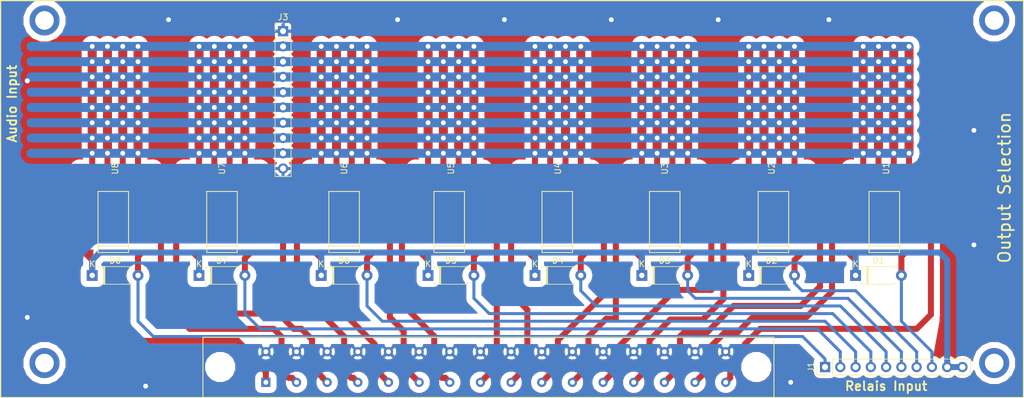
<source format=kicad_pcb>
(kicad_pcb (version 20171130) (host pcbnew 5.0.2-bee76a0~70~ubuntu16.04.1)

  (general
    (thickness 1.6)
    (drawings 7)
    (tracks 714)
    (zones 0)
    (modules 19)
    (nets 28)
  )

  (page A4)
  (layers
    (0 F.Cu signal)
    (31 B.Cu signal)
    (32 B.Adhes user)
    (33 F.Adhes user)
    (34 B.Paste user)
    (35 F.Paste user)
    (36 B.SilkS user)
    (37 F.SilkS user)
    (38 B.Mask user)
    (39 F.Mask user)
    (40 Dwgs.User user)
    (41 Cmts.User user)
    (42 Eco1.User user)
    (43 Eco2.User user)
    (44 Edge.Cuts user)
    (45 Margin user)
    (46 B.CrtYd user)
    (47 F.CrtYd user)
    (48 B.Fab user)
    (49 F.Fab user)
  )

  (setup
    (last_trace_width 1)
    (trace_clearance 1)
    (zone_clearance 0.508)
    (zone_45_only no)
    (trace_min 0.2)
    (segment_width 0.2)
    (edge_width 0.15)
    (via_size 1)
    (via_drill 0.8)
    (via_min_size 0.4)
    (via_min_drill 0.3)
    (uvia_size 0.3)
    (uvia_drill 0.1)
    (uvias_allowed no)
    (uvia_min_size 0.2)
    (uvia_min_drill 0.1)
    (pcb_text_width 0.3)
    (pcb_text_size 1.5 1.5)
    (mod_edge_width 0.15)
    (mod_text_size 1 1)
    (mod_text_width 0.15)
    (pad_size 1.524 1.524)
    (pad_drill 0.762)
    (pad_to_mask_clearance 0.051)
    (solder_mask_min_width 0.25)
    (aux_axis_origin 0 0)
    (visible_elements FFFFFF7F)
    (pcbplotparams
      (layerselection 0x010fc_ffffffff)
      (usegerberextensions false)
      (usegerberattributes false)
      (usegerberadvancedattributes false)
      (creategerberjobfile false)
      (excludeedgelayer true)
      (linewidth 0.100000)
      (plotframeref false)
      (viasonmask false)
      (mode 1)
      (useauxorigin false)
      (hpglpennumber 1)
      (hpglpenspeed 20)
      (hpglpendiameter 15.000000)
      (psnegative false)
      (psa4output false)
      (plotreference true)
      (plotvalue true)
      (plotinvisibletext false)
      (padsonsilk false)
      (subtractmaskfromsilk false)
      (outputformat 1)
      (mirror false)
      (drillshape 1)
      (scaleselection 1)
      (outputdirectory ""))
  )

  (net 0 "")
  (net 1 /relaysheet/Relais1)
  (net 2 +9V)
  (net 3 /relaysheet/Relais5)
  (net 4 /relaysheet/Relais2)
  (net 5 /relaysheet/Relais6)
  (net 6 /relaysheet/Relais3)
  (net 7 /relaysheet/Relais7)
  (net 8 /relaysheet/Relais4)
  (net 9 /relaysheet/Relais8)
  (net 10 GNDA)
  (net 11 /relaysheet/R1B_out)
  (net 12 /relaysheet/R1A_out)
  (net 13 /relaysheet/R1A_NC)
  (net 14 /relaysheet/R5B_out)
  (net 15 /relaysheet/R5A_out)
  (net 16 /relaysheet/R2B_out)
  (net 17 /relaysheet/R2A_out)
  (net 18 /relaysheet/R6A_out)
  (net 19 /relaysheet/R6B_out)
  (net 20 /relaysheet/R3A_out)
  (net 21 /relaysheet/R3B_out)
  (net 22 /relaysheet/R7B_out)
  (net 23 /relaysheet/R7A_out)
  (net 24 /relaysheet/R4A_out)
  (net 25 /relaysheet/R4B_out)
  (net 26 /relaysheet/R8A_out)
  (net 27 /relaysheet/R8B_out)

  (net_class Default "This is the default net class."
    (clearance 1)
    (trace_width 1)
    (via_dia 1)
    (via_drill 0.8)
    (uvia_dia 0.3)
    (uvia_drill 0.1)
    (add_net +9V)
    (add_net /relaysheet/R1A_NC)
    (add_net /relaysheet/R1A_out)
    (add_net /relaysheet/R1B_out)
    (add_net /relaysheet/R2A_out)
    (add_net /relaysheet/R2B_out)
    (add_net /relaysheet/R3A_out)
    (add_net /relaysheet/R3B_out)
    (add_net /relaysheet/R4A_out)
    (add_net /relaysheet/R4B_out)
    (add_net /relaysheet/R5A_out)
    (add_net /relaysheet/R5B_out)
    (add_net /relaysheet/R6A_out)
    (add_net /relaysheet/R6B_out)
    (add_net /relaysheet/R7A_out)
    (add_net /relaysheet/R7B_out)
    (add_net /relaysheet/R8A_out)
    (add_net /relaysheet/R8B_out)
    (add_net /relaysheet/Relais1)
    (add_net /relaysheet/Relais2)
    (add_net /relaysheet/Relais3)
    (add_net /relaysheet/Relais4)
    (add_net /relaysheet/Relais5)
    (add_net /relaysheet/Relais6)
    (add_net /relaysheet/Relais7)
    (add_net /relaysheet/Relais8)
    (add_net GNDA)
  )

  (module footprints:Schroff_69001-908_Female (layer F.Cu) (tedit 5CE51DC1) (tstamp 5CD47F47)
    (at 93.86 76.21)
    (path /5CD4C71E)
    (fp_text reference J4 (at -2.55 -7.65) (layer F.SilkS) hide
      (effects (font (size 1 1) (thickness 0.15)))
    )
    (fp_text value "Schroff 69001-908 Female" (at -2.55 -10.2) (layer F.Fab)
      (effects (font (size 1 1) (thickness 0.15)))
    )
    (fp_line (start -47.5 2.5) (end -47.5 -7.5) (layer F.SilkS) (width 0.15))
    (fp_line (start 47.5 2.5) (end -47.5 2.5) (layer F.SilkS) (width 0.15))
    (fp_line (start 47.5 -7.5) (end 47.5 2.5) (layer F.SilkS) (width 0.15))
    (fp_line (start -47.5 -7.5) (end 47.5 -7.5) (layer F.SilkS) (width 0.15))
    (pad "" np_thru_hole circle (at -44.63 -2.55) (size 3 3) (drill 3) (layers *.Cu *.Mask))
    (pad "" np_thru_hole circle (at 44.57 -2.55) (size 3 3) (drill 3) (layers *.Cu *.Mask))
    (pad 32 thru_hole circle (at 39.47 -5.1) (size 1.524 1.524) (drill 0.8) (layers *.Cu *.Mask)
      (net 10 GNDA))
    (pad 31 thru_hole circle (at 39.47 0) (size 1.524 1.524) (drill 0.8) (layers *.Cu *.Mask)
      (net 11 /relaysheet/R1B_out))
    (pad 30 thru_hole circle (at 34.37 -5.1) (size 1.524 1.524) (drill 0.8) (layers *.Cu *.Mask)
      (net 10 GNDA))
    (pad 29 thru_hole circle (at 34.37 0) (size 1.524 1.524) (drill 0.8) (layers *.Cu *.Mask)
      (net 12 /relaysheet/R1A_out))
    (pad 28 thru_hole circle (at 29.27 -5.1) (size 1.524 1.524) (drill 0.8) (layers *.Cu *.Mask)
      (net 10 GNDA))
    (pad 27 thru_hole circle (at 29.27 0) (size 1.524 1.524) (drill 0.8) (layers *.Cu *.Mask)
      (net 16 /relaysheet/R2B_out))
    (pad 26 thru_hole circle (at 24.17 -5.1) (size 1.524 1.524) (drill 0.8) (layers *.Cu *.Mask)
      (net 10 GNDA))
    (pad 25 thru_hole circle (at 24.17 0) (size 1.524 1.524) (drill 0.8) (layers *.Cu *.Mask)
      (net 17 /relaysheet/R2A_out))
    (pad 24 thru_hole circle (at 19.07 -5.1) (size 1.524 1.524) (drill 0.8) (layers *.Cu *.Mask)
      (net 10 GNDA))
    (pad 23 thru_hole circle (at 19.07 0) (size 1.524 1.524) (drill 0.8) (layers *.Cu *.Mask)
      (net 21 /relaysheet/R3B_out))
    (pad 22 thru_hole circle (at 13.97 -5.1) (size 1.524 1.524) (drill 0.8) (layers *.Cu *.Mask)
      (net 10 GNDA))
    (pad 21 thru_hole circle (at 13.97 0) (size 1.524 1.524) (drill 0.8) (layers *.Cu *.Mask)
      (net 20 /relaysheet/R3A_out))
    (pad 20 thru_hole circle (at 8.87 -5.1) (size 1.524 1.524) (drill 0.8) (layers *.Cu *.Mask)
      (net 10 GNDA))
    (pad 19 thru_hole circle (at 8.87 0) (size 1.524 1.524) (drill 0.8) (layers *.Cu *.Mask)
      (net 25 /relaysheet/R4B_out))
    (pad 18 thru_hole circle (at 3.77 -5.1) (size 1.524 1.524) (drill 0.8) (layers *.Cu *.Mask)
      (net 10 GNDA))
    (pad 17 thru_hole circle (at 3.77 0) (size 1.524 1.524) (drill 0.8) (layers *.Cu *.Mask)
      (net 24 /relaysheet/R4A_out))
    (pad 16 thru_hole circle (at -1.33 -5.1) (size 1.524 1.524) (drill 0.8) (layers *.Cu *.Mask)
      (net 10 GNDA))
    (pad 15 thru_hole circle (at -1.33 0) (size 1.524 1.524) (drill 0.8) (layers *.Cu *.Mask)
      (net 14 /relaysheet/R5B_out))
    (pad 14 thru_hole circle (at -6.43 -5.1) (size 1.524 1.524) (drill 0.8) (layers *.Cu *.Mask)
      (net 10 GNDA))
    (pad 13 thru_hole circle (at -6.43 0) (size 1.524 1.524) (drill 0.8) (layers *.Cu *.Mask)
      (net 15 /relaysheet/R5A_out))
    (pad 12 thru_hole circle (at -11.53 -5.1) (size 1.524 1.524) (drill 0.8) (layers *.Cu *.Mask)
      (net 10 GNDA))
    (pad 11 thru_hole circle (at -11.53 0) (size 1.524 1.524) (drill 0.8) (layers *.Cu *.Mask)
      (net 19 /relaysheet/R6B_out))
    (pad 10 thru_hole circle (at -16.63 -5.1) (size 1.524 1.524) (drill 0.8) (layers *.Cu *.Mask)
      (net 10 GNDA))
    (pad 9 thru_hole circle (at -16.63 0) (size 1.524 1.524) (drill 0.8) (layers *.Cu *.Mask)
      (net 18 /relaysheet/R6A_out))
    (pad 8 thru_hole circle (at -21.73 -5.1) (size 1.524 1.524) (drill 0.8) (layers *.Cu *.Mask)
      (net 10 GNDA))
    (pad 7 thru_hole circle (at -21.73 0) (size 1.524 1.524) (drill 0.8) (layers *.Cu *.Mask)
      (net 22 /relaysheet/R7B_out))
    (pad 6 thru_hole circle (at -26.83 -5.1) (size 1.524 1.524) (drill 0.8) (layers *.Cu *.Mask)
      (net 10 GNDA))
    (pad 5 thru_hole circle (at -26.83 0) (size 1.524 1.524) (drill 0.8) (layers *.Cu *.Mask)
      (net 23 /relaysheet/R7A_out))
    (pad 4 thru_hole circle (at -31.93 -5.1) (size 1.524 1.524) (drill 0.8) (layers *.Cu *.Mask)
      (net 10 GNDA))
    (pad 3 thru_hole circle (at -31.93 0) (size 1.524 1.524) (drill 0.8) (layers *.Cu *.Mask)
      (net 27 /relaysheet/R8B_out))
    (pad 2 thru_hole circle (at -37.03 -5.1) (size 1.524 1.524) (drill 0.8) (layers *.Cu *.Mask)
      (net 10 GNDA))
    (pad 1 thru_hole rect (at -37.03 0) (size 1.524 1.524) (drill 0.8) (layers *.Cu *.Mask)
      (net 26 /relaysheet/R8A_out))
  )

  (module footprints:NEC-EB2-12NU (layer F.Cu) (tedit 5CD1A950) (tstamp 5CD2D6D0)
    (at 159.72 49.53 90)
    (path /5CD2BD35/5CD2D6AA)
    (fp_text reference U1 (at 8.89 0.3 90) (layer F.SilkS)
      (effects (font (size 1 1) (thickness 0.15)))
    )
    (fp_text value NEC-EB2-12NU (at 0 0 90) (layer F.Fab)
      (effects (font (size 1 1) (thickness 0.15)))
    )
    (fp_line (start -7.15 -4.65) (end 7.15 -4.65) (layer F.Fab) (width 0.15))
    (fp_line (start 7.15 -4.65) (end 7.15 4.65) (layer F.Fab) (width 0.15))
    (fp_line (start 7.15 4.65) (end -7.15 4.65) (layer F.Fab) (width 0.15))
    (fp_line (start -7.15 4.65) (end -7.15 -4.65) (layer F.Fab) (width 0.15))
    (fp_line (start -6 -4.65) (end -6 4.65) (layer F.Fab) (width 0.15))
    (fp_line (start -5.08 -2.54) (end 5.08 -2.54) (layer F.SilkS) (width 0.15))
    (fp_line (start 5.08 -2.54) (end 5.08 2.54) (layer F.SilkS) (width 0.15))
    (fp_line (start 5.08 2.54) (end -5.08 2.54) (layer F.SilkS) (width 0.15))
    (fp_line (start -5.08 2.54) (end -5.08 -2.54) (layer F.SilkS) (width 0.15))
    (fp_line (start -4 -2.54) (end -4 2.54) (layer F.SilkS) (width 0.15))
    (pad 1 smd rect (at -5.08 -4.78 90) (size 1 2.94) (layers F.Cu F.Paste F.Mask)
      (net 2 +9V))
    (pad 2 smd rect (at -2.54 -4.78 90) (size 1 2.94) (layers F.Cu F.Paste F.Mask)
      (net 13 /relaysheet/R1A_NC))
    (pad 3 smd rect (at 0 -4.78 90) (size 1 2.94) (layers F.Cu F.Paste F.Mask)
      (net 12 /relaysheet/R1A_out))
    (pad 4 smd rect (at 2.54 -4.78 90) (size 1 2.94) (layers F.Cu F.Paste F.Mask)
      (net 13 /relaysheet/R1A_NC))
    (pad 5 smd rect (at 5.08 -4.78 90) (size 1 2.94) (layers F.Cu F.Paste F.Mask))
    (pad 6 smd rect (at 5.08 4.78 90) (size 1 2.94) (layers F.Cu F.Paste F.Mask))
    (pad 7 smd rect (at 2.54 4.78 90) (size 1 2.94) (layers F.Cu F.Paste F.Mask)
      (net 13 /relaysheet/R1A_NC))
    (pad 8 smd rect (at 0 4.78 90) (size 1 2.94) (layers F.Cu F.Paste F.Mask)
      (net 11 /relaysheet/R1B_out))
    (pad 9 smd rect (at -2.54 4.78 90) (size 1 2.94) (layers F.Cu F.Paste F.Mask)
      (net 13 /relaysheet/R1A_NC))
    (pad 10 smd rect (at -5.08 4.78 90) (size 1 2.94) (layers F.Cu F.Paste F.Mask)
      (net 1 /relaysheet/Relais1))
  )

  (module footprints:NEC-EB2-12NU (layer F.Cu) (tedit 5CD1A950) (tstamp 5CD2F79B)
    (at 141.27 49.53 90)
    (path /5CD2BD35/5CD30362)
    (fp_text reference U2 (at 8.89 -0.3 90) (layer F.SilkS)
      (effects (font (size 1 1) (thickness 0.15)))
    )
    (fp_text value NEC-EB2-12NU (at 0 0 90) (layer F.Fab)
      (effects (font (size 1 1) (thickness 0.15)))
    )
    (fp_line (start -7.15 -4.65) (end 7.15 -4.65) (layer F.Fab) (width 0.15))
    (fp_line (start 7.15 -4.65) (end 7.15 4.65) (layer F.Fab) (width 0.15))
    (fp_line (start 7.15 4.65) (end -7.15 4.65) (layer F.Fab) (width 0.15))
    (fp_line (start -7.15 4.65) (end -7.15 -4.65) (layer F.Fab) (width 0.15))
    (fp_line (start -6 -4.65) (end -6 4.65) (layer F.Fab) (width 0.15))
    (fp_line (start -5.08 -2.54) (end 5.08 -2.54) (layer F.SilkS) (width 0.15))
    (fp_line (start 5.08 -2.54) (end 5.08 2.54) (layer F.SilkS) (width 0.15))
    (fp_line (start 5.08 2.54) (end -5.08 2.54) (layer F.SilkS) (width 0.15))
    (fp_line (start -5.08 2.54) (end -5.08 -2.54) (layer F.SilkS) (width 0.15))
    (fp_line (start -4 -2.54) (end -4 2.54) (layer F.SilkS) (width 0.15))
    (pad 1 smd rect (at -5.08 -4.78 90) (size 1 2.94) (layers F.Cu F.Paste F.Mask)
      (net 2 +9V))
    (pad 2 smd rect (at -2.54 -4.78 90) (size 1 2.94) (layers F.Cu F.Paste F.Mask)
      (net 13 /relaysheet/R1A_NC))
    (pad 3 smd rect (at 0 -4.78 90) (size 1 2.94) (layers F.Cu F.Paste F.Mask)
      (net 17 /relaysheet/R2A_out))
    (pad 4 smd rect (at 2.54 -4.78 90) (size 1 2.94) (layers F.Cu F.Paste F.Mask)
      (net 13 /relaysheet/R1A_NC))
    (pad 5 smd rect (at 5.08 -4.78 90) (size 1 2.94) (layers F.Cu F.Paste F.Mask))
    (pad 6 smd rect (at 5.08 4.78 90) (size 1 2.94) (layers F.Cu F.Paste F.Mask))
    (pad 7 smd rect (at 2.54 4.78 90) (size 1 2.94) (layers F.Cu F.Paste F.Mask)
      (net 13 /relaysheet/R1A_NC))
    (pad 8 smd rect (at 0 4.78 90) (size 1 2.94) (layers F.Cu F.Paste F.Mask)
      (net 16 /relaysheet/R2B_out))
    (pad 9 smd rect (at -2.54 4.78 90) (size 1 2.94) (layers F.Cu F.Paste F.Mask)
      (net 13 /relaysheet/R1A_NC))
    (pad 10 smd rect (at -5.08 4.78 90) (size 1 2.94) (layers F.Cu F.Paste F.Mask)
      (net 4 /relaysheet/Relais2))
  )

  (module footprints:NEC-EB2-12NU (layer F.Cu) (tedit 5CD1A950) (tstamp 5CD2D700)
    (at 123.19 49.53 90)
    (path /5CD2BD35/5CD316D2)
    (fp_text reference U3 (at 8.89 0 90) (layer F.SilkS)
      (effects (font (size 1 1) (thickness 0.15)))
    )
    (fp_text value NEC-EB2-12NU (at 0 0 90) (layer F.Fab)
      (effects (font (size 1 1) (thickness 0.15)))
    )
    (fp_line (start -7.15 -4.65) (end 7.15 -4.65) (layer F.Fab) (width 0.15))
    (fp_line (start 7.15 -4.65) (end 7.15 4.65) (layer F.Fab) (width 0.15))
    (fp_line (start 7.15 4.65) (end -7.15 4.65) (layer F.Fab) (width 0.15))
    (fp_line (start -7.15 4.65) (end -7.15 -4.65) (layer F.Fab) (width 0.15))
    (fp_line (start -6 -4.65) (end -6 4.65) (layer F.Fab) (width 0.15))
    (fp_line (start -5.08 -2.54) (end 5.08 -2.54) (layer F.SilkS) (width 0.15))
    (fp_line (start 5.08 -2.54) (end 5.08 2.54) (layer F.SilkS) (width 0.15))
    (fp_line (start 5.08 2.54) (end -5.08 2.54) (layer F.SilkS) (width 0.15))
    (fp_line (start -5.08 2.54) (end -5.08 -2.54) (layer F.SilkS) (width 0.15))
    (fp_line (start -4 -2.54) (end -4 2.54) (layer F.SilkS) (width 0.15))
    (pad 1 smd rect (at -5.08 -4.78 90) (size 1 2.94) (layers F.Cu F.Paste F.Mask)
      (net 2 +9V))
    (pad 2 smd rect (at -2.54 -4.78 90) (size 1 2.94) (layers F.Cu F.Paste F.Mask)
      (net 13 /relaysheet/R1A_NC))
    (pad 3 smd rect (at 0 -4.78 90) (size 1 2.94) (layers F.Cu F.Paste F.Mask)
      (net 20 /relaysheet/R3A_out))
    (pad 4 smd rect (at 2.54 -4.78 90) (size 1 2.94) (layers F.Cu F.Paste F.Mask)
      (net 13 /relaysheet/R1A_NC))
    (pad 5 smd rect (at 5.08 -4.78 90) (size 1 2.94) (layers F.Cu F.Paste F.Mask))
    (pad 6 smd rect (at 5.08 4.78 90) (size 1 2.94) (layers F.Cu F.Paste F.Mask))
    (pad 7 smd rect (at 2.54 4.78 90) (size 1 2.94) (layers F.Cu F.Paste F.Mask)
      (net 13 /relaysheet/R1A_NC))
    (pad 8 smd rect (at 0 4.78 90) (size 1 2.94) (layers F.Cu F.Paste F.Mask)
      (net 21 /relaysheet/R3B_out))
    (pad 9 smd rect (at -2.54 4.78 90) (size 1 2.94) (layers F.Cu F.Paste F.Mask)
      (net 13 /relaysheet/R1A_NC))
    (pad 10 smd rect (at -5.08 4.78 90) (size 1 2.94) (layers F.Cu F.Paste F.Mask)
      (net 6 /relaysheet/Relais3))
  )

  (module footprints:NEC-EB2-12NU (layer F.Cu) (tedit 5CD1A950) (tstamp 5CD30B02)
    (at 105.31 49.53 90)
    (path /5CD2BD35/5CD31724)
    (fp_text reference U4 (at 8.89 0.1 90) (layer F.SilkS)
      (effects (font (size 1 1) (thickness 0.15)))
    )
    (fp_text value NEC-EB2-12NU (at 0 0 90) (layer F.Fab)
      (effects (font (size 1 1) (thickness 0.15)))
    )
    (fp_line (start -4 -2.54) (end -4 2.54) (layer F.SilkS) (width 0.15))
    (fp_line (start -5.08 2.54) (end -5.08 -2.54) (layer F.SilkS) (width 0.15))
    (fp_line (start 5.08 2.54) (end -5.08 2.54) (layer F.SilkS) (width 0.15))
    (fp_line (start 5.08 -2.54) (end 5.08 2.54) (layer F.SilkS) (width 0.15))
    (fp_line (start -5.08 -2.54) (end 5.08 -2.54) (layer F.SilkS) (width 0.15))
    (fp_line (start -6 -4.65) (end -6 4.65) (layer F.Fab) (width 0.15))
    (fp_line (start -7.15 4.65) (end -7.15 -4.65) (layer F.Fab) (width 0.15))
    (fp_line (start 7.15 4.65) (end -7.15 4.65) (layer F.Fab) (width 0.15))
    (fp_line (start 7.15 -4.65) (end 7.15 4.65) (layer F.Fab) (width 0.15))
    (fp_line (start -7.15 -4.65) (end 7.15 -4.65) (layer F.Fab) (width 0.15))
    (pad 10 smd rect (at -5.08 4.78 90) (size 1 2.94) (layers F.Cu F.Paste F.Mask)
      (net 8 /relaysheet/Relais4))
    (pad 9 smd rect (at -2.54 4.78 90) (size 1 2.94) (layers F.Cu F.Paste F.Mask)
      (net 13 /relaysheet/R1A_NC))
    (pad 8 smd rect (at 0 4.78 90) (size 1 2.94) (layers F.Cu F.Paste F.Mask)
      (net 25 /relaysheet/R4B_out))
    (pad 7 smd rect (at 2.54 4.78 90) (size 1 2.94) (layers F.Cu F.Paste F.Mask)
      (net 13 /relaysheet/R1A_NC))
    (pad 6 smd rect (at 5.08 4.78 90) (size 1 2.94) (layers F.Cu F.Paste F.Mask))
    (pad 5 smd rect (at 5.08 -4.78 90) (size 1 2.94) (layers F.Cu F.Paste F.Mask))
    (pad 4 smd rect (at 2.54 -4.78 90) (size 1 2.94) (layers F.Cu F.Paste F.Mask)
      (net 13 /relaysheet/R1A_NC))
    (pad 3 smd rect (at 0 -4.78 90) (size 1 2.94) (layers F.Cu F.Paste F.Mask)
      (net 24 /relaysheet/R4A_out))
    (pad 2 smd rect (at -2.54 -4.78 90) (size 1 2.94) (layers F.Cu F.Paste F.Mask)
      (net 13 /relaysheet/R1A_NC))
    (pad 1 smd rect (at -5.08 -4.78 90) (size 1 2.94) (layers F.Cu F.Paste F.Mask)
      (net 2 +9V))
  )

  (module footprints:NEC-EB2-12NU (layer F.Cu) (tedit 5CD1A950) (tstamp 5CD2D730)
    (at 87.33 49.53 90)
    (path /5CD2BD35/5CD2FCCA)
    (fp_text reference U5 (at 8.89 0.3 90) (layer F.SilkS)
      (effects (font (size 1 1) (thickness 0.15)))
    )
    (fp_text value NEC-EB2-12NU (at 0 0 90) (layer F.Fab)
      (effects (font (size 1 1) (thickness 0.15)))
    )
    (fp_line (start -4 -2.54) (end -4 2.54) (layer F.SilkS) (width 0.15))
    (fp_line (start -5.08 2.54) (end -5.08 -2.54) (layer F.SilkS) (width 0.15))
    (fp_line (start 5.08 2.54) (end -5.08 2.54) (layer F.SilkS) (width 0.15))
    (fp_line (start 5.08 -2.54) (end 5.08 2.54) (layer F.SilkS) (width 0.15))
    (fp_line (start -5.08 -2.54) (end 5.08 -2.54) (layer F.SilkS) (width 0.15))
    (fp_line (start -6 -4.65) (end -6 4.65) (layer F.Fab) (width 0.15))
    (fp_line (start -7.15 4.65) (end -7.15 -4.65) (layer F.Fab) (width 0.15))
    (fp_line (start 7.15 4.65) (end -7.15 4.65) (layer F.Fab) (width 0.15))
    (fp_line (start 7.15 -4.65) (end 7.15 4.65) (layer F.Fab) (width 0.15))
    (fp_line (start -7.15 -4.65) (end 7.15 -4.65) (layer F.Fab) (width 0.15))
    (pad 10 smd rect (at -5.08 4.78 90) (size 1 2.94) (layers F.Cu F.Paste F.Mask)
      (net 3 /relaysheet/Relais5))
    (pad 9 smd rect (at -2.54 4.78 90) (size 1 2.94) (layers F.Cu F.Paste F.Mask)
      (net 13 /relaysheet/R1A_NC))
    (pad 8 smd rect (at 0 4.78 90) (size 1 2.94) (layers F.Cu F.Paste F.Mask)
      (net 14 /relaysheet/R5B_out))
    (pad 7 smd rect (at 2.54 4.78 90) (size 1 2.94) (layers F.Cu F.Paste F.Mask)
      (net 13 /relaysheet/R1A_NC))
    (pad 6 smd rect (at 5.08 4.78 90) (size 1 2.94) (layers F.Cu F.Paste F.Mask))
    (pad 5 smd rect (at 5.08 -4.78 90) (size 1 2.94) (layers F.Cu F.Paste F.Mask))
    (pad 4 smd rect (at 2.54 -4.78 90) (size 1 2.94) (layers F.Cu F.Paste F.Mask)
      (net 13 /relaysheet/R1A_NC))
    (pad 3 smd rect (at 0 -4.78 90) (size 1 2.94) (layers F.Cu F.Paste F.Mask)
      (net 15 /relaysheet/R5A_out))
    (pad 2 smd rect (at -2.54 -4.78 90) (size 1 2.94) (layers F.Cu F.Paste F.Mask)
      (net 13 /relaysheet/R1A_NC))
    (pad 1 smd rect (at -5.08 -4.78 90) (size 1 2.94) (layers F.Cu F.Paste F.Mask)
      (net 2 +9V))
  )

  (module footprints:NEC-EB2-12NU (layer F.Cu) (tedit 5CD1A950) (tstamp 5CD2D748)
    (at 69.85 49.53 90)
    (path /5CD2BD35/5CD3038B)
    (fp_text reference U6 (at 8.89 0 90) (layer F.SilkS)
      (effects (font (size 1 1) (thickness 0.15)))
    )
    (fp_text value NEC-EB2-12NU (at 0 0 90) (layer F.Fab)
      (effects (font (size 1 1) (thickness 0.15)))
    )
    (fp_line (start -4 -2.54) (end -4 2.54) (layer F.SilkS) (width 0.15))
    (fp_line (start -5.08 2.54) (end -5.08 -2.54) (layer F.SilkS) (width 0.15))
    (fp_line (start 5.08 2.54) (end -5.08 2.54) (layer F.SilkS) (width 0.15))
    (fp_line (start 5.08 -2.54) (end 5.08 2.54) (layer F.SilkS) (width 0.15))
    (fp_line (start -5.08 -2.54) (end 5.08 -2.54) (layer F.SilkS) (width 0.15))
    (fp_line (start -6 -4.65) (end -6 4.65) (layer F.Fab) (width 0.15))
    (fp_line (start -7.15 4.65) (end -7.15 -4.65) (layer F.Fab) (width 0.15))
    (fp_line (start 7.15 4.65) (end -7.15 4.65) (layer F.Fab) (width 0.15))
    (fp_line (start 7.15 -4.65) (end 7.15 4.65) (layer F.Fab) (width 0.15))
    (fp_line (start -7.15 -4.65) (end 7.15 -4.65) (layer F.Fab) (width 0.15))
    (pad 10 smd rect (at -5.08 4.78 90) (size 1 2.94) (layers F.Cu F.Paste F.Mask)
      (net 5 /relaysheet/Relais6))
    (pad 9 smd rect (at -2.54 4.78 90) (size 1 2.94) (layers F.Cu F.Paste F.Mask)
      (net 13 /relaysheet/R1A_NC))
    (pad 8 smd rect (at 0 4.78 90) (size 1 2.94) (layers F.Cu F.Paste F.Mask)
      (net 19 /relaysheet/R6B_out))
    (pad 7 smd rect (at 2.54 4.78 90) (size 1 2.94) (layers F.Cu F.Paste F.Mask)
      (net 13 /relaysheet/R1A_NC))
    (pad 6 smd rect (at 5.08 4.78 90) (size 1 2.94) (layers F.Cu F.Paste F.Mask))
    (pad 5 smd rect (at 5.08 -4.78 90) (size 1 2.94) (layers F.Cu F.Paste F.Mask))
    (pad 4 smd rect (at 2.54 -4.78 90) (size 1 2.94) (layers F.Cu F.Paste F.Mask)
      (net 13 /relaysheet/R1A_NC))
    (pad 3 smd rect (at 0 -4.78 90) (size 1 2.94) (layers F.Cu F.Paste F.Mask)
      (net 18 /relaysheet/R6A_out))
    (pad 2 smd rect (at -2.54 -4.78 90) (size 1 2.94) (layers F.Cu F.Paste F.Mask)
      (net 13 /relaysheet/R1A_NC))
    (pad 1 smd rect (at -5.08 -4.78 90) (size 1 2.94) (layers F.Cu F.Paste F.Mask)
      (net 2 +9V))
  )

  (module footprints:NEC-EB2-12NU (layer F.Cu) (tedit 5CD1A950) (tstamp 5CD2DE4A)
    (at 49.53 49.53 90)
    (path /5CD2BD35/5CD316FB)
    (fp_text reference U7 (at 8.89 0 90) (layer F.SilkS)
      (effects (font (size 1 1) (thickness 0.15)))
    )
    (fp_text value NEC-EB2-12NU (at 0 0 90) (layer F.Fab)
      (effects (font (size 1 1) (thickness 0.15)))
    )
    (fp_line (start -4 -2.54) (end -4 2.54) (layer F.SilkS) (width 0.15))
    (fp_line (start -5.08 2.54) (end -5.08 -2.54) (layer F.SilkS) (width 0.15))
    (fp_line (start 5.08 2.54) (end -5.08 2.54) (layer F.SilkS) (width 0.15))
    (fp_line (start 5.08 -2.54) (end 5.08 2.54) (layer F.SilkS) (width 0.15))
    (fp_line (start -5.08 -2.54) (end 5.08 -2.54) (layer F.SilkS) (width 0.15))
    (fp_line (start -6 -4.65) (end -6 4.65) (layer F.Fab) (width 0.15))
    (fp_line (start -7.15 4.65) (end -7.15 -4.65) (layer F.Fab) (width 0.15))
    (fp_line (start 7.15 4.65) (end -7.15 4.65) (layer F.Fab) (width 0.15))
    (fp_line (start 7.15 -4.65) (end 7.15 4.65) (layer F.Fab) (width 0.15))
    (fp_line (start -7.15 -4.65) (end 7.15 -4.65) (layer F.Fab) (width 0.15))
    (pad 10 smd rect (at -5.08 4.78 90) (size 1 2.94) (layers F.Cu F.Paste F.Mask)
      (net 7 /relaysheet/Relais7))
    (pad 9 smd rect (at -2.54 4.78 90) (size 1 2.94) (layers F.Cu F.Paste F.Mask)
      (net 13 /relaysheet/R1A_NC))
    (pad 8 smd rect (at 0 4.78 90) (size 1 2.94) (layers F.Cu F.Paste F.Mask)
      (net 22 /relaysheet/R7B_out))
    (pad 7 smd rect (at 2.54 4.78 90) (size 1 2.94) (layers F.Cu F.Paste F.Mask)
      (net 13 /relaysheet/R1A_NC))
    (pad 6 smd rect (at 5.08 4.78 90) (size 1 2.94) (layers F.Cu F.Paste F.Mask))
    (pad 5 smd rect (at 5.08 -4.78 90) (size 1 2.94) (layers F.Cu F.Paste F.Mask))
    (pad 4 smd rect (at 2.54 -4.78 90) (size 1 2.94) (layers F.Cu F.Paste F.Mask)
      (net 13 /relaysheet/R1A_NC))
    (pad 3 smd rect (at 0 -4.78 90) (size 1 2.94) (layers F.Cu F.Paste F.Mask)
      (net 23 /relaysheet/R7A_out))
    (pad 2 smd rect (at -2.54 -4.78 90) (size 1 2.94) (layers F.Cu F.Paste F.Mask)
      (net 13 /relaysheet/R1A_NC))
    (pad 1 smd rect (at -5.08 -4.78 90) (size 1 2.94) (layers F.Cu F.Paste F.Mask)
      (net 2 +9V))
  )

  (module footprints:NEC-EB2-12NU (layer F.Cu) (tedit 5CD1A950) (tstamp 5CD30EC6)
    (at 31.45 49.53 90)
    (path /5CD2BD35/5CD3174D)
    (fp_text reference U8 (at 8.89 0.3 90) (layer F.SilkS)
      (effects (font (size 1 1) (thickness 0.15)))
    )
    (fp_text value NEC-EB2-12NU (at 0 0 90) (layer F.Fab)
      (effects (font (size 1 1) (thickness 0.15)))
    )
    (fp_line (start -4 -2.54) (end -4 2.54) (layer F.SilkS) (width 0.15))
    (fp_line (start -5.08 2.54) (end -5.08 -2.54) (layer F.SilkS) (width 0.15))
    (fp_line (start 5.08 2.54) (end -5.08 2.54) (layer F.SilkS) (width 0.15))
    (fp_line (start 5.08 -2.54) (end 5.08 2.54) (layer F.SilkS) (width 0.15))
    (fp_line (start -5.08 -2.54) (end 5.08 -2.54) (layer F.SilkS) (width 0.15))
    (fp_line (start -6 -4.65) (end -6 4.65) (layer F.Fab) (width 0.15))
    (fp_line (start -7.15 4.65) (end -7.15 -4.65) (layer F.Fab) (width 0.15))
    (fp_line (start 7.15 4.65) (end -7.15 4.65) (layer F.Fab) (width 0.15))
    (fp_line (start 7.15 -4.65) (end 7.15 4.65) (layer F.Fab) (width 0.15))
    (fp_line (start -7.15 -4.65) (end 7.15 -4.65) (layer F.Fab) (width 0.15))
    (pad 10 smd rect (at -5.08 4.78 90) (size 1 2.94) (layers F.Cu F.Paste F.Mask)
      (net 9 /relaysheet/Relais8))
    (pad 9 smd rect (at -2.54 4.78 90) (size 1 2.94) (layers F.Cu F.Paste F.Mask)
      (net 13 /relaysheet/R1A_NC))
    (pad 8 smd rect (at 0 4.78 90) (size 1 2.94) (layers F.Cu F.Paste F.Mask)
      (net 27 /relaysheet/R8B_out))
    (pad 7 smd rect (at 2.54 4.78 90) (size 1 2.94) (layers F.Cu F.Paste F.Mask)
      (net 13 /relaysheet/R1A_NC))
    (pad 6 smd rect (at 5.08 4.78 90) (size 1 2.94) (layers F.Cu F.Paste F.Mask))
    (pad 5 smd rect (at 5.08 -4.78 90) (size 1 2.94) (layers F.Cu F.Paste F.Mask))
    (pad 4 smd rect (at 2.54 -4.78 90) (size 1 2.94) (layers F.Cu F.Paste F.Mask)
      (net 13 /relaysheet/R1A_NC))
    (pad 3 smd rect (at 0 -4.78 90) (size 1 2.94) (layers F.Cu F.Paste F.Mask)
      (net 26 /relaysheet/R8A_out))
    (pad 2 smd rect (at -2.54 -4.78 90) (size 1 2.94) (layers F.Cu F.Paste F.Mask)
      (net 13 /relaysheet/R1A_NC))
    (pad 1 smd rect (at -5.08 -4.78 90) (size 1 2.94) (layers F.Cu F.Paste F.Mask)
      (net 2 +9V))
  )

  (module Diode_THT:D_A-405_P7.62mm_Horizontal (layer F.Cu) (tedit 5AE50CD5) (tstamp 5CD2F417)
    (at 154.94 58.42)
    (descr "Diode, A-405 series, Axial, Horizontal, pin pitch=7.62mm, , length*diameter=5.2*2.7mm^2, , http://www.diodes.com/_files/packages/A-405.pdf")
    (tags "Diode A-405 series Axial Horizontal pin pitch 7.62mm  length 5.2mm diameter 2.7mm")
    (path /5CD2BD35/5CD2E7CE)
    (fp_text reference D1 (at 3.81 -2.47) (layer F.SilkS)
      (effects (font (size 1 1) (thickness 0.15)))
    )
    (fp_text value D (at 3.81 2.47) (layer F.Fab)
      (effects (font (size 1 1) (thickness 0.15)))
    )
    (fp_line (start 1.21 -1.35) (end 1.21 1.35) (layer F.Fab) (width 0.1))
    (fp_line (start 1.21 1.35) (end 6.41 1.35) (layer F.Fab) (width 0.1))
    (fp_line (start 6.41 1.35) (end 6.41 -1.35) (layer F.Fab) (width 0.1))
    (fp_line (start 6.41 -1.35) (end 1.21 -1.35) (layer F.Fab) (width 0.1))
    (fp_line (start 0 0) (end 1.21 0) (layer F.Fab) (width 0.1))
    (fp_line (start 7.62 0) (end 6.41 0) (layer F.Fab) (width 0.1))
    (fp_line (start 1.99 -1.35) (end 1.99 1.35) (layer F.Fab) (width 0.1))
    (fp_line (start 2.09 -1.35) (end 2.09 1.35) (layer F.Fab) (width 0.1))
    (fp_line (start 1.89 -1.35) (end 1.89 1.35) (layer F.Fab) (width 0.1))
    (fp_line (start 1.09 -1.14) (end 1.09 -1.47) (layer F.SilkS) (width 0.12))
    (fp_line (start 1.09 -1.47) (end 6.53 -1.47) (layer F.SilkS) (width 0.12))
    (fp_line (start 6.53 -1.47) (end 6.53 -1.14) (layer F.SilkS) (width 0.12))
    (fp_line (start 1.09 1.14) (end 1.09 1.47) (layer F.SilkS) (width 0.12))
    (fp_line (start 1.09 1.47) (end 6.53 1.47) (layer F.SilkS) (width 0.12))
    (fp_line (start 6.53 1.47) (end 6.53 1.14) (layer F.SilkS) (width 0.12))
    (fp_line (start 1.99 -1.47) (end 1.99 1.47) (layer F.SilkS) (width 0.12))
    (fp_line (start 2.11 -1.47) (end 2.11 1.47) (layer F.SilkS) (width 0.12))
    (fp_line (start 1.87 -1.47) (end 1.87 1.47) (layer F.SilkS) (width 0.12))
    (fp_line (start -1.15 -1.6) (end -1.15 1.6) (layer F.CrtYd) (width 0.05))
    (fp_line (start -1.15 1.6) (end 8.77 1.6) (layer F.CrtYd) (width 0.05))
    (fp_line (start 8.77 1.6) (end 8.77 -1.6) (layer F.CrtYd) (width 0.05))
    (fp_line (start 8.77 -1.6) (end -1.15 -1.6) (layer F.CrtYd) (width 0.05))
    (fp_text user %R (at 4.2 0) (layer F.Fab)
      (effects (font (size 1 1) (thickness 0.15)))
    )
    (fp_text user K (at 0 -1.9) (layer F.Fab)
      (effects (font (size 1 1) (thickness 0.15)))
    )
    (fp_text user K (at 0 -1.9) (layer F.SilkS)
      (effects (font (size 1 1) (thickness 0.15)))
    )
    (pad 1 thru_hole rect (at 0 0) (size 1.8 1.8) (drill 0.9) (layers *.Cu *.Mask)
      (net 2 +9V))
    (pad 2 thru_hole oval (at 7.62 0) (size 1.8 1.8) (drill 0.9) (layers *.Cu *.Mask)
      (net 1 /relaysheet/Relais1))
    (model ${KISYS3DMOD}/Diode_THT.3dshapes/D_A-405_P7.62mm_Horizontal.wrl
      (at (xyz 0 0 0))
      (scale (xyz 1 1 1))
      (rotate (xyz 0 0 0))
    )
  )

  (module Diode_THT:D_A-405_P7.62mm_Horizontal (layer F.Cu) (tedit 5AE50CD5) (tstamp 5CD2F435)
    (at 137.16 58.42)
    (descr "Diode, A-405 series, Axial, Horizontal, pin pitch=7.62mm, , length*diameter=5.2*2.7mm^2, , http://www.diodes.com/_files/packages/A-405.pdf")
    (tags "Diode A-405 series Axial Horizontal pin pitch 7.62mm  length 5.2mm diameter 2.7mm")
    (path /5CD2BD35/5CD3037D)
    (fp_text reference D2 (at 3.81 -2.47) (layer F.SilkS)
      (effects (font (size 1 1) (thickness 0.15)))
    )
    (fp_text value D (at 3.81 2.47) (layer F.Fab)
      (effects (font (size 1 1) (thickness 0.15)))
    )
    (fp_text user K (at 0 -1.9) (layer F.SilkS)
      (effects (font (size 1 1) (thickness 0.15)))
    )
    (fp_text user K (at 0 -1.9) (layer F.Fab)
      (effects (font (size 1 1) (thickness 0.15)))
    )
    (fp_text user %R (at 4.2 0) (layer F.Fab)
      (effects (font (size 1 1) (thickness 0.15)))
    )
    (fp_line (start 8.77 -1.6) (end -1.15 -1.6) (layer F.CrtYd) (width 0.05))
    (fp_line (start 8.77 1.6) (end 8.77 -1.6) (layer F.CrtYd) (width 0.05))
    (fp_line (start -1.15 1.6) (end 8.77 1.6) (layer F.CrtYd) (width 0.05))
    (fp_line (start -1.15 -1.6) (end -1.15 1.6) (layer F.CrtYd) (width 0.05))
    (fp_line (start 1.87 -1.47) (end 1.87 1.47) (layer F.SilkS) (width 0.12))
    (fp_line (start 2.11 -1.47) (end 2.11 1.47) (layer F.SilkS) (width 0.12))
    (fp_line (start 1.99 -1.47) (end 1.99 1.47) (layer F.SilkS) (width 0.12))
    (fp_line (start 6.53 1.47) (end 6.53 1.14) (layer F.SilkS) (width 0.12))
    (fp_line (start 1.09 1.47) (end 6.53 1.47) (layer F.SilkS) (width 0.12))
    (fp_line (start 1.09 1.14) (end 1.09 1.47) (layer F.SilkS) (width 0.12))
    (fp_line (start 6.53 -1.47) (end 6.53 -1.14) (layer F.SilkS) (width 0.12))
    (fp_line (start 1.09 -1.47) (end 6.53 -1.47) (layer F.SilkS) (width 0.12))
    (fp_line (start 1.09 -1.14) (end 1.09 -1.47) (layer F.SilkS) (width 0.12))
    (fp_line (start 1.89 -1.35) (end 1.89 1.35) (layer F.Fab) (width 0.1))
    (fp_line (start 2.09 -1.35) (end 2.09 1.35) (layer F.Fab) (width 0.1))
    (fp_line (start 1.99 -1.35) (end 1.99 1.35) (layer F.Fab) (width 0.1))
    (fp_line (start 7.62 0) (end 6.41 0) (layer F.Fab) (width 0.1))
    (fp_line (start 0 0) (end 1.21 0) (layer F.Fab) (width 0.1))
    (fp_line (start 6.41 -1.35) (end 1.21 -1.35) (layer F.Fab) (width 0.1))
    (fp_line (start 6.41 1.35) (end 6.41 -1.35) (layer F.Fab) (width 0.1))
    (fp_line (start 1.21 1.35) (end 6.41 1.35) (layer F.Fab) (width 0.1))
    (fp_line (start 1.21 -1.35) (end 1.21 1.35) (layer F.Fab) (width 0.1))
    (pad 2 thru_hole oval (at 7.62 0) (size 1.8 1.8) (drill 0.9) (layers *.Cu *.Mask)
      (net 4 /relaysheet/Relais2))
    (pad 1 thru_hole rect (at 0 0) (size 1.8 1.8) (drill 0.9) (layers *.Cu *.Mask)
      (net 2 +9V))
    (model ${KISYS3DMOD}/Diode_THT.3dshapes/D_A-405_P7.62mm_Horizontal.wrl
      (at (xyz 0 0 0))
      (scale (xyz 1 1 1))
      (rotate (xyz 0 0 0))
    )
  )

  (module Diode_THT:D_A-405_P7.62mm_Horizontal (layer F.Cu) (tedit 5AE50CD5) (tstamp 5CD2F453)
    (at 119.38 58.42)
    (descr "Diode, A-405 series, Axial, Horizontal, pin pitch=7.62mm, , length*diameter=5.2*2.7mm^2, , http://www.diodes.com/_files/packages/A-405.pdf")
    (tags "Diode A-405 series Axial Horizontal pin pitch 7.62mm  length 5.2mm diameter 2.7mm")
    (path /5CD2BD35/5CD316ED)
    (fp_text reference D3 (at 3.81 -2.47) (layer F.SilkS)
      (effects (font (size 1 1) (thickness 0.15)))
    )
    (fp_text value D (at 3.81 2.47) (layer F.Fab)
      (effects (font (size 1 1) (thickness 0.15)))
    )
    (fp_text user K (at 0 -1.9) (layer F.SilkS)
      (effects (font (size 1 1) (thickness 0.15)))
    )
    (fp_text user K (at 0 -1.9) (layer F.Fab)
      (effects (font (size 1 1) (thickness 0.15)))
    )
    (fp_text user %R (at 4.2 0) (layer F.Fab)
      (effects (font (size 1 1) (thickness 0.15)))
    )
    (fp_line (start 8.77 -1.6) (end -1.15 -1.6) (layer F.CrtYd) (width 0.05))
    (fp_line (start 8.77 1.6) (end 8.77 -1.6) (layer F.CrtYd) (width 0.05))
    (fp_line (start -1.15 1.6) (end 8.77 1.6) (layer F.CrtYd) (width 0.05))
    (fp_line (start -1.15 -1.6) (end -1.15 1.6) (layer F.CrtYd) (width 0.05))
    (fp_line (start 1.87 -1.47) (end 1.87 1.47) (layer F.SilkS) (width 0.12))
    (fp_line (start 2.11 -1.47) (end 2.11 1.47) (layer F.SilkS) (width 0.12))
    (fp_line (start 1.99 -1.47) (end 1.99 1.47) (layer F.SilkS) (width 0.12))
    (fp_line (start 6.53 1.47) (end 6.53 1.14) (layer F.SilkS) (width 0.12))
    (fp_line (start 1.09 1.47) (end 6.53 1.47) (layer F.SilkS) (width 0.12))
    (fp_line (start 1.09 1.14) (end 1.09 1.47) (layer F.SilkS) (width 0.12))
    (fp_line (start 6.53 -1.47) (end 6.53 -1.14) (layer F.SilkS) (width 0.12))
    (fp_line (start 1.09 -1.47) (end 6.53 -1.47) (layer F.SilkS) (width 0.12))
    (fp_line (start 1.09 -1.14) (end 1.09 -1.47) (layer F.SilkS) (width 0.12))
    (fp_line (start 1.89 -1.35) (end 1.89 1.35) (layer F.Fab) (width 0.1))
    (fp_line (start 2.09 -1.35) (end 2.09 1.35) (layer F.Fab) (width 0.1))
    (fp_line (start 1.99 -1.35) (end 1.99 1.35) (layer F.Fab) (width 0.1))
    (fp_line (start 7.62 0) (end 6.41 0) (layer F.Fab) (width 0.1))
    (fp_line (start 0 0) (end 1.21 0) (layer F.Fab) (width 0.1))
    (fp_line (start 6.41 -1.35) (end 1.21 -1.35) (layer F.Fab) (width 0.1))
    (fp_line (start 6.41 1.35) (end 6.41 -1.35) (layer F.Fab) (width 0.1))
    (fp_line (start 1.21 1.35) (end 6.41 1.35) (layer F.Fab) (width 0.1))
    (fp_line (start 1.21 -1.35) (end 1.21 1.35) (layer F.Fab) (width 0.1))
    (pad 2 thru_hole oval (at 7.62 0) (size 1.8 1.8) (drill 0.9) (layers *.Cu *.Mask)
      (net 6 /relaysheet/Relais3))
    (pad 1 thru_hole rect (at 0 0) (size 1.8 1.8) (drill 0.9) (layers *.Cu *.Mask)
      (net 2 +9V))
    (model ${KISYS3DMOD}/Diode_THT.3dshapes/D_A-405_P7.62mm_Horizontal.wrl
      (at (xyz 0 0 0))
      (scale (xyz 1 1 1))
      (rotate (xyz 0 0 0))
    )
  )

  (module Diode_THT:D_A-405_P7.62mm_Horizontal (layer F.Cu) (tedit 5AE50CD5) (tstamp 5CD30AAF)
    (at 101.6 58.42)
    (descr "Diode, A-405 series, Axial, Horizontal, pin pitch=7.62mm, , length*diameter=5.2*2.7mm^2, , http://www.diodes.com/_files/packages/A-405.pdf")
    (tags "Diode A-405 series Axial Horizontal pin pitch 7.62mm  length 5.2mm diameter 2.7mm")
    (path /5CD2BD35/5CD3173F)
    (fp_text reference D4 (at 3.81 -2.47) (layer F.SilkS)
      (effects (font (size 1 1) (thickness 0.15)))
    )
    (fp_text value D (at 3.81 2.47) (layer F.Fab)
      (effects (font (size 1 1) (thickness 0.15)))
    )
    (fp_line (start 1.21 -1.35) (end 1.21 1.35) (layer F.Fab) (width 0.1))
    (fp_line (start 1.21 1.35) (end 6.41 1.35) (layer F.Fab) (width 0.1))
    (fp_line (start 6.41 1.35) (end 6.41 -1.35) (layer F.Fab) (width 0.1))
    (fp_line (start 6.41 -1.35) (end 1.21 -1.35) (layer F.Fab) (width 0.1))
    (fp_line (start 0 0) (end 1.21 0) (layer F.Fab) (width 0.1))
    (fp_line (start 7.62 0) (end 6.41 0) (layer F.Fab) (width 0.1))
    (fp_line (start 1.99 -1.35) (end 1.99 1.35) (layer F.Fab) (width 0.1))
    (fp_line (start 2.09 -1.35) (end 2.09 1.35) (layer F.Fab) (width 0.1))
    (fp_line (start 1.89 -1.35) (end 1.89 1.35) (layer F.Fab) (width 0.1))
    (fp_line (start 1.09 -1.14) (end 1.09 -1.47) (layer F.SilkS) (width 0.12))
    (fp_line (start 1.09 -1.47) (end 6.53 -1.47) (layer F.SilkS) (width 0.12))
    (fp_line (start 6.53 -1.47) (end 6.53 -1.14) (layer F.SilkS) (width 0.12))
    (fp_line (start 1.09 1.14) (end 1.09 1.47) (layer F.SilkS) (width 0.12))
    (fp_line (start 1.09 1.47) (end 6.53 1.47) (layer F.SilkS) (width 0.12))
    (fp_line (start 6.53 1.47) (end 6.53 1.14) (layer F.SilkS) (width 0.12))
    (fp_line (start 1.99 -1.47) (end 1.99 1.47) (layer F.SilkS) (width 0.12))
    (fp_line (start 2.11 -1.47) (end 2.11 1.47) (layer F.SilkS) (width 0.12))
    (fp_line (start 1.87 -1.47) (end 1.87 1.47) (layer F.SilkS) (width 0.12))
    (fp_line (start -1.15 -1.6) (end -1.15 1.6) (layer F.CrtYd) (width 0.05))
    (fp_line (start -1.15 1.6) (end 8.77 1.6) (layer F.CrtYd) (width 0.05))
    (fp_line (start 8.77 1.6) (end 8.77 -1.6) (layer F.CrtYd) (width 0.05))
    (fp_line (start 8.77 -1.6) (end -1.15 -1.6) (layer F.CrtYd) (width 0.05))
    (fp_text user %R (at 4.2 0) (layer F.Fab)
      (effects (font (size 1 1) (thickness 0.15)))
    )
    (fp_text user K (at 0 -1.9) (layer F.Fab)
      (effects (font (size 1 1) (thickness 0.15)))
    )
    (fp_text user K (at 0 -1.9) (layer F.SilkS)
      (effects (font (size 1 1) (thickness 0.15)))
    )
    (pad 1 thru_hole rect (at 0 0) (size 1.8 1.8) (drill 0.9) (layers *.Cu *.Mask)
      (net 2 +9V))
    (pad 2 thru_hole oval (at 7.62 0) (size 1.8 1.8) (drill 0.9) (layers *.Cu *.Mask)
      (net 8 /relaysheet/Relais4))
    (model ${KISYS3DMOD}/Diode_THT.3dshapes/D_A-405_P7.62mm_Horizontal.wrl
      (at (xyz 0 0 0))
      (scale (xyz 1 1 1))
      (rotate (xyz 0 0 0))
    )
  )

  (module Diode_THT:D_A-405_P7.62mm_Horizontal (layer F.Cu) (tedit 5AE50CD5) (tstamp 5CD2F48F)
    (at 83.82 58.42)
    (descr "Diode, A-405 series, Axial, Horizontal, pin pitch=7.62mm, , length*diameter=5.2*2.7mm^2, , http://www.diodes.com/_files/packages/A-405.pdf")
    (tags "Diode A-405 series Axial Horizontal pin pitch 7.62mm  length 5.2mm diameter 2.7mm")
    (path /5CD2BD35/5CD2FCE5)
    (fp_text reference D5 (at 3.81 -2.47) (layer F.SilkS)
      (effects (font (size 1 1) (thickness 0.15)))
    )
    (fp_text value D (at 3.81 2.47) (layer F.Fab)
      (effects (font (size 1 1) (thickness 0.15)))
    )
    (fp_text user K (at 0 -1.9) (layer F.SilkS)
      (effects (font (size 1 1) (thickness 0.15)))
    )
    (fp_text user K (at 0 -1.9) (layer F.Fab)
      (effects (font (size 1 1) (thickness 0.15)))
    )
    (fp_text user %R (at 4.2 0) (layer F.Fab)
      (effects (font (size 1 1) (thickness 0.15)))
    )
    (fp_line (start 8.77 -1.6) (end -1.15 -1.6) (layer F.CrtYd) (width 0.05))
    (fp_line (start 8.77 1.6) (end 8.77 -1.6) (layer F.CrtYd) (width 0.05))
    (fp_line (start -1.15 1.6) (end 8.77 1.6) (layer F.CrtYd) (width 0.05))
    (fp_line (start -1.15 -1.6) (end -1.15 1.6) (layer F.CrtYd) (width 0.05))
    (fp_line (start 1.87 -1.47) (end 1.87 1.47) (layer F.SilkS) (width 0.12))
    (fp_line (start 2.11 -1.47) (end 2.11 1.47) (layer F.SilkS) (width 0.12))
    (fp_line (start 1.99 -1.47) (end 1.99 1.47) (layer F.SilkS) (width 0.12))
    (fp_line (start 6.53 1.47) (end 6.53 1.14) (layer F.SilkS) (width 0.12))
    (fp_line (start 1.09 1.47) (end 6.53 1.47) (layer F.SilkS) (width 0.12))
    (fp_line (start 1.09 1.14) (end 1.09 1.47) (layer F.SilkS) (width 0.12))
    (fp_line (start 6.53 -1.47) (end 6.53 -1.14) (layer F.SilkS) (width 0.12))
    (fp_line (start 1.09 -1.47) (end 6.53 -1.47) (layer F.SilkS) (width 0.12))
    (fp_line (start 1.09 -1.14) (end 1.09 -1.47) (layer F.SilkS) (width 0.12))
    (fp_line (start 1.89 -1.35) (end 1.89 1.35) (layer F.Fab) (width 0.1))
    (fp_line (start 2.09 -1.35) (end 2.09 1.35) (layer F.Fab) (width 0.1))
    (fp_line (start 1.99 -1.35) (end 1.99 1.35) (layer F.Fab) (width 0.1))
    (fp_line (start 7.62 0) (end 6.41 0) (layer F.Fab) (width 0.1))
    (fp_line (start 0 0) (end 1.21 0) (layer F.Fab) (width 0.1))
    (fp_line (start 6.41 -1.35) (end 1.21 -1.35) (layer F.Fab) (width 0.1))
    (fp_line (start 6.41 1.35) (end 6.41 -1.35) (layer F.Fab) (width 0.1))
    (fp_line (start 1.21 1.35) (end 6.41 1.35) (layer F.Fab) (width 0.1))
    (fp_line (start 1.21 -1.35) (end 1.21 1.35) (layer F.Fab) (width 0.1))
    (pad 2 thru_hole oval (at 7.62 0) (size 1.8 1.8) (drill 0.9) (layers *.Cu *.Mask)
      (net 3 /relaysheet/Relais5))
    (pad 1 thru_hole rect (at 0 0) (size 1.8 1.8) (drill 0.9) (layers *.Cu *.Mask)
      (net 2 +9V))
    (model ${KISYS3DMOD}/Diode_THT.3dshapes/D_A-405_P7.62mm_Horizontal.wrl
      (at (xyz 0 0 0))
      (scale (xyz 1 1 1))
      (rotate (xyz 0 0 0))
    )
  )

  (module Diode_THT:D_A-405_P7.62mm_Horizontal (layer F.Cu) (tedit 5AE50CD5) (tstamp 5CD2F4AD)
    (at 66.04 58.42)
    (descr "Diode, A-405 series, Axial, Horizontal, pin pitch=7.62mm, , length*diameter=5.2*2.7mm^2, , http://www.diodes.com/_files/packages/A-405.pdf")
    (tags "Diode A-405 series Axial Horizontal pin pitch 7.62mm  length 5.2mm diameter 2.7mm")
    (path /5CD2BD35/5CD303A6)
    (fp_text reference D6 (at 3.81 -2.47) (layer F.SilkS)
      (effects (font (size 1 1) (thickness 0.15)))
    )
    (fp_text value D (at 3.81 2.47) (layer F.Fab)
      (effects (font (size 1 1) (thickness 0.15)))
    )
    (fp_text user K (at 0 -1.9) (layer F.SilkS)
      (effects (font (size 1 1) (thickness 0.15)))
    )
    (fp_text user K (at 0 -1.9) (layer F.Fab)
      (effects (font (size 1 1) (thickness 0.15)))
    )
    (fp_text user %R (at 4.2 0) (layer F.Fab)
      (effects (font (size 1 1) (thickness 0.15)))
    )
    (fp_line (start 8.77 -1.6) (end -1.15 -1.6) (layer F.CrtYd) (width 0.05))
    (fp_line (start 8.77 1.6) (end 8.77 -1.6) (layer F.CrtYd) (width 0.05))
    (fp_line (start -1.15 1.6) (end 8.77 1.6) (layer F.CrtYd) (width 0.05))
    (fp_line (start -1.15 -1.6) (end -1.15 1.6) (layer F.CrtYd) (width 0.05))
    (fp_line (start 1.87 -1.47) (end 1.87 1.47) (layer F.SilkS) (width 0.12))
    (fp_line (start 2.11 -1.47) (end 2.11 1.47) (layer F.SilkS) (width 0.12))
    (fp_line (start 1.99 -1.47) (end 1.99 1.47) (layer F.SilkS) (width 0.12))
    (fp_line (start 6.53 1.47) (end 6.53 1.14) (layer F.SilkS) (width 0.12))
    (fp_line (start 1.09 1.47) (end 6.53 1.47) (layer F.SilkS) (width 0.12))
    (fp_line (start 1.09 1.14) (end 1.09 1.47) (layer F.SilkS) (width 0.12))
    (fp_line (start 6.53 -1.47) (end 6.53 -1.14) (layer F.SilkS) (width 0.12))
    (fp_line (start 1.09 -1.47) (end 6.53 -1.47) (layer F.SilkS) (width 0.12))
    (fp_line (start 1.09 -1.14) (end 1.09 -1.47) (layer F.SilkS) (width 0.12))
    (fp_line (start 1.89 -1.35) (end 1.89 1.35) (layer F.Fab) (width 0.1))
    (fp_line (start 2.09 -1.35) (end 2.09 1.35) (layer F.Fab) (width 0.1))
    (fp_line (start 1.99 -1.35) (end 1.99 1.35) (layer F.Fab) (width 0.1))
    (fp_line (start 7.62 0) (end 6.41 0) (layer F.Fab) (width 0.1))
    (fp_line (start 0 0) (end 1.21 0) (layer F.Fab) (width 0.1))
    (fp_line (start 6.41 -1.35) (end 1.21 -1.35) (layer F.Fab) (width 0.1))
    (fp_line (start 6.41 1.35) (end 6.41 -1.35) (layer F.Fab) (width 0.1))
    (fp_line (start 1.21 1.35) (end 6.41 1.35) (layer F.Fab) (width 0.1))
    (fp_line (start 1.21 -1.35) (end 1.21 1.35) (layer F.Fab) (width 0.1))
    (pad 2 thru_hole oval (at 7.62 0) (size 1.8 1.8) (drill 0.9) (layers *.Cu *.Mask)
      (net 5 /relaysheet/Relais6))
    (pad 1 thru_hole rect (at 0 0) (size 1.8 1.8) (drill 0.9) (layers *.Cu *.Mask)
      (net 2 +9V))
    (model ${KISYS3DMOD}/Diode_THT.3dshapes/D_A-405_P7.62mm_Horizontal.wrl
      (at (xyz 0 0 0))
      (scale (xyz 1 1 1))
      (rotate (xyz 0 0 0))
    )
  )

  (module Diode_THT:D_A-405_P7.62mm_Horizontal (layer F.Cu) (tedit 5AE50CD5) (tstamp 5CD2F4CB)
    (at 45.72 58.42)
    (descr "Diode, A-405 series, Axial, Horizontal, pin pitch=7.62mm, , length*diameter=5.2*2.7mm^2, , http://www.diodes.com/_files/packages/A-405.pdf")
    (tags "Diode A-405 series Axial Horizontal pin pitch 7.62mm  length 5.2mm diameter 2.7mm")
    (path /5CD2BD35/5CD31716)
    (fp_text reference D7 (at 3.81 -2.47) (layer F.SilkS)
      (effects (font (size 1 1) (thickness 0.15)))
    )
    (fp_text value D (at 3.81 2.47) (layer F.Fab)
      (effects (font (size 1 1) (thickness 0.15)))
    )
    (fp_text user K (at 0 -1.9) (layer F.SilkS)
      (effects (font (size 1 1) (thickness 0.15)))
    )
    (fp_text user K (at 0 -1.9) (layer F.Fab)
      (effects (font (size 1 1) (thickness 0.15)))
    )
    (fp_text user %R (at 4.2 0) (layer F.Fab)
      (effects (font (size 1 1) (thickness 0.15)))
    )
    (fp_line (start 8.77 -1.6) (end -1.15 -1.6) (layer F.CrtYd) (width 0.05))
    (fp_line (start 8.77 1.6) (end 8.77 -1.6) (layer F.CrtYd) (width 0.05))
    (fp_line (start -1.15 1.6) (end 8.77 1.6) (layer F.CrtYd) (width 0.05))
    (fp_line (start -1.15 -1.6) (end -1.15 1.6) (layer F.CrtYd) (width 0.05))
    (fp_line (start 1.87 -1.47) (end 1.87 1.47) (layer F.SilkS) (width 0.12))
    (fp_line (start 2.11 -1.47) (end 2.11 1.47) (layer F.SilkS) (width 0.12))
    (fp_line (start 1.99 -1.47) (end 1.99 1.47) (layer F.SilkS) (width 0.12))
    (fp_line (start 6.53 1.47) (end 6.53 1.14) (layer F.SilkS) (width 0.12))
    (fp_line (start 1.09 1.47) (end 6.53 1.47) (layer F.SilkS) (width 0.12))
    (fp_line (start 1.09 1.14) (end 1.09 1.47) (layer F.SilkS) (width 0.12))
    (fp_line (start 6.53 -1.47) (end 6.53 -1.14) (layer F.SilkS) (width 0.12))
    (fp_line (start 1.09 -1.47) (end 6.53 -1.47) (layer F.SilkS) (width 0.12))
    (fp_line (start 1.09 -1.14) (end 1.09 -1.47) (layer F.SilkS) (width 0.12))
    (fp_line (start 1.89 -1.35) (end 1.89 1.35) (layer F.Fab) (width 0.1))
    (fp_line (start 2.09 -1.35) (end 2.09 1.35) (layer F.Fab) (width 0.1))
    (fp_line (start 1.99 -1.35) (end 1.99 1.35) (layer F.Fab) (width 0.1))
    (fp_line (start 7.62 0) (end 6.41 0) (layer F.Fab) (width 0.1))
    (fp_line (start 0 0) (end 1.21 0) (layer F.Fab) (width 0.1))
    (fp_line (start 6.41 -1.35) (end 1.21 -1.35) (layer F.Fab) (width 0.1))
    (fp_line (start 6.41 1.35) (end 6.41 -1.35) (layer F.Fab) (width 0.1))
    (fp_line (start 1.21 1.35) (end 6.41 1.35) (layer F.Fab) (width 0.1))
    (fp_line (start 1.21 -1.35) (end 1.21 1.35) (layer F.Fab) (width 0.1))
    (pad 2 thru_hole oval (at 7.62 0) (size 1.8 1.8) (drill 0.9) (layers *.Cu *.Mask)
      (net 7 /relaysheet/Relais7))
    (pad 1 thru_hole rect (at 0 0) (size 1.8 1.8) (drill 0.9) (layers *.Cu *.Mask)
      (net 2 +9V))
    (model ${KISYS3DMOD}/Diode_THT.3dshapes/D_A-405_P7.62mm_Horizontal.wrl
      (at (xyz 0 0 0))
      (scale (xyz 1 1 1))
      (rotate (xyz 0 0 0))
    )
  )

  (module Diode_THT:D_A-405_P7.62mm_Horizontal (layer F.Cu) (tedit 5AE50CD5) (tstamp 5CD30E70)
    (at 27.94 58.42)
    (descr "Diode, A-405 series, Axial, Horizontal, pin pitch=7.62mm, , length*diameter=5.2*2.7mm^2, , http://www.diodes.com/_files/packages/A-405.pdf")
    (tags "Diode A-405 series Axial Horizontal pin pitch 7.62mm  length 5.2mm diameter 2.7mm")
    (path /5CD2BD35/5CD31768)
    (fp_text reference D8 (at 3.81 -2.47) (layer F.SilkS)
      (effects (font (size 1 1) (thickness 0.15)))
    )
    (fp_text value D (at 3.81 2.47) (layer F.Fab)
      (effects (font (size 1 1) (thickness 0.15)))
    )
    (fp_line (start 1.21 -1.35) (end 1.21 1.35) (layer F.Fab) (width 0.1))
    (fp_line (start 1.21 1.35) (end 6.41 1.35) (layer F.Fab) (width 0.1))
    (fp_line (start 6.41 1.35) (end 6.41 -1.35) (layer F.Fab) (width 0.1))
    (fp_line (start 6.41 -1.35) (end 1.21 -1.35) (layer F.Fab) (width 0.1))
    (fp_line (start 0 0) (end 1.21 0) (layer F.Fab) (width 0.1))
    (fp_line (start 7.62 0) (end 6.41 0) (layer F.Fab) (width 0.1))
    (fp_line (start 1.99 -1.35) (end 1.99 1.35) (layer F.Fab) (width 0.1))
    (fp_line (start 2.09 -1.35) (end 2.09 1.35) (layer F.Fab) (width 0.1))
    (fp_line (start 1.89 -1.35) (end 1.89 1.35) (layer F.Fab) (width 0.1))
    (fp_line (start 1.09 -1.14) (end 1.09 -1.47) (layer F.SilkS) (width 0.12))
    (fp_line (start 1.09 -1.47) (end 6.53 -1.47) (layer F.SilkS) (width 0.12))
    (fp_line (start 6.53 -1.47) (end 6.53 -1.14) (layer F.SilkS) (width 0.12))
    (fp_line (start 1.09 1.14) (end 1.09 1.47) (layer F.SilkS) (width 0.12))
    (fp_line (start 1.09 1.47) (end 6.53 1.47) (layer F.SilkS) (width 0.12))
    (fp_line (start 6.53 1.47) (end 6.53 1.14) (layer F.SilkS) (width 0.12))
    (fp_line (start 1.99 -1.47) (end 1.99 1.47) (layer F.SilkS) (width 0.12))
    (fp_line (start 2.11 -1.47) (end 2.11 1.47) (layer F.SilkS) (width 0.12))
    (fp_line (start 1.87 -1.47) (end 1.87 1.47) (layer F.SilkS) (width 0.12))
    (fp_line (start -1.15 -1.6) (end -1.15 1.6) (layer F.CrtYd) (width 0.05))
    (fp_line (start -1.15 1.6) (end 8.77 1.6) (layer F.CrtYd) (width 0.05))
    (fp_line (start 8.77 1.6) (end 8.77 -1.6) (layer F.CrtYd) (width 0.05))
    (fp_line (start 8.77 -1.6) (end -1.15 -1.6) (layer F.CrtYd) (width 0.05))
    (fp_text user %R (at 4.2 0) (layer F.Fab)
      (effects (font (size 1 1) (thickness 0.15)))
    )
    (fp_text user K (at 0 -1.9) (layer F.Fab)
      (effects (font (size 1 1) (thickness 0.15)))
    )
    (fp_text user K (at 0 -1.9) (layer F.SilkS)
      (effects (font (size 1 1) (thickness 0.15)))
    )
    (pad 1 thru_hole rect (at 0 0) (size 1.8 1.8) (drill 0.9) (layers *.Cu *.Mask)
      (net 2 +9V))
    (pad 2 thru_hole oval (at 7.62 0) (size 1.8 1.8) (drill 0.9) (layers *.Cu *.Mask)
      (net 9 /relaysheet/Relais8))
    (model ${KISYS3DMOD}/Diode_THT.3dshapes/D_A-405_P7.62mm_Horizontal.wrl
      (at (xyz 0 0 0))
      (scale (xyz 1 1 1))
      (rotate (xyz 0 0 0))
    )
  )

  (module Connector_PinHeader_2.54mm:PinHeader_1x10_P2.54mm_Vertical (layer F.Cu) (tedit 59FED5CC) (tstamp 5CE6B213)
    (at 59.69 17.78)
    (descr "Through hole straight pin header, 1x10, 2.54mm pitch, single row")
    (tags "Through hole pin header THT 1x10 2.54mm single row")
    (path /5CE859BA)
    (fp_text reference J3 (at 0 -2.33) (layer F.SilkS)
      (effects (font (size 1 1) (thickness 0.15)))
    )
    (fp_text value Conn_01x10 (at 0 25.19) (layer F.Fab)
      (effects (font (size 1 1) (thickness 0.15)))
    )
    (fp_line (start -0.635 -1.27) (end 1.27 -1.27) (layer F.Fab) (width 0.1))
    (fp_line (start 1.27 -1.27) (end 1.27 24.13) (layer F.Fab) (width 0.1))
    (fp_line (start 1.27 24.13) (end -1.27 24.13) (layer F.Fab) (width 0.1))
    (fp_line (start -1.27 24.13) (end -1.27 -0.635) (layer F.Fab) (width 0.1))
    (fp_line (start -1.27 -0.635) (end -0.635 -1.27) (layer F.Fab) (width 0.1))
    (fp_line (start -1.33 24.19) (end 1.33 24.19) (layer F.SilkS) (width 0.12))
    (fp_line (start -1.33 1.27) (end -1.33 24.19) (layer F.SilkS) (width 0.12))
    (fp_line (start 1.33 1.27) (end 1.33 24.19) (layer F.SilkS) (width 0.12))
    (fp_line (start -1.33 1.27) (end 1.33 1.27) (layer F.SilkS) (width 0.12))
    (fp_line (start -1.33 0) (end -1.33 -1.33) (layer F.SilkS) (width 0.12))
    (fp_line (start -1.33 -1.33) (end 0 -1.33) (layer F.SilkS) (width 0.12))
    (fp_line (start -1.8 -1.8) (end -1.8 24.65) (layer F.CrtYd) (width 0.05))
    (fp_line (start -1.8 24.65) (end 1.8 24.65) (layer F.CrtYd) (width 0.05))
    (fp_line (start 1.8 24.65) (end 1.8 -1.8) (layer F.CrtYd) (width 0.05))
    (fp_line (start 1.8 -1.8) (end -1.8 -1.8) (layer F.CrtYd) (width 0.05))
    (fp_text user %R (at 0 11.43 90) (layer F.Fab)
      (effects (font (size 1 1) (thickness 0.15)))
    )
    (pad 1 thru_hole rect (at 0 0) (size 1.7 1.7) (drill 1) (layers *.Cu *.Mask)
      (net 10 GNDA))
    (pad 2 thru_hole oval (at 0 2.54) (size 1.7 1.7) (drill 1) (layers *.Cu *.Mask)
      (net 13 /relaysheet/R1A_NC))
    (pad 3 thru_hole oval (at 0 5.08) (size 1.7 1.7) (drill 1) (layers *.Cu *.Mask)
      (net 13 /relaysheet/R1A_NC))
    (pad 4 thru_hole oval (at 0 7.62) (size 1.7 1.7) (drill 1) (layers *.Cu *.Mask)
      (net 13 /relaysheet/R1A_NC))
    (pad 5 thru_hole oval (at 0 10.16) (size 1.7 1.7) (drill 1) (layers *.Cu *.Mask)
      (net 13 /relaysheet/R1A_NC))
    (pad 6 thru_hole oval (at 0 12.7) (size 1.7 1.7) (drill 1) (layers *.Cu *.Mask)
      (net 13 /relaysheet/R1A_NC))
    (pad 7 thru_hole oval (at 0 15.24) (size 1.7 1.7) (drill 1) (layers *.Cu *.Mask)
      (net 13 /relaysheet/R1A_NC))
    (pad 8 thru_hole oval (at 0 17.78) (size 1.7 1.7) (drill 1) (layers *.Cu *.Mask)
      (net 13 /relaysheet/R1A_NC))
    (pad 9 thru_hole oval (at 0 20.32) (size 1.7 1.7) (drill 1) (layers *.Cu *.Mask)
      (net 13 /relaysheet/R1A_NC))
    (pad 10 thru_hole oval (at 0 22.86) (size 1.7 1.7) (drill 1) (layers *.Cu *.Mask)
      (net 10 GNDA))
    (model ${KISYS3DMOD}/Connector_PinHeader_2.54mm.3dshapes/PinHeader_1x10_P2.54mm_Vertical.wrl
      (at (xyz 0 0 0))
      (scale (xyz 1 1 1))
      (rotate (xyz 0 0 0))
    )
  )

  (module Connector_PinHeader_2.54mm:PinHeader_1x10_P2.54mm_Vertical (layer F.Cu) (tedit 59FED5CC) (tstamp 5CE3F03A)
    (at 149.86 73.66 90)
    (descr "Through hole straight pin header, 1x10, 2.54mm pitch, single row")
    (tags "Through hole pin header THT 1x10 2.54mm single row")
    (path /5CE9FC06)
    (fp_text reference J1 (at 0 -2.33 90) (layer F.SilkS)
      (effects (font (size 1 1) (thickness 0.15)))
    )
    (fp_text value Conn_01x10 (at 0 25.19 90) (layer F.Fab)
      (effects (font (size 1 1) (thickness 0.15)))
    )
    (fp_line (start -0.635 -1.27) (end 1.27 -1.27) (layer F.Fab) (width 0.1))
    (fp_line (start 1.27 -1.27) (end 1.27 24.13) (layer F.Fab) (width 0.1))
    (fp_line (start 1.27 24.13) (end -1.27 24.13) (layer F.Fab) (width 0.1))
    (fp_line (start -1.27 24.13) (end -1.27 -0.635) (layer F.Fab) (width 0.1))
    (fp_line (start -1.27 -0.635) (end -0.635 -1.27) (layer F.Fab) (width 0.1))
    (fp_line (start -1.33 24.19) (end 1.33 24.19) (layer F.SilkS) (width 0.12))
    (fp_line (start -1.33 1.27) (end -1.33 24.19) (layer F.SilkS) (width 0.12))
    (fp_line (start 1.33 1.27) (end 1.33 24.19) (layer F.SilkS) (width 0.12))
    (fp_line (start -1.33 1.27) (end 1.33 1.27) (layer F.SilkS) (width 0.12))
    (fp_line (start -1.33 0) (end -1.33 -1.33) (layer F.SilkS) (width 0.12))
    (fp_line (start -1.33 -1.33) (end 0 -1.33) (layer F.SilkS) (width 0.12))
    (fp_line (start -1.8 -1.8) (end -1.8 24.65) (layer F.CrtYd) (width 0.05))
    (fp_line (start -1.8 24.65) (end 1.8 24.65) (layer F.CrtYd) (width 0.05))
    (fp_line (start 1.8 24.65) (end 1.8 -1.8) (layer F.CrtYd) (width 0.05))
    (fp_line (start 1.8 -1.8) (end -1.8 -1.8) (layer F.CrtYd) (width 0.05))
    (fp_text user %R (at 0 11.43 180) (layer F.Fab)
      (effects (font (size 1 1) (thickness 0.15)))
    )
    (pad 1 thru_hole rect (at 0 0 90) (size 1.7 1.7) (drill 1) (layers *.Cu *.Mask)
      (net 9 /relaysheet/Relais8))
    (pad 2 thru_hole oval (at 0 2.54 90) (size 1.7 1.7) (drill 1) (layers *.Cu *.Mask)
      (net 7 /relaysheet/Relais7))
    (pad 3 thru_hole oval (at 0 5.08 90) (size 1.7 1.7) (drill 1) (layers *.Cu *.Mask)
      (net 5 /relaysheet/Relais6))
    (pad 4 thru_hole oval (at 0 7.62 90) (size 1.7 1.7) (drill 1) (layers *.Cu *.Mask)
      (net 3 /relaysheet/Relais5))
    (pad 5 thru_hole oval (at 0 10.16 90) (size 1.7 1.7) (drill 1) (layers *.Cu *.Mask)
      (net 8 /relaysheet/Relais4))
    (pad 6 thru_hole oval (at 0 12.7 90) (size 1.7 1.7) (drill 1) (layers *.Cu *.Mask)
      (net 6 /relaysheet/Relais3))
    (pad 7 thru_hole oval (at 0 15.24 90) (size 1.7 1.7) (drill 1) (layers *.Cu *.Mask)
      (net 4 /relaysheet/Relais2))
    (pad 8 thru_hole oval (at 0 17.78 90) (size 1.7 1.7) (drill 1) (layers *.Cu *.Mask)
      (net 1 /relaysheet/Relais1))
    (pad 9 thru_hole oval (at 0 20.32 90) (size 1.7 1.7) (drill 1) (layers *.Cu *.Mask)
      (net 2 +9V))
    (pad 10 thru_hole oval (at 0 22.86 90) (size 1.7 1.7) (drill 1) (layers *.Cu *.Mask)
      (net 2 +9V))
    (model ${KISYS3DMOD}/Connector_PinHeader_2.54mm.3dshapes/PinHeader_1x10_P2.54mm_Vertical.wrl
      (at (xyz 0 0 0))
      (scale (xyz 1 1 1))
      (rotate (xyz 0 0 0))
    )
  )

  (gr_text "Output Selection" (at 179.705 43.815 90) (layer F.SilkS)
    (effects (font (size 2 2) (thickness 0.3)))
  )
  (gr_text "Relais Input" (at 160.02 76.835) (layer F.SilkS)
    (effects (font (size 1.5 1.5) (thickness 0.3)))
  )
  (gr_text "Audio Input" (at 14.605 29.845 90) (layer F.SilkS)
    (effects (font (size 1.5 1.5) (thickness 0.3)))
  )
  (gr_line (start 12.7 78.74) (end 12.7 12.7) (layer F.SilkS) (width 0.2))
  (gr_line (start 182.88 78.74) (end 12.7 78.74) (layer F.SilkS) (width 0.2))
  (gr_line (start 182.88 12.7) (end 182.88 78.74) (layer F.SilkS) (width 0.2))
  (gr_line (start 12.7 12.7) (end 182.88 12.7) (layer F.SilkS) (width 0.2) (tstamp 5CD2E5DF))

  (via (at 20 73) (size 5) (drill 3.1) (layers F.Cu B.Cu) (net 0))
  (via (at 178 73) (size 5) (drill 3.1) (layers F.Cu B.Cu) (net 0) (tstamp 5CE42310))
  (via (at 178 16) (size 5) (drill 3.1) (layers F.Cu B.Cu) (net 0) (tstamp 5CE42329))
  (via (at 20 16) (size 5) (drill 3.1) (layers F.Cu B.Cu) (net 0) (tstamp 5CE4234A))
  (segment (start 162.56 55.28) (end 163.23 54.61) (width 1) (layer F.Cu) (net 1) (status 20))
  (segment (start 162.56 58.42) (end 162.56 55.28) (width 1) (layer F.Cu) (net 1) (status 10))
  (segment (start 167.64 73.66) (end 167.64 71.12) (width 0.5) (layer B.Cu) (net 1) (status 10))
  (segment (start 167.64 71.12) (end 162.56 66.04) (width 0.5) (layer B.Cu) (net 1))
  (segment (start 162.56 66.04) (end 162.56 58.42) (width 0.5) (layer B.Cu) (net 1) (status 20))
  (segment (start 27.94 55.88) (end 26.67 54.61) (width 1) (layer F.Cu) (net 2) (status 20))
  (segment (start 27.94 58.42) (end 27.94 55.88) (width 1) (layer F.Cu) (net 2) (status 10))
  (segment (start 45.72 55.58) (end 44.75 54.61) (width 1) (layer F.Cu) (net 2) (status 20))
  (segment (start 45.72 58.42) (end 45.72 55.58) (width 1) (layer F.Cu) (net 2) (status 10))
  (segment (start 66.04 55.58) (end 65.07 54.61) (width 1) (layer F.Cu) (net 2) (status 20))
  (segment (start 66.04 58.42) (end 66.04 55.58) (width 1) (layer F.Cu) (net 2) (status 10))
  (segment (start 83.82 55.88) (end 82.55 54.61) (width 1) (layer F.Cu) (net 2) (status 20))
  (segment (start 83.82 58.42) (end 83.82 55.88) (width 1) (layer F.Cu) (net 2) (status 10))
  (segment (start 101.6 55.68) (end 100.53 54.61) (width 1) (layer F.Cu) (net 2) (status 20))
  (segment (start 101.6 58.42) (end 101.6 55.68) (width 1) (layer F.Cu) (net 2) (status 10))
  (segment (start 119.38 55.58) (end 118.41 54.61) (width 1) (layer F.Cu) (net 2) (status 20))
  (segment (start 119.38 58.42) (end 119.38 55.58) (width 1) (layer F.Cu) (net 2) (status 10))
  (segment (start 154.94 55.88) (end 153.67 54.61) (width 1) (layer F.Cu) (net 2) (status 20))
  (segment (start 154.94 58.42) (end 154.94 55.88) (width 1) (layer F.Cu) (net 2) (status 10))
  (segment (start 170.18 73.66) (end 170.18 55.88) (width 1) (layer B.Cu) (net 2) (status 10))
  (segment (start 27.94 55.88) (end 27.94 58.42) (width 1) (layer B.Cu) (net 2) (status 20))
  (segment (start 29.21 54.61) (end 27.94 55.88) (width 1) (layer B.Cu) (net 2))
  (segment (start 45.72 58.42) (end 45.72 54.61) (width 1) (layer B.Cu) (net 2) (status 10))
  (segment (start 45.72 54.61) (end 29.21 54.61) (width 1) (layer B.Cu) (net 2))
  (segment (start 66.04 58.42) (end 66.04 54.61) (width 1) (layer B.Cu) (net 2) (status 10))
  (segment (start 66.04 54.61) (end 45.72 54.61) (width 1) (layer B.Cu) (net 2))
  (segment (start 83.82 58.42) (end 83.82 54.61) (width 1) (layer B.Cu) (net 2) (status 10))
  (segment (start 83.82 54.61) (end 66.04 54.61) (width 1) (layer B.Cu) (net 2))
  (segment (start 101.6 58.42) (end 101.6 54.61) (width 1) (layer B.Cu) (net 2) (status 10))
  (segment (start 101.6 54.61) (end 83.82 54.61) (width 1) (layer B.Cu) (net 2))
  (segment (start 119.38 58.42) (end 119.38 54.61) (width 1) (layer B.Cu) (net 2) (status 10))
  (segment (start 119.38 54.61) (end 101.6 54.61) (width 1) (layer B.Cu) (net 2))
  (segment (start 137.16 58.42) (end 137.16 54.61) (width 1) (layer B.Cu) (net 2) (status 10))
  (segment (start 137.16 54.61) (end 119.38 54.61) (width 1) (layer B.Cu) (net 2))
  (segment (start 167.64 54.61) (end 137.16 54.61) (width 1) (layer B.Cu) (net 2))
  (segment (start 154.94 56.52) (end 154.94 54.61) (width 1) (layer B.Cu) (net 2))
  (segment (start 154.94 58.42) (end 154.94 56.52) (width 1) (layer B.Cu) (net 2) (status 10))
  (segment (start 170.18 55.88) (end 168.91 54.61) (width 1) (layer B.Cu) (net 2))
  (segment (start 168.91 54.61) (end 167.64 54.61) (width 1) (layer B.Cu) (net 2))
  (segment (start 137.16 55.28) (end 136.49 54.61) (width 1) (layer F.Cu) (net 2) (status 20))
  (segment (start 137.16 58.42) (end 137.16 55.28) (width 1) (layer F.Cu) (net 2) (status 10))
  (segment (start 172.72 73.66) (end 170.18 73.66) (width 1) (layer B.Cu) (net 2))
  (segment (start 91.44 55.28) (end 92.11 54.61) (width 1) (layer F.Cu) (net 3) (status 20))
  (segment (start 91.44 58.42) (end 91.44 55.28) (width 1) (layer F.Cu) (net 3) (status 10))
  (segment (start 157.48 71.12) (end 157.48 73.66) (width 0.5) (layer B.Cu) (net 3) (status 20))
  (segment (start 91.44 62.23) (end 93.98 64.77) (width 0.5) (layer B.Cu) (net 3))
  (segment (start 93.98 64.77) (end 151.13 64.77) (width 0.5) (layer B.Cu) (net 3))
  (segment (start 151.13 64.77) (end 157.48 71.12) (width 0.5) (layer B.Cu) (net 3))
  (segment (start 91.44 62.23) (end 91.44 58.42) (width 0.5) (layer B.Cu) (net 3) (status 20))
  (segment (start 165.1 71.12) (end 165.1 73.66) (width 0.5) (layer B.Cu) (net 4) (status 20))
  (segment (start 144.78 59.69) (end 146.05 60.96) (width 0.5) (layer B.Cu) (net 4))
  (segment (start 146.05 60.96) (end 154.94 60.96) (width 0.5) (layer B.Cu) (net 4))
  (segment (start 154.94 60.96) (end 165.1 71.12) (width 0.5) (layer B.Cu) (net 4))
  (segment (start 144.78 59.69) (end 144.78 58.42) (width 0.5) (layer B.Cu) (net 4) (status 20))
  (segment (start 144.78 55.88) (end 146.05 54.61) (width 1) (layer F.Cu) (net 4) (status 20))
  (segment (start 144.78 58.42) (end 144.78 55.88) (width 1) (layer F.Cu) (net 4) (status 10))
  (segment (start 73.66 55.58) (end 74.63 54.61) (width 1) (layer F.Cu) (net 5) (status 20))
  (segment (start 73.66 58.42) (end 73.66 55.58) (width 1) (layer F.Cu) (net 5) (status 10))
  (segment (start 73.66 63.5) (end 76.2 66.04) (width 0.5) (layer B.Cu) (net 5))
  (segment (start 154.94 71.12) (end 154.94 73.66) (width 0.5) (layer B.Cu) (net 5) (status 20))
  (segment (start 76.2 66.04) (end 149.86 66.04) (width 0.5) (layer B.Cu) (net 5))
  (segment (start 149.86 66.04) (end 154.94 71.12) (width 0.5) (layer B.Cu) (net 5))
  (segment (start 73.66 63.5) (end 73.66 58.42) (width 0.5) (layer B.Cu) (net 5) (status 20))
  (segment (start 127 55.58) (end 127.97 54.61) (width 1) (layer F.Cu) (net 6) (status 20))
  (segment (start 127 58.42) (end 127 55.58) (width 1) (layer F.Cu) (net 6) (status 10))
  (segment (start 162.56 71.12) (end 162.56 73.66) (width 0.5) (layer B.Cu) (net 6) (status 20))
  (segment (start 128.27 62.23) (end 153.67 62.23) (width 0.5) (layer B.Cu) (net 6))
  (segment (start 153.67 62.23) (end 162.56 71.12) (width 0.5) (layer B.Cu) (net 6))
  (segment (start 128.27 62.23) (end 127 60.96) (width 0.5) (layer B.Cu) (net 6))
  (segment (start 127 60.96) (end 127 58.42) (width 0.5) (layer B.Cu) (net 6) (status 20))
  (segment (start 53.34 55.58) (end 54.31 54.61) (width 1) (layer F.Cu) (net 7) (status 20))
  (segment (start 53.34 58.42) (end 53.34 55.58) (width 1) (layer F.Cu) (net 7) (status 10))
  (segment (start 152.4 71.12) (end 152.4 73.66) (width 0.5) (layer B.Cu) (net 7) (status 20))
  (segment (start 53.34 64.77) (end 55.88 67.31) (width 0.5) (layer B.Cu) (net 7))
  (segment (start 148.59 67.31) (end 152.4 71.12) (width 0.5) (layer B.Cu) (net 7))
  (segment (start 55.88 67.31) (end 148.59 67.31) (width 0.5) (layer B.Cu) (net 7))
  (segment (start 53.34 64.77) (end 53.34 58.42) (width 0.5) (layer B.Cu) (net 7) (status 20))
  (segment (start 109.22 55.48) (end 110.09 54.61) (width 1) (layer F.Cu) (net 8) (status 20))
  (segment (start 109.22 58.42) (end 109.22 55.48) (width 1) (layer F.Cu) (net 8) (status 10))
  (segment (start 160.02 71.12) (end 160.02 73.66) (width 0.5) (layer B.Cu) (net 8) (status 20))
  (segment (start 109.22 60.96) (end 111.76 63.5) (width 0.5) (layer B.Cu) (net 8))
  (segment (start 111.76 63.5) (end 152.4 63.5) (width 0.5) (layer B.Cu) (net 8))
  (segment (start 152.4 63.5) (end 160.02 71.12) (width 0.5) (layer B.Cu) (net 8))
  (segment (start 109.22 60.96) (end 109.22 58.42) (width 0.5) (layer B.Cu) (net 8) (status 20))
  (segment (start 35.56 55.28) (end 36.23 54.61) (width 1) (layer F.Cu) (net 9) (status 20))
  (segment (start 35.56 58.42) (end 35.56 55.28) (width 1) (layer F.Cu) (net 9) (status 10))
  (segment (start 149.86 72.31) (end 146.13 68.58) (width 0.5) (layer B.Cu) (net 9))
  (segment (start 149.86 73.66) (end 149.86 72.31) (width 0.5) (layer B.Cu) (net 9) (status 10))
  (segment (start 146.13 68.58) (end 38.1 68.58) (width 0.5) (layer B.Cu) (net 9))
  (segment (start 38.1 68.58) (end 35.56 66.04) (width 0.5) (layer B.Cu) (net 9))
  (segment (start 35.56 66.04) (end 35.56 58.42) (width 0.5) (layer B.Cu) (net 9) (status 20))
  (via (at 174.625 34.29) (size 1) (drill 0.8) (layers F.Cu B.Cu) (net 10))
  (via (at 174.625 53.34) (size 1) (drill 0.8) (layers F.Cu B.Cu) (net 10))
  (via (at 40.64 15.875) (size 1) (drill 0.8) (layers F.Cu B.Cu) (net 10))
  (via (at 78.74 15.875) (size 1) (drill 0.8) (layers F.Cu B.Cu) (net 10))
  (via (at 96.52 15.875) (size 1) (drill 0.8) (layers F.Cu B.Cu) (net 10))
  (via (at 114.3 15.875) (size 1) (drill 0.8) (layers F.Cu B.Cu) (net 10))
  (via (at 132.08 15.875) (size 1) (drill 0.8) (layers F.Cu B.Cu) (net 10))
  (via (at 150.495 15.875) (size 1) (drill 0.8) (layers F.Cu B.Cu) (net 10))
  (via (at 144.145 76.2) (size 1) (drill 0.8) (layers F.Cu B.Cu) (net 10))
  (via (at 36.83 76.835) (size 1) (drill 0.8) (layers F.Cu B.Cu) (net 10))
  (via (at 17.145 65.405) (size 1) (drill 0.8) (layers F.Cu B.Cu) (net 10))
  (via (at 17.145 26.035) (size 1) (drill 0.8) (layers F.Cu B.Cu) (net 13) (tstamp 5CE6B2D7))
  (segment (start 166.97 49.53) (end 164.5 49.53) (width 1) (layer F.Cu) (net 11) (status 20))
  (segment (start 167.470001 50.030001) (end 166.97 49.53) (width 1) (layer F.Cu) (net 11))
  (segment (start 165.1 67.31) (end 167.470001 64.939999) (width 1) (layer F.Cu) (net 11))
  (segment (start 167.470001 50.030001) (end 167.470001 64.939999) (width 1) (layer F.Cu) (net 11))
  (segment (start 165.1 67.31) (end 139.065 67.31) (width 1) (layer F.Cu) (net 11))
  (segment (start 134.091999 75.448001) (end 134.091999 73.553001) (width 1) (layer F.Cu) (net 11))
  (segment (start 133.33 76.21) (end 134.091999 75.448001) (width 1) (layer F.Cu) (net 11) (status 10))
  (segment (start 134.091999 73.553001) (end 136.525 71.12) (width 1) (layer F.Cu) (net 11))
  (segment (start 136.525 69.85) (end 139.065 67.31) (width 1) (layer F.Cu) (net 11))
  (segment (start 136.525 71.12) (end 136.525 69.85) (width 1) (layer F.Cu) (net 11))
  (segment (start 152.47 49.53) (end 154.94 49.53) (width 1) (layer F.Cu) (net 12) (status 20))
  (segment (start 151.020011 50.979989) (end 152.47 49.53) (width 1) (layer F.Cu) (net 12))
  (segment (start 128.23 76.21) (end 130.81 73.63) (width 1) (layer F.Cu) (net 12) (status 10))
  (segment (start 146.620433 65.50001) (end 151.020011 61.100431) (width 1) (layer F.Cu) (net 12))
  (segment (start 151.020011 61.100431) (end 151.020011 50.979989) (width 1) (layer F.Cu) (net 12))
  (segment (start 146.620433 65.50001) (end 137.69999 65.50001) (width 1) (layer F.Cu) (net 12))
  (segment (start 137.69999 65.50001) (end 135.255 67.945) (width 1) (layer F.Cu) (net 12))
  (segment (start 130.81 70.282238) (end 130.81 73.63) (width 1) (layer F.Cu) (net 12))
  (segment (start 133.147238 67.945) (end 130.81 70.282238) (width 1) (layer F.Cu) (net 12))
  (segment (start 135.255 67.945) (end 133.147238 67.945) (width 1) (layer F.Cu) (net 12))
  (segment (start 26.67 46.99) (end 25.7 46.99) (width 1) (layer F.Cu) (net 13) (tstamp 5CD30EAD) (status 30))
  (segment (start 17.78 20.32) (end 30.48 20.32) (width 1.5) (layer B.Cu) (net 13) (status 10))
  (segment (start 17.78 22.86) (end 163.83 22.86) (width 1.5) (layer B.Cu) (net 13) (status 10))
  (segment (start 17.78 25.4) (end 30.48 25.4) (width 1.5) (layer B.Cu) (net 13) (status 10))
  (segment (start 17.78 27.94) (end 30.48 27.94) (width 1.5) (layer B.Cu) (net 13) (status 10))
  (segment (start 17.78 30.48) (end 30.48 30.48) (width 1.5) (layer B.Cu) (net 13) (status 10))
  (segment (start 17.78 33.02) (end 30.48 33.02) (width 1.5) (layer B.Cu) (net 13) (status 10))
  (segment (start 17.78 35.56) (end 30.48 35.56) (width 1.5) (layer B.Cu) (net 13) (status 10))
  (segment (start 17.78 38.1) (end 163.83 38.1) (width 1.5) (layer B.Cu) (net 13) (status 10))
  (via (at 27.94 20.32) (size 1) (drill 0.8) (layers F.Cu B.Cu) (net 13))
  (segment (start 27.94 22.86) (end 27.94 20.32) (width 1.5) (layer F.Cu) (net 13) (tstamp 5CD498B8))
  (via (at 27.94 22.86) (size 1) (drill 0.8) (layers F.Cu B.Cu) (net 13))
  (segment (start 30.48 22.86) (end 30.48 20.32) (width 1.5) (layer F.Cu) (net 13) (tstamp 5CD498BA))
  (via (at 30.48 22.86) (size 1) (drill 0.8) (layers F.Cu B.Cu) (net 13))
  (segment (start 30.48 20.32) (end 163.83 20.32) (width 1.5) (layer B.Cu) (net 13) (tstamp 5CD498BC))
  (via (at 30.48 20.32) (size 1) (drill 0.8) (layers F.Cu B.Cu) (net 13))
  (via (at 33.02 20.32) (size 1) (drill 0.8) (layers F.Cu B.Cu) (net 13))
  (via (at 35.56 20.32) (size 1) (drill 0.8) (layers F.Cu B.Cu) (net 13))
  (segment (start 35.56 22.86) (end 35.56 20.32) (width 1.5) (layer F.Cu) (net 13) (tstamp 5CD498C2))
  (via (at 35.56 22.86) (size 1) (drill 0.8) (layers F.Cu B.Cu) (net 13))
  (segment (start 33.02 22.86) (end 33.02 20.32) (width 1.5) (layer F.Cu) (net 13) (tstamp 5CD498C4))
  (via (at 33.02 22.86) (size 1) (drill 0.8) (layers F.Cu B.Cu) (net 13))
  (segment (start 27.94 25.4) (end 27.94 22.86) (width 1.5) (layer F.Cu) (net 13) (tstamp 5CD498CB))
  (via (at 27.94 25.4) (size 1) (drill 0.8) (layers F.Cu B.Cu) (net 13))
  (segment (start 27.94 27.94) (end 27.94 25.4) (width 1.5) (layer F.Cu) (net 13) (tstamp 5CD498CD))
  (via (at 27.94 27.94) (size 1) (drill 0.8) (layers F.Cu B.Cu) (net 13))
  (segment (start 27.94 30.48) (end 27.94 27.94) (width 1.5) (layer F.Cu) (net 13) (tstamp 5CD498CF))
  (via (at 27.94 30.48) (size 1) (drill 0.8) (layers F.Cu B.Cu) (net 13))
  (segment (start 27.94 33.02) (end 27.94 30.48) (width 1.5) (layer F.Cu) (net 13) (tstamp 5CD498D1))
  (via (at 27.94 33.02) (size 1) (drill 0.8) (layers F.Cu B.Cu) (net 13))
  (segment (start 27.94 35.56) (end 27.94 33.02) (width 1.5) (layer F.Cu) (net 13) (tstamp 5CD498D3))
  (via (at 27.94 35.56) (size 1) (drill 0.8) (layers F.Cu B.Cu) (net 13))
  (segment (start 27.94 38.1) (end 27.94 35.56) (width 1.5) (layer F.Cu) (net 13) (tstamp 5CD498D5))
  (via (at 27.94 38.1) (size 1) (drill 0.8) (layers F.Cu B.Cu) (net 13))
  (segment (start 30.48 38.1) (end 30.48 22.86) (width 1.5) (layer F.Cu) (net 13) (tstamp 5CD498D7))
  (via (at 30.48 38.1) (size 1) (drill 0.8) (layers F.Cu B.Cu) (net 13))
  (segment (start 30.48 35.56) (end 33.02 35.56) (width 1.5) (layer B.Cu) (net 13) (tstamp 5CD498D9))
  (via (at 30.48 35.56) (size 1) (drill 0.8) (layers F.Cu B.Cu) (net 13))
  (segment (start 30.48 33.02) (end 33.02 33.02) (width 1.5) (layer B.Cu) (net 13) (tstamp 5CD498DB))
  (via (at 30.48 33.02) (size 1) (drill 0.8) (layers F.Cu B.Cu) (net 13))
  (segment (start 30.48 30.48) (end 163.83 30.48) (width 1.5) (layer B.Cu) (net 13) (tstamp 5CD498DD))
  (via (at 30.48 30.48) (size 1) (drill 0.8) (layers F.Cu B.Cu) (net 13))
  (segment (start 33.02 30.48) (end 33.02 25.4) (width 1.5) (layer F.Cu) (net 13) (tstamp 5CD498DF))
  (via (at 33.02 30.48) (size 1) (drill 0.8) (layers F.Cu B.Cu) (net 13))
  (segment (start 33.02 27.94) (end 163.83 27.94) (width 1.5) (layer B.Cu) (net 13) (tstamp 5CD498E1))
  (via (at 33.02 27.94) (size 1) (drill 0.8) (layers F.Cu B.Cu) (net 13))
  (segment (start 30.48 27.94) (end 33.02 27.94) (width 1.5) (layer B.Cu) (net 13) (tstamp 5CD498E3))
  (via (at 30.48 27.94) (size 1) (drill 0.8) (layers F.Cu B.Cu) (net 13))
  (segment (start 30.48 25.4) (end 163.83 25.4) (width 1.5) (layer B.Cu) (net 13) (tstamp 5CD498E5))
  (via (at 30.48 25.4) (size 1) (drill 0.8) (layers F.Cu B.Cu) (net 13))
  (segment (start 33.02 25.4) (end 33.02 22.86) (width 1.5) (layer F.Cu) (net 13) (tstamp 5CD498E7))
  (via (at 33.02 25.4) (size 1) (drill 0.8) (layers F.Cu B.Cu) (net 13))
  (segment (start 35.56 25.4) (end 35.56 22.86) (width 1.5) (layer F.Cu) (net 13) (tstamp 5CD498E9))
  (via (at 35.56 25.4) (size 1) (drill 0.8) (layers F.Cu B.Cu) (net 13))
  (segment (start 35.56 27.94) (end 35.56 25.4) (width 1.5) (layer F.Cu) (net 13) (tstamp 5CD498EB))
  (via (at 35.56 27.94) (size 1) (drill 0.8) (layers F.Cu B.Cu) (net 13))
  (segment (start 35.56 30.48) (end 35.56 27.94) (width 1.5) (layer F.Cu) (net 13) (tstamp 5CD498ED))
  (via (at 35.56 30.48) (size 1) (drill 0.8) (layers F.Cu B.Cu) (net 13))
  (segment (start 35.56 33.02) (end 35.56 30.48) (width 1.5) (layer F.Cu) (net 13) (tstamp 5CD498EF))
  (via (at 35.56 33.02) (size 1) (drill 0.8) (layers F.Cu B.Cu) (net 13))
  (segment (start 35.56 35.56) (end 35.56 33.02) (width 1.5) (layer F.Cu) (net 13) (tstamp 5CD498F1))
  (via (at 35.56 35.56) (size 1) (drill 0.8) (layers F.Cu B.Cu) (net 13))
  (segment (start 35.56 38.1) (end 35.56 35.56) (width 1.5) (layer F.Cu) (net 13) (tstamp 5CD498F3))
  (via (at 35.56 38.1) (size 1) (drill 0.8) (layers F.Cu B.Cu) (net 13))
  (segment (start 33.02 38.1) (end 33.02 30.48) (width 1.5) (layer F.Cu) (net 13) (tstamp 5CD498F5))
  (via (at 33.02 38.1) (size 1) (drill 0.8) (layers F.Cu B.Cu) (net 13))
  (segment (start 33.02 35.56) (end 163.83 35.56) (width 1.5) (layer B.Cu) (net 13) (tstamp 5CD498F7))
  (via (at 33.02 35.56) (size 1) (drill 0.8) (layers F.Cu B.Cu) (net 13))
  (segment (start 33.02 33.02) (end 163.83 33.02) (width 1.5) (layer B.Cu) (net 13) (tstamp 5CD498F9))
  (via (at 33.02 33.02) (size 1) (drill 0.8) (layers F.Cu B.Cu) (net 13))
  (via (at 48.26 22.86) (size 1) (drill 0.8) (layers F.Cu B.Cu) (net 13) (tstamp 5CD499E4))
  (via (at 45.72 20.32) (size 1) (drill 0.8) (layers F.Cu B.Cu) (net 13) (tstamp 5CD499E5))
  (via (at 53.34 22.86) (size 1) (drill 0.8) (layers F.Cu B.Cu) (net 13) (tstamp 5CD499E6))
  (via (at 53.34 38.1) (size 1) (drill 0.8) (layers F.Cu B.Cu) (net 13) (tstamp 5CD499E8))
  (via (at 50.8 30.48) (size 1) (drill 0.8) (layers F.Cu B.Cu) (net 13) (tstamp 5CD499EA))
  (via (at 53.34 35.56) (size 1) (drill 0.8) (layers F.Cu B.Cu) (net 13) (tstamp 5CD499ED))
  (via (at 45.72 33.02) (size 1) (drill 0.8) (layers F.Cu B.Cu) (net 13) (tstamp 5CD499F1))
  (via (at 48.26 38.1) (size 1) (drill 0.8) (layers F.Cu B.Cu) (net 13) (tstamp 5CD499F2))
  (via (at 48.26 25.4) (size 1) (drill 0.8) (layers F.Cu B.Cu) (net 13) (tstamp 5CD499F3))
  (via (at 45.72 38.1) (size 1) (drill 0.8) (layers F.Cu B.Cu) (net 13) (tstamp 5CD499F4))
  (via (at 45.72 35.56) (size 1) (drill 0.8) (layers F.Cu B.Cu) (net 13) (tstamp 5CD499F5))
  (via (at 48.26 35.56) (size 1) (drill 0.8) (layers F.Cu B.Cu) (net 13) (tstamp 5CD499FA))
  (via (at 50.8 20.32) (size 1) (drill 0.8) (layers F.Cu B.Cu) (net 13) (tstamp 5CD499FB))
  (via (at 53.34 20.32) (size 1) (drill 0.8) (layers F.Cu B.Cu) (net 13) (tstamp 5CD499FC))
  (via (at 50.8 22.86) (size 1) (drill 0.8) (layers F.Cu B.Cu) (net 13) (tstamp 5CD499FF))
  (via (at 48.26 20.32) (size 1) (drill 0.8) (layers F.Cu B.Cu) (net 13) (tstamp 5CD49A00))
  (via (at 45.72 30.48) (size 1) (drill 0.8) (layers F.Cu B.Cu) (net 13) (tstamp 5CD49A01))
  (via (at 53.34 33.02) (size 1) (drill 0.8) (layers F.Cu B.Cu) (net 13) (tstamp 5CD49A02))
  (via (at 45.72 27.94) (size 1) (drill 0.8) (layers F.Cu B.Cu) (net 13) (tstamp 5CD49A03))
  (via (at 45.72 22.86) (size 1) (drill 0.8) (layers F.Cu B.Cu) (net 13) (tstamp 5CD49A05))
  (via (at 48.26 27.94) (size 1) (drill 0.8) (layers F.Cu B.Cu) (net 13) (tstamp 5CD49A06))
  (via (at 50.8 38.1) (size 1) (drill 0.8) (layers F.Cu B.Cu) (net 13) (tstamp 5CD49A0A))
  (via (at 53.34 25.4) (size 1) (drill 0.8) (layers F.Cu B.Cu) (net 13) (tstamp 5CD49A0B))
  (via (at 48.26 33.02) (size 1) (drill 0.8) (layers F.Cu B.Cu) (net 13) (tstamp 5CD49A0C))
  (via (at 53.34 27.94) (size 1) (drill 0.8) (layers F.Cu B.Cu) (net 13) (tstamp 5CD49A0D))
  (via (at 50.8 25.4) (size 1) (drill 0.8) (layers F.Cu B.Cu) (net 13) (tstamp 5CD49A0E))
  (via (at 48.26 30.48) (size 1) (drill 0.8) (layers F.Cu B.Cu) (net 13) (tstamp 5CD49A13))
  (via (at 45.72 25.4) (size 1) (drill 0.8) (layers F.Cu B.Cu) (net 13) (tstamp 5CD49A14))
  (via (at 53.34 30.48) (size 1) (drill 0.8) (layers F.Cu B.Cu) (net 13) (tstamp 5CD49A15))
  (via (at 50.8 27.94) (size 1) (drill 0.8) (layers F.Cu B.Cu) (net 13) (tstamp 5CD49A16))
  (via (at 50.8 35.56) (size 1) (drill 0.8) (layers F.Cu B.Cu) (net 13) (tstamp 5CD49A18))
  (via (at 50.8 33.02) (size 1) (drill 0.8) (layers F.Cu B.Cu) (net 13) (tstamp 5CD49A1C))
  (via (at 66.04 22.86) (size 1) (drill 0.8) (layers F.Cu B.Cu) (net 13) (tstamp 5CD49A92))
  (via (at 68.58 27.94) (size 1) (drill 0.8) (layers F.Cu B.Cu) (net 13) (tstamp 5CD49A93))
  (via (at 66.04 33.02) (size 1) (drill 0.8) (layers F.Cu B.Cu) (net 13) (tstamp 5CD49A94))
  (via (at 68.58 38.1) (size 1) (drill 0.8) (layers F.Cu B.Cu) (net 13) (tstamp 5CD49A95))
  (via (at 73.66 27.94) (size 1) (drill 0.8) (layers F.Cu B.Cu) (net 13) (tstamp 5CD49A96))
  (via (at 71.12 25.4) (size 1) (drill 0.8) (layers F.Cu B.Cu) (net 13) (tstamp 5CD49A97))
  (via (at 66.04 30.48) (size 1) (drill 0.8) (layers F.Cu B.Cu) (net 13) (tstamp 5CD49A98))
  (via (at 73.66 33.02) (size 1) (drill 0.8) (layers F.Cu B.Cu) (net 13) (tstamp 5CD49A99))
  (via (at 68.58 30.48) (size 1) (drill 0.8) (layers F.Cu B.Cu) (net 13) (tstamp 5CD49A9A))
  (via (at 66.04 25.4) (size 1) (drill 0.8) (layers F.Cu B.Cu) (net 13) (tstamp 5CD49A9B))
  (via (at 73.66 25.4) (size 1) (drill 0.8) (layers F.Cu B.Cu) (net 13) (tstamp 5CD49A9C))
  (via (at 68.58 33.02) (size 1) (drill 0.8) (layers F.Cu B.Cu) (net 13) (tstamp 5CD49A9D))
  (via (at 71.12 20.32) (size 1) (drill 0.8) (layers F.Cu B.Cu) (net 13) (tstamp 5CD49A9E))
  (via (at 73.66 20.32) (size 1) (drill 0.8) (layers F.Cu B.Cu) (net 13) (tstamp 5CD49A9F))
  (via (at 73.66 30.48) (size 1) (drill 0.8) (layers F.Cu B.Cu) (net 13) (tstamp 5CD49AA0))
  (via (at 71.12 27.94) (size 1) (drill 0.8) (layers F.Cu B.Cu) (net 13) (tstamp 5CD49AA1))
  (via (at 71.12 22.86) (size 1) (drill 0.8) (layers F.Cu B.Cu) (net 13) (tstamp 5CD49AA2))
  (via (at 68.58 20.32) (size 1) (drill 0.8) (layers F.Cu B.Cu) (net 13) (tstamp 5CD49AA3))
  (via (at 73.66 35.56) (size 1) (drill 0.8) (layers F.Cu B.Cu) (net 13) (tstamp 5CD49AA4))
  (via (at 71.12 38.1) (size 1) (drill 0.8) (layers F.Cu B.Cu) (net 13) (tstamp 5CD49AA6))
  (via (at 68.58 35.56) (size 1) (drill 0.8) (layers F.Cu B.Cu) (net 13) (tstamp 5CD49AA7))
  (via (at 66.04 27.94) (size 1) (drill 0.8) (layers F.Cu B.Cu) (net 13) (tstamp 5CD49AA8))
  (via (at 68.58 25.4) (size 1) (drill 0.8) (layers F.Cu B.Cu) (net 13) (tstamp 5CD49AA9))
  (via (at 66.04 38.1) (size 1) (drill 0.8) (layers F.Cu B.Cu) (net 13) (tstamp 5CD49AAA))
  (via (at 66.04 35.56) (size 1) (drill 0.8) (layers F.Cu B.Cu) (net 13) (tstamp 5CD49AAB))
  (via (at 68.58 22.86) (size 1) (drill 0.8) (layers F.Cu B.Cu) (net 13) (tstamp 5CD49AAC))
  (via (at 66.04 20.32) (size 1) (drill 0.8) (layers F.Cu B.Cu) (net 13) (tstamp 5CD49AAD))
  (via (at 73.66 22.86) (size 1) (drill 0.8) (layers F.Cu B.Cu) (net 13) (tstamp 5CD49AAE))
  (via (at 73.66 38.1) (size 1) (drill 0.8) (layers F.Cu B.Cu) (net 13) (tstamp 5CD49AAF))
  (via (at 71.12 30.48) (size 1) (drill 0.8) (layers F.Cu B.Cu) (net 13) (tstamp 5CD49AB0))
  (via (at 71.12 35.56) (size 1) (drill 0.8) (layers F.Cu B.Cu) (net 13) (tstamp 5CD49AB2))
  (via (at 71.12 33.02) (size 1) (drill 0.8) (layers F.Cu B.Cu) (net 13) (tstamp 5CD49AB4))
  (via (at 83.82 27.94) (size 1) (drill 0.8) (layers F.Cu B.Cu) (net 13) (tstamp 5CD49AD8))
  (via (at 86.36 25.4) (size 1) (drill 0.8) (layers F.Cu B.Cu) (net 13) (tstamp 5CD49AD9))
  (via (at 91.44 25.4) (size 1) (drill 0.8) (layers F.Cu B.Cu) (net 13) (tstamp 5CD49ADA))
  (via (at 86.36 33.02) (size 1) (drill 0.8) (layers F.Cu B.Cu) (net 13) (tstamp 5CD49ADB))
  (via (at 88.9 30.48) (size 1) (drill 0.8) (layers F.Cu B.Cu) (net 13) (tstamp 5CD49ADC))
  (via (at 83.82 30.48) (size 1) (drill 0.8) (layers F.Cu B.Cu) (net 13) (tstamp 5CD49ADE))
  (via (at 91.44 33.02) (size 1) (drill 0.8) (layers F.Cu B.Cu) (net 13) (tstamp 5CD49ADF))
  (via (at 86.36 30.48) (size 1) (drill 0.8) (layers F.Cu B.Cu) (net 13) (tstamp 5CD49AE0))
  (via (at 83.82 25.4) (size 1) (drill 0.8) (layers F.Cu B.Cu) (net 13) (tstamp 5CD49AE1))
  (via (at 91.44 27.94) (size 1) (drill 0.8) (layers F.Cu B.Cu) (net 13) (tstamp 5CD49AE2))
  (via (at 88.9 25.4) (size 1) (drill 0.8) (layers F.Cu B.Cu) (net 13) (tstamp 5CD49AE3))
  (via (at 91.44 30.48) (size 1) (drill 0.8) (layers F.Cu B.Cu) (net 13) (tstamp 5CD49AE4))
  (via (at 88.9 27.94) (size 1) (drill 0.8) (layers F.Cu B.Cu) (net 13) (tstamp 5CD49AE5))
  (via (at 88.9 35.56) (size 1) (drill 0.8) (layers F.Cu B.Cu) (net 13) (tstamp 5CD49AE6))
  (via (at 88.9 33.02) (size 1) (drill 0.8) (layers F.Cu B.Cu) (net 13) (tstamp 5CD49AE8))
  (via (at 83.82 38.1) (size 1) (drill 0.8) (layers F.Cu B.Cu) (net 13) (tstamp 5CD49AE9))
  (via (at 83.82 35.56) (size 1) (drill 0.8) (layers F.Cu B.Cu) (net 13) (tstamp 5CD49AEA))
  (via (at 91.44 35.56) (size 1) (drill 0.8) (layers F.Cu B.Cu) (net 13) (tstamp 5CD49AEB))
  (via (at 88.9 20.32) (size 1) (drill 0.8) (layers F.Cu B.Cu) (net 13) (tstamp 5CD49AED))
  (via (at 91.44 20.32) (size 1) (drill 0.8) (layers F.Cu B.Cu) (net 13) (tstamp 5CD49AEE))
  (via (at 88.9 38.1) (size 1) (drill 0.8) (layers F.Cu B.Cu) (net 13) (tstamp 5CD49AEF))
  (via (at 86.36 35.56) (size 1) (drill 0.8) (layers F.Cu B.Cu) (net 13) (tstamp 5CD49AF0))
  (via (at 83.82 33.02) (size 1) (drill 0.8) (layers F.Cu B.Cu) (net 13) (tstamp 5CD49AF1))
  (via (at 83.82 22.86) (size 1) (drill 0.8) (layers F.Cu B.Cu) (net 13) (tstamp 5CD49AF2))
  (via (at 86.36 27.94) (size 1) (drill 0.8) (layers F.Cu B.Cu) (net 13) (tstamp 5CD49AF3))
  (via (at 88.9 22.86) (size 1) (drill 0.8) (layers F.Cu B.Cu) (net 13) (tstamp 5CD49AF4))
  (via (at 86.36 20.32) (size 1) (drill 0.8) (layers F.Cu B.Cu) (net 13) (tstamp 5CD49AF5))
  (via (at 91.44 22.86) (size 1) (drill 0.8) (layers F.Cu B.Cu) (net 13) (tstamp 5CD49AF6))
  (via (at 91.44 38.1) (size 1) (drill 0.8) (layers F.Cu B.Cu) (net 13) (tstamp 5CD49AF7))
  (via (at 86.36 38.1) (size 1) (drill 0.8) (layers F.Cu B.Cu) (net 13) (tstamp 5CD49AF8))
  (via (at 86.36 22.86) (size 1) (drill 0.8) (layers F.Cu B.Cu) (net 13) (tstamp 5CD49AF9))
  (via (at 83.82 20.32) (size 1) (drill 0.8) (layers F.Cu B.Cu) (net 13) (tstamp 5CD49AFA))
  (via (at 101.6 38.1) (size 1) (drill 0.8) (layers F.Cu B.Cu) (net 13) (tstamp 5CD49B1E))
  (via (at 101.6 35.56) (size 1) (drill 0.8) (layers F.Cu B.Cu) (net 13) (tstamp 5CD49B1F))
  (via (at 106.68 20.32) (size 1) (drill 0.8) (layers F.Cu B.Cu) (net 13) (tstamp 5CD49B20))
  (via (at 109.22 20.32) (size 1) (drill 0.8) (layers F.Cu B.Cu) (net 13) (tstamp 5CD49B21))
  (via (at 101.6 25.4) (size 1) (drill 0.8) (layers F.Cu B.Cu) (net 13) (tstamp 5CD49B22))
  (via (at 109.22 27.94) (size 1) (drill 0.8) (layers F.Cu B.Cu) (net 13) (tstamp 5CD49B23))
  (via (at 101.6 27.94) (size 1) (drill 0.8) (layers F.Cu B.Cu) (net 13) (tstamp 5CD49B24))
  (via (at 101.6 30.48) (size 1) (drill 0.8) (layers F.Cu B.Cu) (net 13) (tstamp 5CD49B26))
  (via (at 104.14 22.86) (size 1) (drill 0.8) (layers F.Cu B.Cu) (net 13) (tstamp 5CD49B27))
  (via (at 101.6 20.32) (size 1) (drill 0.8) (layers F.Cu B.Cu) (net 13) (tstamp 5CD49B28))
  (via (at 106.68 38.1) (size 1) (drill 0.8) (layers F.Cu B.Cu) (net 13) (tstamp 5CD49B29))
  (via (at 104.14 35.56) (size 1) (drill 0.8) (layers F.Cu B.Cu) (net 13) (tstamp 5CD49B2A))
  (via (at 101.6 33.02) (size 1) (drill 0.8) (layers F.Cu B.Cu) (net 13) (tstamp 5CD49B2B))
  (via (at 101.6 22.86) (size 1) (drill 0.8) (layers F.Cu B.Cu) (net 13) (tstamp 5CD49B2C))
  (via (at 104.14 20.32) (size 1) (drill 0.8) (layers F.Cu B.Cu) (net 13) (tstamp 5CD49B2D))
  (via (at 109.22 22.86) (size 1) (drill 0.8) (layers F.Cu B.Cu) (net 13) (tstamp 5CD49B2E))
  (via (at 109.22 35.56) (size 1) (drill 0.8) (layers F.Cu B.Cu) (net 13) (tstamp 5CD49B2F))
  (via (at 109.22 33.02) (size 1) (drill 0.8) (layers F.Cu B.Cu) (net 13) (tstamp 5CD49B31))
  (via (at 104.14 30.48) (size 1) (drill 0.8) (layers F.Cu B.Cu) (net 13) (tstamp 5CD49B32))
  (via (at 106.68 25.4) (size 1) (drill 0.8) (layers F.Cu B.Cu) (net 13) (tstamp 5CD49B33))
  (via (at 109.22 30.48) (size 1) (drill 0.8) (layers F.Cu B.Cu) (net 13) (tstamp 5CD49B34))
  (via (at 109.22 38.1) (size 1) (drill 0.8) (layers F.Cu B.Cu) (net 13) (tstamp 5CD49B35))
  (via (at 104.14 38.1) (size 1) (drill 0.8) (layers F.Cu B.Cu) (net 13) (tstamp 5CD49B36))
  (via (at 106.68 33.02) (size 1) (drill 0.8) (layers F.Cu B.Cu) (net 13) (tstamp 5CD49B38))
  (via (at 104.14 25.4) (size 1) (drill 0.8) (layers F.Cu B.Cu) (net 13) (tstamp 5CD49B39))
  (via (at 109.22 25.4) (size 1) (drill 0.8) (layers F.Cu B.Cu) (net 13) (tstamp 5CD49B3A))
  (via (at 104.14 33.02) (size 1) (drill 0.8) (layers F.Cu B.Cu) (net 13) (tstamp 5CD49B3B))
  (via (at 106.68 30.48) (size 1) (drill 0.8) (layers F.Cu B.Cu) (net 13) (tstamp 5CD49B3C))
  (via (at 104.14 27.94) (size 1) (drill 0.8) (layers F.Cu B.Cu) (net 13) (tstamp 5CD49B3D))
  (via (at 106.68 22.86) (size 1) (drill 0.8) (layers F.Cu B.Cu) (net 13) (tstamp 5CD49B3E))
  (via (at 106.68 27.94) (size 1) (drill 0.8) (layers F.Cu B.Cu) (net 13) (tstamp 5CD49B3F))
  (via (at 106.68 35.56) (size 1) (drill 0.8) (layers F.Cu B.Cu) (net 13) (tstamp 5CD49B40))
  (via (at 127 30.48) (size 1) (drill 0.8) (layers F.Cu B.Cu) (net 13) (tstamp 5CD49B64))
  (via (at 127 38.1) (size 1) (drill 0.8) (layers F.Cu B.Cu) (net 13) (tstamp 5CD49B65))
  (via (at 127 27.94) (size 1) (drill 0.8) (layers F.Cu B.Cu) (net 13) (tstamp 5CD49B66))
  (via (at 121.92 38.1) (size 1) (drill 0.8) (layers F.Cu B.Cu) (net 13) (tstamp 5CD49B67))
  (via (at 119.38 38.1) (size 1) (drill 0.8) (layers F.Cu B.Cu) (net 13) (tstamp 5CD49B69))
  (via (at 124.46 33.02) (size 1) (drill 0.8) (layers F.Cu B.Cu) (net 13) (tstamp 5CD49B6A))
  (via (at 121.92 25.4) (size 1) (drill 0.8) (layers F.Cu B.Cu) (net 13) (tstamp 5CD49B6B))
  (via (at 124.46 30.48) (size 1) (drill 0.8) (layers F.Cu B.Cu) (net 13) (tstamp 5CD49B6C))
  (via (at 121.92 27.94) (size 1) (drill 0.8) (layers F.Cu B.Cu) (net 13) (tstamp 5CD49B6D))
  (via (at 121.92 30.48) (size 1) (drill 0.8) (layers F.Cu B.Cu) (net 13) (tstamp 5CD49B6E))
  (via (at 124.46 25.4) (size 1) (drill 0.8) (layers F.Cu B.Cu) (net 13) (tstamp 5CD49B6F))
  (via (at 121.92 35.56) (size 1) (drill 0.8) (layers F.Cu B.Cu) (net 13) (tstamp 5CD49B70))
  (via (at 119.38 33.02) (size 1) (drill 0.8) (layers F.Cu B.Cu) (net 13) (tstamp 5CD49B71))
  (via (at 127 25.4) (size 1) (drill 0.8) (layers F.Cu B.Cu) (net 13) (tstamp 5CD49B72))
  (via (at 121.92 33.02) (size 1) (drill 0.8) (layers F.Cu B.Cu) (net 13) (tstamp 5CD49B73))
  (via (at 127 22.86) (size 1) (drill 0.8) (layers F.Cu B.Cu) (net 13) (tstamp 5CD49B74))
  (via (at 127 35.56) (size 1) (drill 0.8) (layers F.Cu B.Cu) (net 13) (tstamp 5CD49B75))
  (via (at 127 20.32) (size 1) (drill 0.8) (layers F.Cu B.Cu) (net 13) (tstamp 5CD49B76))
  (via (at 124.46 35.56) (size 1) (drill 0.8) (layers F.Cu B.Cu) (net 13) (tstamp 5CD49B77))
  (via (at 119.38 22.86) (size 1) (drill 0.8) (layers F.Cu B.Cu) (net 13) (tstamp 5CD49B78))
  (via (at 121.92 20.32) (size 1) (drill 0.8) (layers F.Cu B.Cu) (net 13) (tstamp 5CD49B79))
  (via (at 119.38 27.94) (size 1) (drill 0.8) (layers F.Cu B.Cu) (net 13) (tstamp 5CD49B7A))
  (via (at 119.38 30.48) (size 1) (drill 0.8) (layers F.Cu B.Cu) (net 13) (tstamp 5CD49B7B))
  (via (at 121.92 22.86) (size 1) (drill 0.8) (layers F.Cu B.Cu) (net 13) (tstamp 5CD49B7C))
  (via (at 119.38 25.4) (size 1) (drill 0.8) (layers F.Cu B.Cu) (net 13) (tstamp 5CD49B7E))
  (via (at 119.38 35.56) (size 1) (drill 0.8) (layers F.Cu B.Cu) (net 13) (tstamp 5CD49B7F))
  (via (at 124.46 20.32) (size 1) (drill 0.8) (layers F.Cu B.Cu) (net 13) (tstamp 5CD49B80))
  (via (at 127 33.02) (size 1) (drill 0.8) (layers F.Cu B.Cu) (net 13) (tstamp 5CD49B82))
  (via (at 119.38 20.32) (size 1) (drill 0.8) (layers F.Cu B.Cu) (net 13) (tstamp 5CD49B83))
  (via (at 124.46 38.1) (size 1) (drill 0.8) (layers F.Cu B.Cu) (net 13) (tstamp 5CD49B84))
  (via (at 124.46 22.86) (size 1) (drill 0.8) (layers F.Cu B.Cu) (net 13) (tstamp 5CD49B85))
  (via (at 124.46 27.94) (size 1) (drill 0.8) (layers F.Cu B.Cu) (net 13) (tstamp 5CD49B86))
  (via (at 139.7 30.48) (size 1) (drill 0.8) (layers F.Cu B.Cu) (net 13) (tstamp 5CD49BAA))
  (via (at 142.24 25.4) (size 1) (drill 0.8) (layers F.Cu B.Cu) (net 13) (tstamp 5CD49BAB))
  (via (at 137.16 25.4) (size 1) (drill 0.8) (layers F.Cu B.Cu) (net 13) (tstamp 5CD49BAC))
  (via (at 137.16 35.56) (size 1) (drill 0.8) (layers F.Cu B.Cu) (net 13) (tstamp 5CD49BAD))
  (via (at 139.7 22.86) (size 1) (drill 0.8) (layers F.Cu B.Cu) (net 13) (tstamp 5CD49BAE))
  (via (at 144.78 27.94) (size 1) (drill 0.8) (layers F.Cu B.Cu) (net 13) (tstamp 5CD49BB0))
  (via (at 142.24 30.48) (size 1) (drill 0.8) (layers F.Cu B.Cu) (net 13) (tstamp 5CD49BB1))
  (via (at 139.7 27.94) (size 1) (drill 0.8) (layers F.Cu B.Cu) (net 13) (tstamp 5CD49BB2))
  (via (at 144.78 38.1) (size 1) (drill 0.8) (layers F.Cu B.Cu) (net 13) (tstamp 5CD49BB3))
  (via (at 139.7 38.1) (size 1) (drill 0.8) (layers F.Cu B.Cu) (net 13) (tstamp 5CD49BB4))
  (via (at 142.24 33.02) (size 1) (drill 0.8) (layers F.Cu B.Cu) (net 13) (tstamp 5CD49BB5))
  (via (at 139.7 25.4) (size 1) (drill 0.8) (layers F.Cu B.Cu) (net 13) (tstamp 5CD49BB6))
  (via (at 137.16 38.1) (size 1) (drill 0.8) (layers F.Cu B.Cu) (net 13) (tstamp 5CD49BB7))
  (via (at 144.78 30.48) (size 1) (drill 0.8) (layers F.Cu B.Cu) (net 13) (tstamp 5CD49BB8))
  (via (at 142.24 38.1) (size 1) (drill 0.8) (layers F.Cu B.Cu) (net 13) (tstamp 5CD49BBA))
  (via (at 142.24 22.86) (size 1) (drill 0.8) (layers F.Cu B.Cu) (net 13) (tstamp 5CD49BBB))
  (via (at 139.7 35.56) (size 1) (drill 0.8) (layers F.Cu B.Cu) (net 13) (tstamp 5CD49BBC))
  (via (at 137.16 33.02) (size 1) (drill 0.8) (layers F.Cu B.Cu) (net 13) (tstamp 5CD49BBD))
  (via (at 144.78 33.02) (size 1) (drill 0.8) (layers F.Cu B.Cu) (net 13) (tstamp 5CD49BBE))
  (via (at 137.16 20.32) (size 1) (drill 0.8) (layers F.Cu B.Cu) (net 13) (tstamp 5CD49BBF))
  (via (at 144.78 20.32) (size 1) (drill 0.8) (layers F.Cu B.Cu) (net 13) (tstamp 5CD49BC0))
  (via (at 142.24 35.56) (size 1) (drill 0.8) (layers F.Cu B.Cu) (net 13) (tstamp 5CD49BC1))
  (via (at 142.24 27.94) (size 1) (drill 0.8) (layers F.Cu B.Cu) (net 13) (tstamp 5CD49BC2))
  (via (at 137.16 22.86) (size 1) (drill 0.8) (layers F.Cu B.Cu) (net 13) (tstamp 5CD49BC3))
  (via (at 139.7 20.32) (size 1) (drill 0.8) (layers F.Cu B.Cu) (net 13) (tstamp 5CD49BC4))
  (via (at 144.78 25.4) (size 1) (drill 0.8) (layers F.Cu B.Cu) (net 13) (tstamp 5CD49BC5))
  (via (at 139.7 33.02) (size 1) (drill 0.8) (layers F.Cu B.Cu) (net 13) (tstamp 5CD49BC6))
  (via (at 142.24 20.32) (size 1) (drill 0.8) (layers F.Cu B.Cu) (net 13) (tstamp 5CD49BC7))
  (via (at 137.16 27.94) (size 1) (drill 0.8) (layers F.Cu B.Cu) (net 13) (tstamp 5CD49BC9))
  (via (at 137.16 30.48) (size 1) (drill 0.8) (layers F.Cu B.Cu) (net 13) (tstamp 5CD49BCA))
  (via (at 144.78 22.86) (size 1) (drill 0.8) (layers F.Cu B.Cu) (net 13) (tstamp 5CD49BCB))
  (via (at 144.78 35.56) (size 1) (drill 0.8) (layers F.Cu B.Cu) (net 13) (tstamp 5CD49BCC))
  (via (at 158.75 35.56) (size 1) (drill 0.8) (layers F.Cu B.Cu) (net 13) (tstamp 5CD49BF1))
  (via (at 156.21 33.02) (size 1) (drill 0.8) (layers F.Cu B.Cu) (net 13) (tstamp 5CD49BF2))
  (via (at 161.29 38.1) (size 1) (drill 0.8) (layers F.Cu B.Cu) (net 13) (tstamp 5CD49BF3))
  (via (at 161.29 22.86) (size 1) (drill 0.8) (layers F.Cu B.Cu) (net 13) (tstamp 5CD49BF4))
  (via (at 163.83 33.02) (size 1) (drill 0.8) (layers F.Cu B.Cu) (net 13) (tstamp 5CD49BF5))
  (via (at 156.21 20.32) (size 1) (drill 0.8) (layers F.Cu B.Cu) (net 13) (tstamp 5CD49BF6))
  (via (at 158.75 33.02) (size 1) (drill 0.8) (layers F.Cu B.Cu) (net 13) (tstamp 5CD49BF7))
  (via (at 161.29 20.32) (size 1) (drill 0.8) (layers F.Cu B.Cu) (net 13) (tstamp 5CD49BF8))
  (via (at 163.83 30.48) (size 1) (drill 0.8) (layers F.Cu B.Cu) (net 13) (tstamp 5CD49BF9))
  (via (at 158.75 27.94) (size 1) (drill 0.8) (layers F.Cu B.Cu) (net 13) (tstamp 5CD49BFB))
  (via (at 163.83 38.1) (size 1) (drill 0.8) (layers F.Cu B.Cu) (net 13) (tstamp 5CD49BFC))
  (via (at 156.21 30.48) (size 1) (drill 0.8) (layers F.Cu B.Cu) (net 13) (tstamp 5CD49BFD))
  (via (at 163.83 22.86) (size 1) (drill 0.8) (layers F.Cu B.Cu) (net 13) (tstamp 5CD49BFE))
  (via (at 161.29 27.94) (size 1) (drill 0.8) (layers F.Cu B.Cu) (net 13) (tstamp 5CD49BFF))
  (via (at 156.21 22.86) (size 1) (drill 0.8) (layers F.Cu B.Cu) (net 13) (tstamp 5CD49C00))
  (via (at 158.75 38.1) (size 1) (drill 0.8) (layers F.Cu B.Cu) (net 13) (tstamp 5CD49C01))
  (via (at 161.29 33.02) (size 1) (drill 0.8) (layers F.Cu B.Cu) (net 13) (tstamp 5CD49C02))
  (via (at 156.21 27.94) (size 1) (drill 0.8) (layers F.Cu B.Cu) (net 13) (tstamp 5CD49C04))
  (via (at 163.83 20.32) (size 1) (drill 0.8) (layers F.Cu B.Cu) (net 13) (tstamp 5CD49C05))
  (via (at 161.29 35.56) (size 1) (drill 0.8) (layers F.Cu B.Cu) (net 13) (tstamp 5CD49C06))
  (via (at 156.21 35.56) (size 1) (drill 0.8) (layers F.Cu B.Cu) (net 13) (tstamp 5CD49C07))
  (via (at 163.83 27.94) (size 1) (drill 0.8) (layers F.Cu B.Cu) (net 13) (tstamp 5CD49C08))
  (via (at 161.29 30.48) (size 1) (drill 0.8) (layers F.Cu B.Cu) (net 13) (tstamp 5CD49C09))
  (via (at 158.75 30.48) (size 1) (drill 0.8) (layers F.Cu B.Cu) (net 13) (tstamp 5CD49C0A))
  (via (at 156.21 25.4) (size 1) (drill 0.8) (layers F.Cu B.Cu) (net 13) (tstamp 5CD49C0B))
  (via (at 161.29 25.4) (size 1) (drill 0.8) (layers F.Cu B.Cu) (net 13) (tstamp 5CD49C0C))
  (via (at 158.75 22.86) (size 1) (drill 0.8) (layers F.Cu B.Cu) (net 13) (tstamp 5CD49C0D))
  (via (at 158.75 25.4) (size 1) (drill 0.8) (layers F.Cu B.Cu) (net 13) (tstamp 5CD49C0E))
  (via (at 156.21 38.1) (size 1) (drill 0.8) (layers F.Cu B.Cu) (net 13) (tstamp 5CD49C0F))
  (via (at 163.83 35.56) (size 1) (drill 0.8) (layers F.Cu B.Cu) (net 13) (tstamp 5CD49C10))
  (via (at 158.75 20.32) (size 1) (drill 0.8) (layers F.Cu B.Cu) (net 13) (tstamp 5CD49C11))
  (via (at 163.83 25.4) (size 1) (drill 0.8) (layers F.Cu B.Cu) (net 13) (tstamp 5CD49C12))
  (segment (start 25.809998 40.64) (end 27.94 40.64) (width 1) (layer F.Cu) (net 13))
  (segment (start 26.67 46.99) (end 24.2 46.99) (width 1) (layer F.Cu) (net 13) (status 10))
  (segment (start 27.94 40.64) (end 27.94 38.1) (width 1) (layer F.Cu) (net 13))
  (segment (start 24.2 46.99) (end 23.699999 46.489999) (width 1) (layer F.Cu) (net 13))
  (segment (start 23.699999 46.489999) (end 23.699999 42.749999) (width 1) (layer F.Cu) (net 13))
  (segment (start 23.699999 42.749999) (end 25.809998 40.64) (width 1) (layer F.Cu) (net 13))
  (segment (start 30.48 50.73) (end 30.48 38.1) (width 1) (layer F.Cu) (net 13))
  (segment (start 29.14 52.07) (end 30.48 50.73) (width 1) (layer F.Cu) (net 13))
  (segment (start 26.67 52.07) (end 29.14 52.07) (width 1) (layer F.Cu) (net 13) (status 10))
  (segment (start 33.76 52.07) (end 33.02 51.33) (width 1) (layer F.Cu) (net 13))
  (segment (start 33.02 51.33) (end 33.02 38.1) (width 1) (layer F.Cu) (net 13))
  (segment (start 36.23 52.07) (end 33.76 52.07) (width 1) (layer F.Cu) (net 13) (status 10))
  (segment (start 38.1 40.64) (end 35.56 40.64) (width 1) (layer F.Cu) (net 13))
  (segment (start 36.23 46.99) (end 38.7 46.99) (width 1) (layer F.Cu) (net 13) (status 10))
  (segment (start 35.56 40.64) (end 35.56 38.1) (width 1) (layer F.Cu) (net 13))
  (segment (start 38.7 46.99) (end 39.200001 46.489999) (width 1) (layer F.Cu) (net 13))
  (segment (start 39.200001 46.489999) (end 39.200001 41.740001) (width 1) (layer F.Cu) (net 13))
  (segment (start 39.200001 41.740001) (end 38.1 40.64) (width 1) (layer F.Cu) (net 13))
  (segment (start 43.18 40.64) (end 45.72 40.64) (width 1) (layer F.Cu) (net 13))
  (segment (start 44.75 46.99) (end 42.28 46.99) (width 1) (layer F.Cu) (net 13) (status 10))
  (segment (start 42.28 46.99) (end 41.779999 46.489999) (width 1) (layer F.Cu) (net 13))
  (segment (start 41.779999 46.489999) (end 41.779999 42.040001) (width 1) (layer F.Cu) (net 13))
  (segment (start 41.779999 42.040001) (end 43.18 40.64) (width 1) (layer F.Cu) (net 13))
  (segment (start 47.22 52.07) (end 48.26 51.03) (width 1) (layer F.Cu) (net 13))
  (segment (start 44.75 52.07) (end 47.22 52.07) (width 1) (layer F.Cu) (net 13) (status 10))
  (segment (start 51.84 52.07) (end 50.8 51.03) (width 1) (layer F.Cu) (net 13))
  (segment (start 54.31 52.07) (end 51.84 52.07) (width 1) (layer F.Cu) (net 13) (status 10))
  (segment (start 55.88 40.64) (end 53.34 40.64) (width 1) (layer F.Cu) (net 13))
  (segment (start 54.31 46.99) (end 56.440002 46.99) (width 1) (layer F.Cu) (net 13) (status 10))
  (segment (start 56.440002 46.99) (end 57.280001 46.150001) (width 1) (layer F.Cu) (net 13))
  (segment (start 57.280001 42.040001) (end 55.88 40.64) (width 1) (layer F.Cu) (net 13))
  (segment (start 57.280001 46.150001) (end 57.280001 42.040001) (width 1) (layer F.Cu) (net 13))
  (segment (start 64.209998 40.64) (end 66.04 40.64) (width 1) (layer F.Cu) (net 13))
  (segment (start 65.07 46.99) (end 62.6 46.99) (width 1) (layer F.Cu) (net 13) (status 10))
  (segment (start 62.099999 42.749999) (end 64.209998 40.64) (width 1) (layer F.Cu) (net 13))
  (segment (start 62.099999 46.489999) (end 62.099999 42.749999) (width 1) (layer F.Cu) (net 13))
  (segment (start 62.6 46.99) (end 62.099999 46.489999) (width 1) (layer F.Cu) (net 13))
  (segment (start 67.54 52.07) (end 68.58 51.03) (width 1) (layer F.Cu) (net 13))
  (segment (start 65.07 52.07) (end 67.54 52.07) (width 1) (layer F.Cu) (net 13) (status 10))
  (segment (start 72.499998 52.07) (end 71.12 50.690002) (width 1) (layer F.Cu) (net 13))
  (segment (start 74.63 52.07) (end 72.499998 52.07) (width 1) (layer F.Cu) (net 13) (status 10))
  (segment (start 75.490002 40.64) (end 73.66 40.64) (width 1) (layer F.Cu) (net 13))
  (segment (start 74.63 46.99) (end 77.1 46.99) (width 1) (layer F.Cu) (net 13) (status 10))
  (segment (start 77.1 46.99) (end 77.600001 46.489999) (width 1) (layer F.Cu) (net 13))
  (segment (start 77.600001 46.489999) (end 77.600001 42.749999) (width 1) (layer F.Cu) (net 13))
  (segment (start 77.600001 42.749999) (end 75.490002 40.64) (width 1) (layer F.Cu) (net 13))
  (segment (start 82.55 46.99) (end 80.08 46.99) (width 1) (layer F.Cu) (net 13) (status 10))
  (segment (start 80.08 46.99) (end 79.579999 46.489999) (width 1) (layer F.Cu) (net 13))
  (segment (start 79.579999 46.489999) (end 79.579999 42.749999) (width 1) (layer F.Cu) (net 13))
  (segment (start 81.689998 40.64) (end 83.82 40.64) (width 1) (layer F.Cu) (net 13))
  (segment (start 79.579999 42.749999) (end 81.689998 40.64) (width 1) (layer F.Cu) (net 13))
  (segment (start 85.02 52.07) (end 86.36 50.73) (width 1) (layer F.Cu) (net 13))
  (segment (start 82.55 52.07) (end 85.02 52.07) (width 1) (layer F.Cu) (net 13) (status 10))
  (segment (start 89.979998 52.07) (end 88.9 50.990002) (width 1) (layer F.Cu) (net 13))
  (segment (start 92.11 52.07) (end 89.979998 52.07) (width 1) (layer F.Cu) (net 13) (status 10))
  (segment (start 92.970002 40.64) (end 91.44 40.64) (width 1) (layer F.Cu) (net 13))
  (segment (start 92.11 46.99) (end 94.58 46.99) (width 1) (layer F.Cu) (net 13) (status 10))
  (segment (start 94.58 46.99) (end 95.080001 46.489999) (width 1) (layer F.Cu) (net 13))
  (segment (start 95.080001 46.489999) (end 95.080001 42.749999) (width 1) (layer F.Cu) (net 13))
  (segment (start 95.080001 42.749999) (end 92.970002 40.64) (width 1) (layer F.Cu) (net 13))
  (segment (start 100.53 46.99) (end 98.399998 46.99) (width 1) (layer F.Cu) (net 13) (status 10))
  (segment (start 98.399998 46.99) (end 97.559999 46.150001) (width 1) (layer F.Cu) (net 13))
  (segment (start 99.06 40.64) (end 101.6 40.64) (width 1) (layer F.Cu) (net 13))
  (segment (start 97.559999 46.150001) (end 97.559999 42.140001) (width 1) (layer F.Cu) (net 13))
  (segment (start 97.559999 42.140001) (end 99.06 40.64) (width 1) (layer F.Cu) (net 13))
  (segment (start 103 52.07) (end 104.14 50.93) (width 1) (layer F.Cu) (net 13))
  (segment (start 100.53 52.07) (end 103 52.07) (width 1) (layer F.Cu) (net 13) (status 10))
  (segment (start 107.959998 52.07) (end 106.68 50.790002) (width 1) (layer F.Cu) (net 13))
  (segment (start 110.09 52.07) (end 107.959998 52.07) (width 1) (layer F.Cu) (net 13) (status 10))
  (segment (start 110.950002 40.64) (end 109.22 40.64) (width 1) (layer F.Cu) (net 13))
  (segment (start 110.09 46.99) (end 112.56 46.99) (width 1) (layer F.Cu) (net 13) (status 10))
  (segment (start 112.56 46.99) (end 113.060001 46.489999) (width 1) (layer F.Cu) (net 13))
  (segment (start 113.060001 46.489999) (end 113.060001 42.749999) (width 1) (layer F.Cu) (net 13))
  (segment (start 113.060001 42.749999) (end 110.950002 40.64) (width 1) (layer F.Cu) (net 13))
  (segment (start 118.41 46.99) (end 115.94 46.99) (width 1) (layer F.Cu) (net 13) (status 10))
  (segment (start 117.549998 40.64) (end 119.38 40.64) (width 1) (layer F.Cu) (net 13))
  (segment (start 115.439999 42.749999) (end 117.549998 40.64) (width 1) (layer F.Cu) (net 13))
  (segment (start 115.439999 46.489999) (end 115.439999 42.749999) (width 1) (layer F.Cu) (net 13))
  (segment (start 115.94 46.99) (end 115.439999 46.489999) (width 1) (layer F.Cu) (net 13))
  (segment (start 120.88 52.07) (end 121.92 51.03) (width 1) (layer F.Cu) (net 13))
  (segment (start 118.41 52.07) (end 120.88 52.07) (width 1) (layer F.Cu) (net 13) (status 10))
  (segment (start 125.5 52.07) (end 124.46 51.03) (width 1) (layer F.Cu) (net 13))
  (segment (start 127.97 52.07) (end 125.5 52.07) (width 1) (layer F.Cu) (net 13) (status 10))
  (segment (start 127.97 46.99) (end 130.100002 46.99) (width 1) (layer F.Cu) (net 13) (status 10))
  (segment (start 130.100002 46.99) (end 130.940001 46.150001) (width 1) (layer F.Cu) (net 13))
  (segment (start 128.830002 40.64) (end 127 40.64) (width 1) (layer F.Cu) (net 13))
  (segment (start 130.940001 46.150001) (end 130.940001 42.749999) (width 1) (layer F.Cu) (net 13))
  (segment (start 130.940001 42.749999) (end 128.830002 40.64) (width 1) (layer F.Cu) (net 13))
  (segment (start 135.629998 40.64) (end 137.16 40.64) (width 1) (layer F.Cu) (net 13))
  (segment (start 136.49 46.99) (end 134.02 46.99) (width 1) (layer F.Cu) (net 13) (status 10))
  (segment (start 134.02 46.99) (end 133.519999 46.489999) (width 1) (layer F.Cu) (net 13))
  (segment (start 133.519999 46.489999) (end 133.519999 42.749999) (width 1) (layer F.Cu) (net 13))
  (segment (start 133.519999 42.749999) (end 135.629998 40.64) (width 1) (layer F.Cu) (net 13))
  (segment (start 138.96 52.07) (end 139.7 51.33) (width 1) (layer F.Cu) (net 13))
  (segment (start 136.49 52.07) (end 138.96 52.07) (width 1) (layer F.Cu) (net 13) (status 10))
  (segment (start 143.58 52.07) (end 142.24 50.73) (width 1) (layer F.Cu) (net 13))
  (segment (start 146.05 52.07) (end 143.58 52.07) (width 1) (layer F.Cu) (net 13) (status 10))
  (segment (start 146.05 46.99) (end 148.52 46.99) (width 1) (layer F.Cu) (net 13) (status 10))
  (segment (start 148.52 46.99) (end 149.020001 46.489999) (width 1) (layer F.Cu) (net 13))
  (segment (start 146.910002 40.64) (end 144.78 40.64) (width 1) (layer F.Cu) (net 13))
  (segment (start 149.020001 46.489999) (end 149.020001 42.749999) (width 1) (layer F.Cu) (net 13))
  (segment (start 149.020001 42.749999) (end 146.910002 40.64) (width 1) (layer F.Cu) (net 13))
  (segment (start 154.079998 40.64) (end 156.21 40.64) (width 1) (layer F.Cu) (net 13))
  (segment (start 154.94 46.99) (end 152.47 46.99) (width 1) (layer F.Cu) (net 13) (status 10))
  (segment (start 152.47 46.99) (end 151.969999 46.489999) (width 1) (layer F.Cu) (net 13))
  (segment (start 151.969999 46.489999) (end 151.969999 42.749999) (width 1) (layer F.Cu) (net 13))
  (segment (start 151.969999 42.749999) (end 154.079998 40.64) (width 1) (layer F.Cu) (net 13))
  (segment (start 157.41 52.07) (end 158.75 50.73) (width 1) (layer F.Cu) (net 13))
  (segment (start 154.94 52.07) (end 157.41 52.07) (width 1) (layer F.Cu) (net 13) (status 10))
  (segment (start 162.03 52.07) (end 161.29 51.33) (width 1) (layer F.Cu) (net 13))
  (segment (start 164.5 52.07) (end 162.03 52.07) (width 1) (layer F.Cu) (net 13) (status 10))
  (segment (start 165.360002 40.64) (end 163.83 40.64) (width 1) (layer F.Cu) (net 13))
  (segment (start 164.5 46.99) (end 166.97 46.99) (width 1) (layer F.Cu) (net 13) (status 10))
  (segment (start 166.97 46.99) (end 167.470001 46.489999) (width 1) (layer F.Cu) (net 13))
  (segment (start 167.470001 46.489999) (end 167.470001 42.749999) (width 1) (layer F.Cu) (net 13))
  (segment (start 167.470001 42.749999) (end 165.360002 40.64) (width 1) (layer F.Cu) (net 13))
  (segment (start 45.72 40.64) (end 45.72 38.1) (width 1) (layer F.Cu) (net 13))
  (segment (start 45.72 38.1) (end 45.72 20.32) (width 1.5) (layer F.Cu) (net 13))
  (segment (start 53.34 40.64) (end 53.34 38.1) (width 1) (layer F.Cu) (net 13))
  (segment (start 53.34 38.1) (end 53.34 20.32) (width 1.5) (layer F.Cu) (net 13))
  (segment (start 48.26 51.03) (end 48.26 38.1) (width 1) (layer F.Cu) (net 13))
  (segment (start 48.26 38.1) (end 48.26 20.32) (width 1.5) (layer F.Cu) (net 13))
  (segment (start 50.8 51.03) (end 50.8 38.1) (width 1) (layer F.Cu) (net 13))
  (segment (start 50.8 38.1) (end 50.8 20.32) (width 1.5) (layer F.Cu) (net 13))
  (segment (start 66.04 40.64) (end 66.04 38.1) (width 1) (layer F.Cu) (net 13))
  (segment (start 66.04 38.1) (end 66.04 20.32) (width 1.5) (layer F.Cu) (net 13))
  (segment (start 68.58 51.03) (end 68.58 38.1) (width 1) (layer F.Cu) (net 13))
  (segment (start 68.58 38.1) (end 68.58 20.32) (width 1.5) (layer F.Cu) (net 13))
  (segment (start 71.12 50.690002) (end 71.12 38.1) (width 1) (layer F.Cu) (net 13))
  (segment (start 71.12 27.94) (end 71.12 20.32) (width 1.5) (layer F.Cu) (net 13))
  (segment (start 71.12 38.1) (end 71.12 27.94) (width 1.5) (layer F.Cu) (net 13))
  (segment (start 73.66 40.64) (end 73.66 38.1) (width 1) (layer F.Cu) (net 13))
  (segment (start 73.66 38.1) (end 73.66 20.32) (width 1.5) (layer F.Cu) (net 13))
  (segment (start 83.82 40.64) (end 83.82 38.1) (width 1) (layer F.Cu) (net 13))
  (segment (start 83.82 38.1) (end 83.82 20.32) (width 1.5) (layer F.Cu) (net 13))
  (segment (start 86.36 50.73) (end 86.36 38.1) (width 1) (layer F.Cu) (net 13))
  (segment (start 86.36 38.1) (end 86.36 20.32) (width 1.5) (layer F.Cu) (net 13))
  (segment (start 88.9 50.990002) (end 88.9 38.1) (width 1) (layer F.Cu) (net 13))
  (segment (start 88.9 27.94) (end 88.9 20.32) (width 1.5) (layer F.Cu) (net 13))
  (segment (start 88.9 38.1) (end 88.9 27.94) (width 1.5) (layer F.Cu) (net 13))
  (segment (start 91.44 40.64) (end 91.44 38.1) (width 1) (layer F.Cu) (net 13))
  (segment (start 91.44 38.1) (end 91.44 20.32) (width 1.5) (layer F.Cu) (net 13))
  (segment (start 101.6 40.64) (end 101.6 38.1) (width 1) (layer F.Cu) (net 13))
  (segment (start 101.6 38.1) (end 101.6 20.32) (width 1.5) (layer F.Cu) (net 13))
  (segment (start 104.14 50.93) (end 104.14 38.1) (width 1) (layer F.Cu) (net 13))
  (segment (start 104.14 38.1) (end 104.14 20.32) (width 1.5) (layer F.Cu) (net 13))
  (segment (start 106.68 50.790002) (end 106.68 38.1) (width 1) (layer F.Cu) (net 13))
  (segment (start 106.68 30.48) (end 106.68 20.32) (width 1.5) (layer F.Cu) (net 13))
  (segment (start 106.68 38.1) (end 106.68 30.48) (width 1.5) (layer F.Cu) (net 13))
  (segment (start 109.22 40.64) (end 109.22 38.1) (width 1) (layer F.Cu) (net 13))
  (segment (start 109.22 38.1) (end 109.22 20.32) (width 1.5) (layer F.Cu) (net 13))
  (segment (start 119.38 40.64) (end 119.38 38.1) (width 1) (layer F.Cu) (net 13))
  (segment (start 121.92 40.64) (end 121.92 38.1) (width 1) (layer F.Cu) (net 13))
  (segment (start 121.92 51.03) (end 121.92 40.64) (width 1) (layer F.Cu) (net 13))
  (segment (start 124.46 51.03) (end 124.46 38.1) (width 1) (layer F.Cu) (net 13))
  (segment (start 127 40.64) (end 127 38.1) (width 1) (layer F.Cu) (net 13))
  (segment (start 119.38 27.94) (end 119.38 20.32) (width 1.5) (layer F.Cu) (net 13))
  (segment (start 119.38 38.1) (end 119.38 27.94) (width 1.5) (layer F.Cu) (net 13))
  (segment (start 121.92 38.1) (end 121.92 20.32) (width 1.5) (layer F.Cu) (net 13))
  (segment (start 124.46 38.1) (end 124.46 20.32) (width 1.5) (layer F.Cu) (net 13))
  (segment (start 127 38.1) (end 127 20.32) (width 1.5) (layer F.Cu) (net 13))
  (segment (start 137.16 40.64) (end 137.16 38.1) (width 1) (layer F.Cu) (net 13))
  (segment (start 137.16 30.48) (end 137.16 20.32) (width 1.5) (layer F.Cu) (net 13))
  (segment (start 137.16 38.1) (end 137.16 30.48) (width 1.5) (layer F.Cu) (net 13))
  (segment (start 139.7 51.33) (end 139.7 38.1) (width 1) (layer F.Cu) (net 13))
  (segment (start 139.7 38.1) (end 139.7 20.32) (width 1.5) (layer F.Cu) (net 13))
  (segment (start 142.24 50.73) (end 142.24 38.1) (width 1) (layer F.Cu) (net 13))
  (segment (start 142.24 38.1) (end 142.24 20.32) (width 1.5) (layer F.Cu) (net 13))
  (segment (start 144.78 40.64) (end 144.78 38.1) (width 1) (layer F.Cu) (net 13))
  (segment (start 144.78 38.1) (end 144.78 20.32) (width 1.5) (layer F.Cu) (net 13))
  (segment (start 156.21 40.64) (end 156.21 38.1) (width 1) (layer F.Cu) (net 13))
  (segment (start 156.21 38.1) (end 156.21 20.32) (width 1.5) (layer F.Cu) (net 13))
  (segment (start 163.83 40.64) (end 163.83 38.1) (width 1) (layer F.Cu) (net 13))
  (segment (start 163.83 38.1) (end 163.83 20.32) (width 1.5) (layer F.Cu) (net 13))
  (segment (start 158.75 50.73) (end 158.75 38.1) (width 1) (layer F.Cu) (net 13))
  (segment (start 161.29 51.33) (end 161.29 38.1) (width 1) (layer F.Cu) (net 13))
  (segment (start 161.29 38.1) (end 161.29 20.32) (width 1.5) (layer F.Cu) (net 13))
  (segment (start 158.75 38.1) (end 158.75 20.32) (width 1.5) (layer F.Cu) (net 13))
  (segment (start 94.58 49.53) (end 92.11 49.53) (width 1) (layer F.Cu) (net 14) (status 20))
  (segment (start 95.080001 50.030001) (end 94.58 49.53) (width 1) (layer F.Cu) (net 14))
  (segment (start 95.06 50.050002) (end 95.080001 50.030001) (width 1) (layer F.Cu) (net 14))
  (segment (start 92.53 76.21) (end 95.25 73.49) (width 1) (layer F.Cu) (net 14) (status 10))
  (segment (start 95.25 50.2) (end 95.080001 50.030001) (width 1) (layer F.Cu) (net 14))
  (segment (start 95.25 73.49) (end 95.25 50.2) (width 1) (layer F.Cu) (net 14))
  (segment (start 80.08 49.53) (end 82.55 49.53) (width 1) (layer F.Cu) (net 15) (status 20))
  (segment (start 79.47001 50.13999) (end 80.08 49.53) (width 1) (layer F.Cu) (net 15))
  (segment (start 87.43 76.21) (end 86.668001 75.448001) (width 1) (layer F.Cu) (net 15) (status 10))
  (segment (start 84.836 68.516) (end 79.47001 63.15001) (width 1) (layer F.Cu) (net 15))
  (segment (start 86.116001 75.448001) (end 84.836 74.168) (width 1) (layer F.Cu) (net 15))
  (segment (start 86.668001 75.448001) (end 86.116001 75.448001) (width 1) (layer F.Cu) (net 15))
  (segment (start 79.47001 63.15001) (end 79.47001 50.13999) (width 1) (layer F.Cu) (net 15))
  (segment (start 84.836 74.168) (end 84.836 68.516) (width 1) (layer F.Cu) (net 15))
  (segment (start 149.020001 50.030001) (end 148.52 49.53) (width 1) (layer F.Cu) (net 16))
  (segment (start 149.020001 60.272001) (end 149.020001 50.030001) (width 1) (layer F.Cu) (net 16))
  (segment (start 145.792002 63.5) (end 149.020001 60.272001) (width 1) (layer F.Cu) (net 16))
  (segment (start 125.73 73.61) (end 125.73 68.58) (width 1) (layer F.Cu) (net 16))
  (segment (start 148.52 49.53) (end 146.05 49.53) (width 1) (layer F.Cu) (net 16) (status 20))
  (segment (start 123.13 76.21) (end 125.73 73.61) (width 1) (layer F.Cu) (net 16) (status 10))
  (segment (start 145.792002 63.5) (end 134.62 63.5) (width 1) (layer F.Cu) (net 16))
  (segment (start 134.62 63.5) (end 130.175 67.945) (width 1) (layer F.Cu) (net 16))
  (segment (start 126.365 67.945) (end 125.73 68.58) (width 1) (layer F.Cu) (net 16))
  (segment (start 130.175 67.945) (end 126.365 67.945) (width 1) (layer F.Cu) (net 16))
  (segment (start 129.54 65.751559) (end 124.113441 65.751559) (width 1) (layer F.Cu) (net 17))
  (segment (start 136.49 49.53) (end 134.02 49.53) (width 1) (layer F.Cu) (net 17) (status 10))
  (segment (start 124.113441 65.751559) (end 120.65 69.215) (width 1) (layer F.Cu) (net 17))
  (segment (start 134.02 49.53) (end 132.940011 50.609989) (width 1) (layer F.Cu) (net 17))
  (segment (start 120.65 69.215) (end 120.65 73.59) (width 1) (layer F.Cu) (net 17))
  (segment (start 132.940011 50.609989) (end 132.940011 62.351548) (width 1) (layer F.Cu) (net 17))
  (segment (start 120.65 73.59) (end 118.03 76.21) (width 1) (layer F.Cu) (net 17) (status 20))
  (segment (start 132.940011 62.351548) (end 129.54 65.751559) (width 1) (layer F.Cu) (net 17))
  (segment (start 65.07 49.53) (end 62.6 49.53) (width 1) (layer F.Cu) (net 18) (status 10))
  (segment (start 62.6 49.53) (end 61.999999 50.130001) (width 1) (layer F.Cu) (net 18))
  (segment (start 61.999999 61.992237) (end 63.507762 63.5) (width 1) (layer F.Cu) (net 18))
  (segment (start 61.999999 50.130001) (end 61.999999 61.992237) (width 1) (layer F.Cu) (net 18))
  (segment (start 63.507762 63.5) (end 68.58 63.5) (width 1) (layer F.Cu) (net 18))
  (segment (start 68.58 63.5) (end 74.93 69.85) (width 1) (layer F.Cu) (net 18))
  (segment (start 74.93 73.91) (end 77.23 76.21) (width 1) (layer F.Cu) (net 18) (status 20))
  (segment (start 74.93 69.85) (end 74.93 73.91) (width 1) (layer F.Cu) (net 18))
  (segment (start 77.1 49.53) (end 74.63 49.53) (width 1) (layer F.Cu) (net 19) (status 20))
  (segment (start 77.47 65.405) (end 77.47 49.9) (width 1) (layer F.Cu) (net 19))
  (segment (start 79.756 67.691) (end 77.47 65.405) (width 1) (layer F.Cu) (net 19))
  (segment (start 82.33 76.21) (end 80.067999 73.947999) (width 1) (layer F.Cu) (net 19) (status 10))
  (segment (start 77.47 49.9) (end 77.1 49.53) (width 1) (layer F.Cu) (net 19))
  (segment (start 80.067999 73.947999) (end 80.043999 73.947999) (width 1) (layer F.Cu) (net 19))
  (segment (start 80.043999 73.947999) (end 79.756 73.66) (width 1) (layer F.Cu) (net 19))
  (segment (start 79.756 73.66) (end 79.756 67.691) (width 1) (layer F.Cu) (net 19))
  (segment (start 115.94 49.53) (end 118.41 49.53) (width 1) (layer F.Cu) (net 20) (status 20))
  (segment (start 115.060011 50.409989) (end 115.94 49.53) (width 1) (layer F.Cu) (net 20))
  (segment (start 115.060011 50.409989) (end 115.060011 65.632227) (width 1) (layer F.Cu) (net 20))
  (segment (start 115.060011 65.632227) (end 113.437773 65.632227) (width 1) (layer F.Cu) (net 20))
  (segment (start 113.437773 65.632227) (end 110.49 68.58) (width 1) (layer F.Cu) (net 20))
  (segment (start 110.49 73.55) (end 107.83 76.21) (width 1) (layer F.Cu) (net 20) (status 20))
  (segment (start 110.49 68.58) (end 110.49 73.55) (width 1) (layer F.Cu) (net 20))
  (segment (start 130.940001 50.030001) (end 130.44 49.53) (width 1) (layer F.Cu) (net 21))
  (segment (start 130.44 49.53) (end 127.97 49.53) (width 1) (layer F.Cu) (net 21) (status 20))
  (segment (start 130.940001 50.030001) (end 130.940001 60.829999) (width 1) (layer F.Cu) (net 21))
  (segment (start 124.962239 60.829999) (end 115.57 70.222238) (width 1) (layer F.Cu) (net 21))
  (segment (start 130.940001 60.829999) (end 124.962239 60.829999) (width 1) (layer F.Cu) (net 21))
  (segment (start 115.57 73.57) (end 112.93 76.21) (width 1) (layer F.Cu) (net 21) (status 20))
  (segment (start 115.57 70.222238) (end 115.57 73.57) (width 1) (layer F.Cu) (net 21))
  (segment (start 71.368001 75.448001) (end 72.13 76.21) (width 1) (layer F.Cu) (net 22) (status 20))
  (segment (start 71.003001 75.448001) (end 71.368001 75.448001) (width 1) (layer F.Cu) (net 22))
  (segment (start 69.85 74.295) (end 71.003001 75.448001) (width 1) (layer F.Cu) (net 22))
  (segment (start 62.679331 65.50001) (end 66.77001 65.50001) (width 1) (layer F.Cu) (net 22))
  (segment (start 54.31 49.53) (end 56.78 49.53) (width 1) (layer F.Cu) (net 22) (status 10))
  (segment (start 66.77001 65.50001) (end 69.85 68.58) (width 1) (layer F.Cu) (net 22))
  (segment (start 56.78 49.53) (end 59.69 52.44) (width 1) (layer F.Cu) (net 22))
  (segment (start 69.85 68.58) (end 69.85 74.295) (width 1) (layer F.Cu) (net 22))
  (segment (start 59.69 52.44) (end 59.69 62.510678) (width 1) (layer F.Cu) (net 22))
  (segment (start 59.69 62.510678) (end 62.679331 65.50001) (width 1) (layer F.Cu) (net 22))
  (segment (start 42.28 49.53) (end 44.75 49.53) (width 1) (layer F.Cu) (net 23) (status 20))
  (segment (start 41.91 49.9) (end 42.28 49.53) (width 1) (layer F.Cu) (net 23))
  (segment (start 44.45 64.77) (end 41.91 62.23) (width 1) (layer F.Cu) (net 23))
  (segment (start 58.937762 64.77) (end 44.45 64.77) (width 1) (layer F.Cu) (net 23))
  (segment (start 61.477762 67.31) (end 58.937762 64.77) (width 1) (layer F.Cu) (net 23))
  (segment (start 41.91 49.9) (end 41.91 62.23) (width 1) (layer F.Cu) (net 23))
  (segment (start 66.268001 75.448001) (end 66.268001 75.412001) (width 1) (layer F.Cu) (net 23))
  (segment (start 67.03 76.21) (end 66.268001 75.448001) (width 1) (layer F.Cu) (net 23) (status 10))
  (segment (start 66.268001 75.412001) (end 64.516 73.66) (width 1) (layer F.Cu) (net 23))
  (segment (start 64.516 73.66) (end 64.516 69.088) (width 1) (layer F.Cu) (net 23))
  (segment (start 62.738 67.31) (end 64.516 69.088) (width 1) (layer F.Cu) (net 23))
  (segment (start 61.477762 67.31) (end 62.738 67.31) (width 1) (layer F.Cu) (net 23))
  (segment (start 98.06 49.53) (end 100.53 49.53) (width 1) (layer F.Cu) (net 24) (status 20))
  (segment (start 97.63 49.96) (end 98.06 49.53) (width 1) (layer F.Cu) (net 24))
  (segment (start 97.63 76.21) (end 100.33 73.51) (width 1) (layer F.Cu) (net 24) (status 10))
  (segment (start 100.33 73.51) (end 100.33 64.135) (width 1) (layer F.Cu) (net 24))
  (segment (start 100.33 64.135) (end 97.63 61.435) (width 1) (layer F.Cu) (net 24))
  (segment (start 97.63 61.435) (end 97.63 49.96) (width 1) (layer F.Cu) (net 24))
  (segment (start 112.56 49.53) (end 110.09 49.53) (width 1) (layer F.Cu) (net 25) (status 20))
  (segment (start 113.060001 50.030001) (end 112.56 49.53) (width 1) (layer F.Cu) (net 25))
  (segment (start 113.060001 50.030001) (end 113.060001 61.564999) (width 1) (layer F.Cu) (net 25))
  (segment (start 113.060001 61.564999) (end 105.41 69.215) (width 1) (layer F.Cu) (net 25))
  (segment (start 105.41 73.53) (end 102.73 76.21) (width 1) (layer F.Cu) (net 25) (status 20))
  (segment (start 105.41 69.215) (end 105.41 73.53) (width 1) (layer F.Cu) (net 25))
  (segment (start 22.86 49.53) (end 26.67 49.53) (width 1) (layer F.Cu) (net 26) (status 20))
  (segment (start 21.59 50.8) (end 22.86 49.53) (width 1) (layer F.Cu) (net 26))
  (segment (start 21.59 59.69) (end 21.59 50.8) (width 1) (layer F.Cu) (net 26))
  (segment (start 31.21001 69.31001) (end 21.59 59.69) (width 1) (layer F.Cu) (net 26))
  (segment (start 52.16501 69.31001) (end 31.21001 69.31001) (width 1) (layer F.Cu) (net 26))
  (segment (start 56.83 74.448) (end 53.975 71.593) (width 1) (layer F.Cu) (net 26))
  (segment (start 53.975 71.12) (end 52.16501 69.31001) (width 1) (layer F.Cu) (net 26))
  (segment (start 56.83 76.21) (end 56.83 74.448) (width 1) (layer F.Cu) (net 26) (status 10))
  (segment (start 53.975 71.593) (end 53.975 71.12) (width 1) (layer F.Cu) (net 26))
  (segment (start 38.988441 49.53) (end 36.23 49.53) (width 1) (layer F.Cu) (net 27) (status 20))
  (segment (start 59.436 74.295) (end 59.436 68.616) (width 1) (layer F.Cu) (net 27))
  (segment (start 39.37 62.51844) (end 39.37 49.911559) (width 1) (layer F.Cu) (net 27))
  (segment (start 59.436 68.616) (end 58.13 67.31) (width 1) (layer F.Cu) (net 27))
  (segment (start 39.37 49.911559) (end 38.988441 49.53) (width 1) (layer F.Cu) (net 27))
  (segment (start 58.13 67.31) (end 44.16156 67.31) (width 1) (layer F.Cu) (net 27))
  (segment (start 44.16156 67.31) (end 39.37 62.51844) (width 1) (layer F.Cu) (net 27))
  (segment (start 60.589001 75.448001) (end 59.436 74.295) (width 1) (layer F.Cu) (net 27))
  (segment (start 61.168001 75.448001) (end 60.589001 75.448001) (width 1) (layer F.Cu) (net 27))
  (segment (start 61.93 76.21) (end 61.168001 75.448001) (width 1) (layer F.Cu) (net 27) (status 10))

  (zone (net 10) (net_name GNDA) (layer F.Cu) (tstamp 5CE3E6FF) (hatch edge 0.508)
    (connect_pads (clearance 0.508))
    (min_thickness 0.254)
    (fill yes (arc_segments 16) (thermal_gap 0.508) (thermal_bridge_width 0.508))
    (polygon
      (pts
        (xy 12.7 12.7) (xy 182.88 12.7) (xy 182.88 78.74) (xy 12.7 78.74)
      )
    )
    (filled_polygon
      (pts
        (xy 17.94547 12.925178) (xy 16.925178 13.94547) (xy 16.373 15.278545) (xy 16.373 16.721455) (xy 16.925178 18.05453)
        (xy 17.94547 19.074822) (xy 19.278545 19.627) (xy 20.721455 19.627) (xy 22.05453 19.074822) (xy 23.074822 18.05453)
        (xy 23.592937 16.80369) (xy 58.205 16.80369) (xy 58.205 17.49425) (xy 58.36375 17.653) (xy 59.563 17.653)
        (xy 59.563 16.45375) (xy 59.817 16.45375) (xy 59.817 17.653) (xy 61.01625 17.653) (xy 61.175 17.49425)
        (xy 61.175 16.80369) (xy 61.078327 16.570301) (xy 60.899698 16.391673) (xy 60.666309 16.295) (xy 59.97575 16.295)
        (xy 59.817 16.45375) (xy 59.563 16.45375) (xy 59.40425 16.295) (xy 58.713691 16.295) (xy 58.480302 16.391673)
        (xy 58.301673 16.570301) (xy 58.205 16.80369) (xy 23.592937 16.80369) (xy 23.627 16.721455) (xy 23.627 15.278545)
        (xy 23.074822 13.94547) (xy 22.05453 12.925178) (xy 21.817507 12.827) (xy 176.182493 12.827) (xy 175.94547 12.925178)
        (xy 174.925178 13.94547) (xy 174.373 15.278545) (xy 174.373 16.721455) (xy 174.925178 18.05453) (xy 175.94547 19.074822)
        (xy 177.278545 19.627) (xy 178.721455 19.627) (xy 180.05453 19.074822) (xy 181.074822 18.05453) (xy 181.627 16.721455)
        (xy 181.627 15.278545) (xy 181.074822 13.94547) (xy 180.05453 12.925178) (xy 179.817507 12.827) (xy 182.753 12.827)
        (xy 182.753 78.613) (xy 12.827 78.613) (xy 12.827 72.278545) (xy 16.373 72.278545) (xy 16.373 73.721455)
        (xy 16.925178 75.05453) (xy 17.94547 76.074822) (xy 19.278545 76.627) (xy 20.721455 76.627) (xy 22.05453 76.074822)
        (xy 23.074822 75.05453) (xy 23.627 73.721455) (xy 23.627 72.278545) (xy 23.074822 70.94547) (xy 22.05453 69.925178)
        (xy 20.721455 69.373) (xy 19.278545 69.373) (xy 17.94547 69.925178) (xy 16.925178 70.94547) (xy 16.373 72.278545)
        (xy 12.827 72.278545) (xy 12.827 50.8) (xy 19.931127 50.8) (xy 19.963001 50.960243) (xy 19.963 59.529762)
        (xy 19.931127 59.69) (xy 19.963 59.850238) (xy 19.963 59.850241) (xy 20.0574 60.324823) (xy 20.416999 60.863001)
        (xy 20.55285 60.953774) (xy 24.484184 64.885109) (xy 27.82024 74.337268) (xy 27.850197 74.384803) (xy 27.891399 74.412333)
        (xy 27.94 74.422) (xy 46.702186 74.422) (xy 47.002937 75.148076) (xy 47.741924 75.887063) (xy 48.707457 76.287)
        (xy 49.752543 76.287) (xy 50.718076 75.887063) (xy 51.457063 75.148076) (xy 51.757814 74.422) (xy 52.02402 74.422)
        (xy 54.918921 76.834417) (xy 54.918921 76.972) (xy 55.006389 77.411733) (xy 55.255478 77.784522) (xy 55.628267 78.033611)
        (xy 56.068 78.121079) (xy 57.592 78.121079) (xy 58.031733 78.033611) (xy 58.404522 77.784522) (xy 58.52982 77.597)
        (xy 60.64555 77.597) (xy 60.859967 77.811417) (xy 61.554254 78.099) (xy 62.305746 78.099) (xy 63.000033 77.811417)
        (xy 63.21445 77.597) (xy 65.74555 77.597) (xy 65.959967 77.811417) (xy 66.654254 78.099) (xy 67.405746 78.099)
        (xy 68.100033 77.811417) (xy 68.31445 77.597) (xy 70.84555 77.597) (xy 71.059967 77.811417) (xy 71.754254 78.099)
        (xy 72.505746 78.099) (xy 73.200033 77.811417) (xy 73.41445 77.597) (xy 75.94555 77.597) (xy 76.159967 77.811417)
        (xy 76.854254 78.099) (xy 77.605746 78.099) (xy 78.300033 77.811417) (xy 78.51445 77.597) (xy 81.04555 77.597)
        (xy 81.259967 77.811417) (xy 81.954254 78.099) (xy 82.705746 78.099) (xy 83.400033 77.811417) (xy 83.61445 77.597)
        (xy 86.14555 77.597) (xy 86.359967 77.811417) (xy 87.054254 78.099) (xy 87.805746 78.099) (xy 88.500033 77.811417)
        (xy 88.71445 77.597) (xy 91.24555 77.597) (xy 91.459967 77.811417) (xy 92.154254 78.099) (xy 92.905746 78.099)
        (xy 93.600033 77.811417) (xy 93.81445 77.597) (xy 96.34555 77.597) (xy 96.559967 77.811417) (xy 97.254254 78.099)
        (xy 98.005746 78.099) (xy 98.700033 77.811417) (xy 98.91445 77.597) (xy 101.44555 77.597) (xy 101.659967 77.811417)
        (xy 102.354254 78.099) (xy 103.105746 78.099) (xy 103.800033 77.811417) (xy 104.01445 77.597) (xy 106.54555 77.597)
        (xy 106.759967 77.811417) (xy 107.454254 78.099) (xy 108.205746 78.099) (xy 108.900033 77.811417) (xy 109.11445 77.597)
        (xy 111.64555 77.597) (xy 111.859967 77.811417) (xy 112.554254 78.099) (xy 113.305746 78.099) (xy 114.000033 77.811417)
        (xy 114.21445 77.597) (xy 116.74555 77.597) (xy 116.959967 77.811417) (xy 117.654254 78.099) (xy 118.405746 78.099)
        (xy 119.100033 77.811417) (xy 119.31445 77.597) (xy 121.84555 77.597) (xy 122.059967 77.811417) (xy 122.754254 78.099)
        (xy 123.505746 78.099) (xy 124.200033 77.811417) (xy 124.41445 77.597) (xy 126.94555 77.597) (xy 127.159967 77.811417)
        (xy 127.854254 78.099) (xy 128.605746 78.099) (xy 129.300033 77.811417) (xy 129.51445 77.597) (xy 132.04555 77.597)
        (xy 132.259967 77.811417) (xy 132.954254 78.099) (xy 133.705746 78.099) (xy 134.400033 77.811417) (xy 134.61445 77.597)
        (xy 134.62 77.597) (xy 134.668601 77.587333) (xy 134.709803 77.559803) (xy 136.662234 75.607373) (xy 136.941924 75.887063)
        (xy 137.907457 76.287) (xy 138.952543 76.287) (xy 139.918076 75.887063) (xy 140.657063 75.148076) (xy 141.057 74.182543)
        (xy 141.057 73.729922) (xy 147.860921 73.58201) (xy 147.860921 74.51) (xy 147.948389 74.949733) (xy 148.197478 75.322522)
        (xy 148.570267 75.571611) (xy 149.01 75.659079) (xy 150.71 75.659079) (xy 151.149733 75.571611) (xy 151.426078 75.386963)
        (xy 151.628613 75.522293) (xy 152.205286 75.637) (xy 152.594714 75.637) (xy 153.171387 75.522293) (xy 153.67 75.18913)
        (xy 154.168613 75.522293) (xy 154.745286 75.637) (xy 155.134714 75.637) (xy 155.711387 75.522293) (xy 156.21 75.18913)
        (xy 156.708613 75.522293) (xy 157.285286 75.637) (xy 157.674714 75.637) (xy 158.251387 75.522293) (xy 158.75 75.18913)
        (xy 159.248613 75.522293) (xy 159.825286 75.637) (xy 160.214714 75.637) (xy 160.791387 75.522293) (xy 161.29 75.18913)
        (xy 161.788613 75.522293) (xy 162.365286 75.637) (xy 162.754714 75.637) (xy 163.331387 75.522293) (xy 163.83 75.18913)
        (xy 164.328613 75.522293) (xy 164.905286 75.637) (xy 165.294714 75.637) (xy 165.871387 75.522293) (xy 166.37 75.18913)
        (xy 166.868613 75.522293) (xy 167.445286 75.637) (xy 167.834714 75.637) (xy 168.411387 75.522293) (xy 168.91 75.18913)
        (xy 169.408613 75.522293) (xy 169.985286 75.637) (xy 170.374714 75.637) (xy 170.951387 75.522293) (xy 171.45 75.18913)
        (xy 171.948613 75.522293) (xy 172.525286 75.637) (xy 172.914714 75.637) (xy 173.491387 75.522293) (xy 174.145337 75.085337)
        (xy 174.582293 74.431387) (xy 174.609795 74.293127) (xy 174.925178 75.05453) (xy 175.94547 76.074822) (xy 177.278545 76.627)
        (xy 178.721455 76.627) (xy 180.05453 76.074822) (xy 181.074822 75.05453) (xy 181.627 73.721455) (xy 181.627 72.278545)
        (xy 181.074822 70.94547) (xy 180.05453 69.925178) (xy 178.721455 69.373) (xy 177.278545 69.373) (xy 175.94547 69.925178)
        (xy 174.925178 70.94547) (xy 174.373 72.278545) (xy 174.373 72.575384) (xy 174.145337 72.234663) (xy 173.491387 71.797707)
        (xy 172.914714 71.683) (xy 172.525286 71.683) (xy 171.948613 71.797707) (xy 171.45 72.13087) (xy 170.951387 71.797707)
        (xy 170.374714 71.683) (xy 169.985286 71.683) (xy 169.408613 71.797707) (xy 168.91 72.13087) (xy 168.411387 71.797707)
        (xy 168.006856 71.717241) (xy 169.034951 66.062718) (xy 169.037 66.04) (xy 169.037 65.401887) (xy 169.128875 64.939999)
        (xy 169.097001 64.779757) (xy 169.097001 50.190238) (xy 169.128874 50.03) (xy 169.097001 49.86976) (xy 169.097001 49.869759)
        (xy 169.037 49.568113) (xy 169.037 46.951887) (xy 169.097001 46.650241) (xy 169.097001 46.650238) (xy 169.128874 46.49)
        (xy 169.097001 46.329762) (xy 169.097001 42.910236) (xy 169.128874 42.749998) (xy 169.097001 42.58976) (xy 169.097001 42.589757)
        (xy 169.002601 42.115175) (xy 168.643002 41.576998) (xy 168.507154 41.486227) (xy 166.623775 39.602849) (xy 166.533003 39.466999)
        (xy 165.994826 39.1074) (xy 165.520244 39.013) (xy 165.52024 39.013) (xy 165.482427 39.005479) (xy 165.598095 38.832369)
        (xy 165.707 38.284866) (xy 165.707 20.135134) (xy 165.598095 19.587631) (xy 165.183241 18.966759) (xy 164.562369 18.551905)
        (xy 163.83 18.406228) (xy 163.097632 18.551905) (xy 162.560001 18.911139) (xy 162.022369 18.551905) (xy 161.29 18.406228)
        (xy 160.557632 18.551905) (xy 160.020001 18.911139) (xy 159.482369 18.551905) (xy 158.75 18.406228) (xy 158.017632 18.551905)
        (xy 157.480001 18.911139) (xy 156.942369 18.551905) (xy 156.21 18.406228) (xy 155.477632 18.551905) (xy 154.85676 18.966759)
        (xy 154.441906 19.587631) (xy 154.333001 20.135134) (xy 154.333 38.284865) (xy 154.441905 38.832368) (xy 154.562599 39.013)
        (xy 154.240235 39.013) (xy 154.079997 38.981127) (xy 153.919759 39.013) (xy 153.919756 39.013) (xy 153.445174 39.1074)
        (xy 152.906997 39.466999) (xy 152.816226 39.602847) (xy 151.271074 41.148) (xy 149.718927 41.148) (xy 148.173775 39.602849)
        (xy 148.083003 39.466999) (xy 147.544826 39.1074) (xy 147.070244 39.013) (xy 147.07024 39.013) (xy 146.910002 38.981127)
        (xy 146.749764 39.013) (xy 146.427401 39.013) (xy 146.548095 38.832369) (xy 146.657 38.284866) (xy 146.657 20.135134)
        (xy 146.548095 19.587631) (xy 146.133241 18.966759) (xy 145.512369 18.551905) (xy 144.78 18.406228) (xy 144.047632 18.551905)
        (xy 143.510001 18.911139) (xy 142.972369 18.551905) (xy 142.24 18.406228) (xy 141.507632 18.551905) (xy 140.970001 18.911139)
        (xy 140.432369 18.551905) (xy 139.7 18.406228) (xy 138.967632 18.551905) (xy 138.430001 18.911139) (xy 137.892369 18.551905)
        (xy 137.16 18.406228) (xy 136.427632 18.551905) (xy 135.80676 18.966759) (xy 135.391906 19.587631) (xy 135.283001 20.135134)
        (xy 135.283 30.664865) (xy 135.283001 30.66487) (xy 135.283 38.284865) (xy 135.391905 38.832368) (xy 135.507574 39.005478)
        (xy 135.469759 39.013) (xy 135.469756 39.013) (xy 134.995174 39.1074) (xy 134.456997 39.466999) (xy 134.366226 39.602847)
        (xy 132.821074 41.148) (xy 131.638927 41.148) (xy 130.093775 39.602849) (xy 130.003003 39.466999) (xy 129.464826 39.1074)
        (xy 128.990244 39.013) (xy 128.99024 39.013) (xy 128.830002 38.981127) (xy 128.669764 39.013) (xy 128.647401 39.013)
        (xy 128.768095 38.832369) (xy 128.877 38.284866) (xy 128.877 20.135134) (xy 128.768095 19.587631) (xy 128.353241 18.966759)
        (xy 127.732369 18.551905) (xy 127 18.406228) (xy 126.267632 18.551905) (xy 125.730001 18.911139) (xy 125.192369 18.551905)
        (xy 124.46 18.406228) (xy 123.727632 18.551905) (xy 123.190001 18.911139) (xy 122.652369 18.551905) (xy 121.92 18.406228)
        (xy 121.187632 18.551905) (xy 120.650001 18.911139) (xy 120.112369 18.551905) (xy 119.38 18.406228) (xy 118.647632 18.551905)
        (xy 118.02676 18.966759) (xy 117.611906 19.587631) (xy 117.503001 20.135134) (xy 117.503 28.124865) (xy 117.503001 28.12487)
        (xy 117.503 38.284865) (xy 117.611905 38.832368) (xy 117.732599 39.013) (xy 117.710235 39.013) (xy 117.549997 38.981127)
        (xy 117.389759 39.013) (xy 117.389756 39.013) (xy 116.915174 39.1074) (xy 116.376997 39.466999) (xy 116.286226 39.602847)
        (xy 114.741074 41.148) (xy 113.758927 41.148) (xy 112.213775 39.602849) (xy 112.123003 39.466999) (xy 111.584826 39.1074)
        (xy 111.110244 39.013) (xy 111.11024 39.013) (xy 110.950002 38.981127) (xy 110.879301 38.99519) (xy 110.988095 38.832369)
        (xy 111.097 38.284866) (xy 111.097 20.135134) (xy 110.988095 19.587631) (xy 110.573241 18.966759) (xy 109.952369 18.551905)
        (xy 109.22 18.406228) (xy 108.487632 18.551905) (xy 107.950001 18.911139) (xy 107.412369 18.551905) (xy 106.68 18.406228)
        (xy 105.947632 18.551905) (xy 105.410001 18.911139) (xy 104.872369 18.551905) (xy 104.14 18.406228) (xy 103.407632 18.551905)
        (xy 102.870001 18.911139) (xy 102.332369 18.551905) (xy 101.6 18.406228) (xy 100.867632 18.551905) (xy 100.24676 18.966759)
        (xy 99.831906 19.587631) (xy 99.723001 20.135134) (xy 99.723 38.284865) (xy 99.831905 38.832368) (xy 99.952599 39.013)
        (xy 99.220242 39.013) (xy 99.06 38.981126) (xy 98.425176 39.1074) (xy 98.022845 39.376229) (xy 98.022844 39.37623)
        (xy 97.886999 39.466999) (xy 97.79623 39.602844) (xy 96.522846 40.87623) (xy 96.386999 40.967) (xy 96.266058 41.148)
        (xy 95.778927 41.148) (xy 94.233775 39.602849) (xy 94.143003 39.466999) (xy 93.604826 39.1074) (xy 93.130244 39.013)
        (xy 93.13024 39.013) (xy 93.092427 39.005479) (xy 93.208095 38.832369) (xy 93.317 38.284866) (xy 93.317 20.135134)
        (xy 93.208095 19.587631) (xy 92.793241 18.966759) (xy 92.172369 18.551905) (xy 91.44 18.406228) (xy 90.707632 18.551905)
        (xy 90.170001 18.911139) (xy 89.632369 18.551905) (xy 88.9 18.406228) (xy 88.167632 18.551905) (xy 87.630001 18.911139)
        (xy 87.092369 18.551905) (xy 86.36 18.406228) (xy 85.627632 18.551905) (xy 85.090001 18.911139) (xy 84.552369 18.551905)
        (xy 83.82 18.406228) (xy 83.087632 18.551905) (xy 82.46676 18.966759) (xy 82.051906 19.587631) (xy 81.943001 20.135134)
        (xy 81.943 38.284865) (xy 82.051905 38.832368) (xy 82.172599 39.013) (xy 81.850235 39.013) (xy 81.689997 38.981127)
        (xy 81.529759 39.013) (xy 81.529756 39.013) (xy 81.055174 39.1074) (xy 80.516997 39.466999) (xy 80.426226 39.602847)
        (xy 78.881074 41.148) (xy 78.298927 41.148) (xy 76.753775 39.602849) (xy 76.663003 39.466999) (xy 76.124826 39.1074)
        (xy 75.650244 39.013) (xy 75.65024 39.013) (xy 75.490002 38.981127) (xy 75.329764 39.013) (xy 75.307401 39.013)
        (xy 75.428095 38.832369) (xy 75.537 38.284866) (xy 75.537 20.135134) (xy 75.428095 19.587631) (xy 75.013241 18.966759)
        (xy 74.392369 18.551905) (xy 73.66 18.406228) (xy 72.927632 18.551905) (xy 72.390001 18.911139) (xy 71.852369 18.551905)
        (xy 71.12 18.406228) (xy 70.387632 18.551905) (xy 69.850001 18.911139) (xy 69.312369 18.551905) (xy 68.58 18.406228)
        (xy 67.847632 18.551905) (xy 67.310001 18.911139) (xy 66.772369 18.551905) (xy 66.04 18.406228) (xy 65.307632 18.551905)
        (xy 64.68676 18.966759) (xy 64.271906 19.587631) (xy 64.163001 20.135134) (xy 64.163 38.284865) (xy 64.271905 38.832368)
        (xy 64.392599 39.013) (xy 64.370235 39.013) (xy 64.209997 38.981127) (xy 64.049759 39.013) (xy 64.049756 39.013)
        (xy 63.575174 39.1074) (xy 63.036997 39.466999) (xy 62.946226 39.602847) (xy 61.401074 41.148) (xy 61.068888 41.148)
        (xy 61.131476 40.99689) (xy 61.010155 40.767) (xy 59.817 40.767) (xy 59.817 40.787) (xy 59.563 40.787)
        (xy 59.563 40.767) (xy 58.369845 40.767) (xy 58.352508 40.799852) (xy 58.317154 40.776229) (xy 57.143773 39.602849)
        (xy 57.053001 39.466999) (xy 56.514824 39.1074) (xy 56.040242 39.013) (xy 56.040238 39.013) (xy 55.88 38.981127)
        (xy 55.719762 39.013) (xy 54.987401 39.013) (xy 55.108095 38.832369) (xy 55.217 38.284866) (xy 55.217 20.32)
        (xy 57.674269 20.32) (xy 57.827707 21.091387) (xy 58.16087 21.59) (xy 57.827707 22.088613) (xy 57.674269 22.86)
        (xy 57.827707 23.631387) (xy 58.16087 24.13) (xy 57.827707 24.628613) (xy 57.674269 25.4) (xy 57.827707 26.171387)
        (xy 58.16087 26.67) (xy 57.827707 27.168613) (xy 57.674269 27.94) (xy 57.827707 28.711387) (xy 58.16087 29.21)
        (xy 57.827707 29.708613) (xy 57.674269 30.48) (xy 57.827707 31.251387) (xy 58.16087 31.75) (xy 57.827707 32.248613)
        (xy 57.674269 33.02) (xy 57.827707 33.791387) (xy 58.16087 34.29) (xy 57.827707 34.788613) (xy 57.674269 35.56)
        (xy 57.827707 36.331387) (xy 58.16087 36.83) (xy 57.827707 37.328613) (xy 57.674269 38.1) (xy 57.827707 38.871387)
        (xy 58.264663 39.525337) (xy 58.557154 39.720773) (xy 58.418355 39.873076) (xy 58.248524 40.28311) (xy 58.369845 40.513)
        (xy 59.563 40.513) (xy 59.563 40.493) (xy 59.817 40.493) (xy 59.817 40.513) (xy 61.010155 40.513)
        (xy 61.131476 40.28311) (xy 60.961645 39.873076) (xy 60.822846 39.720773) (xy 61.115337 39.525337) (xy 61.552293 38.871387)
        (xy 61.705731 38.1) (xy 61.552293 37.328613) (xy 61.21913 36.83) (xy 61.552293 36.331387) (xy 61.705731 35.56)
        (xy 61.552293 34.788613) (xy 61.21913 34.29) (xy 61.552293 33.791387) (xy 61.705731 33.02) (xy 61.552293 32.248613)
        (xy 61.21913 31.75) (xy 61.552293 31.251387) (xy 61.705731 30.48) (xy 61.552293 29.708613) (xy 61.21913 29.21)
        (xy 61.552293 28.711387) (xy 61.705731 27.94) (xy 61.552293 27.168613) (xy 61.21913 26.67) (xy 61.552293 26.171387)
        (xy 61.705731 25.4) (xy 61.552293 24.628613) (xy 61.21913 24.13) (xy 61.552293 23.631387) (xy 61.705731 22.86)
        (xy 61.552293 22.088613) (xy 61.21913 21.59) (xy 61.552293 21.091387) (xy 61.705731 20.32) (xy 61.552293 19.548613)
        (xy 61.116791 18.896839) (xy 61.175 18.75631) (xy 61.175 18.06575) (xy 61.01625 17.907) (xy 59.817 17.907)
        (xy 59.817 17.927) (xy 59.563 17.927) (xy 59.563 17.907) (xy 58.36375 17.907) (xy 58.205 18.06575)
        (xy 58.205 18.75631) (xy 58.263209 18.896839) (xy 57.827707 19.548613) (xy 57.674269 20.32) (xy 55.217 20.32)
        (xy 55.217 20.135134) (xy 55.108095 19.587631) (xy 54.693241 18.966759) (xy 54.072369 18.551905) (xy 53.34 18.406228)
        (xy 52.607632 18.551905) (xy 52.070001 18.911139) (xy 51.532369 18.551905) (xy 50.8 18.406228) (xy 50.067632 18.551905)
        (xy 49.530001 18.911139) (xy 48.992369 18.551905) (xy 48.26 18.406228) (xy 47.527632 18.551905) (xy 46.990001 18.911139)
        (xy 46.452369 18.551905) (xy 45.72 18.406228) (xy 44.987632 18.551905) (xy 44.36676 18.966759) (xy 43.951906 19.587631)
        (xy 43.843001 20.135134) (xy 43.843 38.284865) (xy 43.951905 38.832368) (xy 44.072599 39.013) (xy 43.340236 39.013)
        (xy 43.179999 38.981127) (xy 43.019762 39.013) (xy 43.019758 39.013) (xy 42.545176 39.1074) (xy 42.006999 39.466999)
        (xy 41.916228 39.602847) (xy 40.742846 40.77623) (xy 40.606999 40.867) (xy 40.590227 40.8921) (xy 40.373002 40.567)
        (xy 40.237154 40.476229) (xy 39.363773 39.602849) (xy 39.273001 39.466999) (xy 38.734824 39.1074) (xy 38.260242 39.013)
        (xy 38.260238 39.013) (xy 38.1 38.981127) (xy 37.939762 39.013) (xy 37.207401 39.013) (xy 37.328095 38.832369)
        (xy 37.437 38.284866) (xy 37.437 20.135134) (xy 37.328095 19.587631) (xy 36.913241 18.966759) (xy 36.292369 18.551905)
        (xy 35.56 18.406228) (xy 34.827632 18.551905) (xy 34.290001 18.911139) (xy 33.752369 18.551905) (xy 33.02 18.406228)
        (xy 32.287632 18.551905) (xy 31.75 18.911139) (xy 31.212369 18.551905) (xy 30.48 18.406228) (xy 29.747632 18.551905)
        (xy 29.21 18.911139) (xy 28.672369 18.551905) (xy 27.94 18.406228) (xy 27.207632 18.551905) (xy 26.58676 18.966759)
        (xy 26.171906 19.587631) (xy 26.063001 20.135134) (xy 26.063 23.044865) (xy 26.063001 23.044869) (xy 26.063 25.584865)
        (xy 26.063001 25.584869) (xy 26.063 28.124865) (xy 26.063001 28.124869) (xy 26.063 30.664865) (xy 26.063001 30.664869)
        (xy 26.063 33.204865) (xy 26.063001 33.204869) (xy 26.063 35.744865) (xy 26.063001 35.744869) (xy 26.063 38.284865)
        (xy 26.171905 38.832368) (xy 26.292599 39.013) (xy 25.970235 39.013) (xy 25.809997 38.981127) (xy 25.649759 39.013)
        (xy 25.649756 39.013) (xy 25.175174 39.1074) (xy 24.636997 39.466999) (xy 24.546226 39.602847) (xy 22.662846 41.486228)
        (xy 22.526999 41.576998) (xy 22.369307 41.813001) (xy 22.167399 42.115176) (xy 22.041126 42.749999) (xy 22.073 42.910241)
        (xy 22.072999 46.329761) (xy 22.041126 46.489999) (xy 22.072999 46.650237) (xy 22.072999 46.65024) (xy 22.167399 47.124822)
        (xy 22.526998 47.663) (xy 22.662849 47.753773) (xy 22.793442 47.884366) (xy 22.699761 47.903) (xy 22.699758 47.903)
        (xy 22.225176 47.9974) (xy 21.686999 48.356999) (xy 21.596228 48.492847) (xy 20.552847 49.536229) (xy 20.417 49.626999)
        (xy 20.301566 49.799758) (xy 20.0574 50.165177) (xy 19.931127 50.8) (xy 12.827 50.8) (xy 12.827 12.827)
        (xy 18.182493 12.827)
      )
    )
  )
  (zone (net 0) (net_name "") (layer F.Cu) (tstamp 0) (hatch edge 0.508)
    (connect_pads (clearance 0.508))
    (min_thickness 0.254)
    (keepout (tracks allowed) (vias allowed) (copperpour not_allowed))
    (fill (arc_segments 16) (thermal_gap 0.508) (thermal_bridge_width 0.508))
    (polygon
      (pts
        (xy 24.13 41.275) (xy 166.37 41.275) (xy 168.91 43.18) (xy 168.91 66.04) (xy 167.64 73.025)
        (xy 138.43 73.66) (xy 134.62 77.47) (xy 55.88 77.47) (xy 52.07 74.295) (xy 27.94 74.295)
        (xy 24.13 63.5) (xy 24.13 43.18)
      )
    )
  )
  (zone (net 10) (net_name GNDA) (layer B.Cu) (tstamp 5CE3E6FC) (hatch edge 0.508)
    (connect_pads (clearance 0.508))
    (min_thickness 0.254)
    (fill yes (arc_segments 16) (thermal_gap 0.508) (thermal_bridge_width 0.508))
    (polygon
      (pts
        (xy 12.7 12.7) (xy 182.88 12.7) (xy 182.88 78.74) (xy 12.7 78.74)
      )
    )
    (filled_polygon
      (pts
        (xy 17.94547 12.925178) (xy 16.925178 13.94547) (xy 16.373 15.278545) (xy 16.373 16.721455) (xy 16.925178 18.05453)
        (xy 17.360349 18.489701) (xy 17.047631 18.551905) (xy 16.426759 18.966759) (xy 16.011905 19.587631) (xy 15.866228 20.32)
        (xy 16.011905 21.052369) (xy 16.371139 21.59) (xy 16.011905 22.127631) (xy 15.866228 22.86) (xy 16.011905 23.592369)
        (xy 16.371139 24.13) (xy 16.011905 24.667631) (xy 15.866228 25.4) (xy 16.011905 26.132369) (xy 16.371139 26.67)
        (xy 16.011905 27.207631) (xy 15.866228 27.94) (xy 16.011905 28.672369) (xy 16.371139 29.21) (xy 16.011905 29.747631)
        (xy 15.866228 30.48) (xy 16.011905 31.212369) (xy 16.371139 31.75) (xy 16.011905 32.287631) (xy 15.866228 33.02)
        (xy 16.011905 33.752369) (xy 16.371139 34.29) (xy 16.011905 34.827631) (xy 15.866228 35.56) (xy 16.011905 36.292369)
        (xy 16.371139 36.83) (xy 16.011905 37.367631) (xy 15.866228 38.1) (xy 16.011905 38.832369) (xy 16.426759 39.453241)
        (xy 17.047631 39.868095) (xy 17.595134 39.977) (xy 58.375311 39.977) (xy 58.248524 40.28311) (xy 58.369845 40.513)
        (xy 59.563 40.513) (xy 59.563 40.493) (xy 59.817 40.493) (xy 59.817 40.513) (xy 61.010155 40.513)
        (xy 61.131476 40.28311) (xy 61.004689 39.977) (xy 164.014866 39.977) (xy 164.562369 39.868095) (xy 165.183241 39.453241)
        (xy 165.598095 38.832369) (xy 165.743772 38.1) (xy 165.598095 37.367631) (xy 165.238861 36.83) (xy 165.598095 36.292369)
        (xy 165.743772 35.56) (xy 165.598095 34.827631) (xy 165.238861 34.29) (xy 165.598095 33.752369) (xy 165.743772 33.02)
        (xy 165.598095 32.287631) (xy 165.238861 31.75) (xy 165.598095 31.212369) (xy 165.743772 30.48) (xy 165.598095 29.747631)
        (xy 165.238861 29.21) (xy 165.598095 28.672369) (xy 165.743772 27.94) (xy 165.598095 27.207631) (xy 165.238861 26.67)
        (xy 165.598095 26.132369) (xy 165.743772 25.4) (xy 165.598095 24.667631) (xy 165.238861 24.13) (xy 165.598095 23.592369)
        (xy 165.743772 22.86) (xy 165.598095 22.127631) (xy 165.238861 21.59) (xy 165.598095 21.052369) (xy 165.743772 20.32)
        (xy 165.598095 19.587631) (xy 165.183241 18.966759) (xy 164.562369 18.551905) (xy 164.014866 18.443) (xy 61.175 18.443)
        (xy 61.175 18.06575) (xy 61.01625 17.907) (xy 59.817 17.907) (xy 59.817 17.927) (xy 59.563 17.927)
        (xy 59.563 17.907) (xy 58.36375 17.907) (xy 58.205 18.06575) (xy 58.205 18.443) (xy 22.686352 18.443)
        (xy 23.074822 18.05453) (xy 23.592937 16.80369) (xy 58.205 16.80369) (xy 58.205 17.49425) (xy 58.36375 17.653)
        (xy 59.563 17.653) (xy 59.563 16.45375) (xy 59.817 16.45375) (xy 59.817 17.653) (xy 61.01625 17.653)
        (xy 61.175 17.49425) (xy 61.175 16.80369) (xy 61.078327 16.570301) (xy 60.899698 16.391673) (xy 60.666309 16.295)
        (xy 59.97575 16.295) (xy 59.817 16.45375) (xy 59.563 16.45375) (xy 59.40425 16.295) (xy 58.713691 16.295)
        (xy 58.480302 16.391673) (xy 58.301673 16.570301) (xy 58.205 16.80369) (xy 23.592937 16.80369) (xy 23.627 16.721455)
        (xy 23.627 15.278545) (xy 23.074822 13.94547) (xy 22.05453 12.925178) (xy 21.817507 12.827) (xy 176.182493 12.827)
        (xy 175.94547 12.925178) (xy 174.925178 13.94547) (xy 174.373 15.278545) (xy 174.373 16.721455) (xy 174.925178 18.05453)
        (xy 175.94547 19.074822) (xy 177.278545 19.627) (xy 178.721455 19.627) (xy 180.05453 19.074822) (xy 181.074822 18.05453)
        (xy 181.627 16.721455) (xy 181.627 15.278545) (xy 181.074822 13.94547) (xy 180.05453 12.925178) (xy 179.817507 12.827)
        (xy 182.753 12.827) (xy 182.753 78.613) (xy 12.827 78.613) (xy 12.827 72.278545) (xy 16.373 72.278545)
        (xy 16.373 73.721455) (xy 16.925178 75.05453) (xy 17.94547 76.074822) (xy 19.278545 76.627) (xy 20.721455 76.627)
        (xy 22.05453 76.074822) (xy 23.074822 75.05453) (xy 23.627 73.721455) (xy 23.627 73.137457) (xy 46.603 73.137457)
        (xy 46.603 74.182543) (xy 47.002937 75.148076) (xy 47.741924 75.887063) (xy 48.707457 76.287) (xy 49.752543 76.287)
        (xy 50.718076 75.887063) (xy 51.157139 75.448) (xy 54.918921 75.448) (xy 54.918921 76.972) (xy 55.006389 77.411733)
        (xy 55.255478 77.784522) (xy 55.628267 78.033611) (xy 56.068 78.121079) (xy 57.592 78.121079) (xy 58.031733 78.033611)
        (xy 58.404522 77.784522) (xy 58.653611 77.411733) (xy 58.741079 76.972) (xy 58.741079 75.834254) (xy 60.041 75.834254)
        (xy 60.041 76.585746) (xy 60.328583 77.280033) (xy 60.859967 77.811417) (xy 61.554254 78.099) (xy 62.305746 78.099)
        (xy 63.000033 77.811417) (xy 63.531417 77.280033) (xy 63.819 76.585746) (xy 63.819 75.834254) (xy 65.141 75.834254)
        (xy 65.141 76.585746) (xy 65.428583 77.280033) (xy 65.959967 77.811417) (xy 66.654254 78.099) (xy 67.405746 78.099)
        (xy 68.100033 77.811417) (xy 68.631417 77.280033) (xy 68.919 76.585746) (xy 68.919 75.834254) (xy 70.241 75.834254)
        (xy 70.241 76.585746) (xy 70.528583 77.280033) (xy 71.059967 77.811417) (xy 71.754254 78.099) (xy 72.505746 78.099)
        (xy 73.200033 77.811417) (xy 73.731417 77.280033) (xy 74.019 76.585746) (xy 74.019 75.834254) (xy 75.341 75.834254)
        (xy 75.341 76.585746) (xy 75.628583 77.280033) (xy 76.159967 77.811417) (xy 76.854254 78.099) (xy 77.605746 78.099)
        (xy 78.300033 77.811417) (xy 78.831417 77.280033) (xy 79.119 76.585746) (xy 79.119 75.834254) (xy 80.441 75.834254)
        (xy 80.441 76.585746) (xy 80.728583 77.280033) (xy 81.259967 77.811417) (xy 81.954254 78.099) (xy 82.705746 78.099)
        (xy 83.400033 77.811417) (xy 83.931417 77.280033) (xy 84.219 76.585746) (xy 84.219 75.834254) (xy 85.541 75.834254)
        (xy 85.541 76.585746) (xy 85.828583 77.280033) (xy 86.359967 77.811417) (xy 87.054254 78.099) (xy 87.805746 78.099)
        (xy 88.500033 77.811417) (xy 89.031417 77.280033) (xy 89.319 76.585746) (xy 89.319 75.834254) (xy 90.641 75.834254)
        (xy 90.641 76.585746) (xy 90.928583 77.280033) (xy 91.459967 77.811417) (xy 92.154254 78.099) (xy 92.905746 78.099)
        (xy 93.600033 77.811417) (xy 94.131417 77.280033) (xy 94.419 76.585746) (xy 94.419 75.834254) (xy 95.741 75.834254)
        (xy 95.741 76.585746) (xy 96.028583 77.280033) (xy 96.559967 77.811417) (xy 97.254254 78.099) (xy 98.005746 78.099)
        (xy 98.700033 77.811417) (xy 99.231417 77.280033) (xy 99.519 76.585746) (xy 99.519 75.834254) (xy 100.841 75.834254)
        (xy 100.841 76.585746) (xy 101.128583 77.280033) (xy 101.659967 77.811417) (xy 102.354254 78.099) (xy 103.105746 78.099)
        (xy 103.800033 77.811417) (xy 104.331417 77.280033) (xy 104.619 76.585746) (xy 104.619 75.834254) (xy 105.941 75.834254)
        (xy 105.941 76.585746) (xy 106.228583 77.280033) (xy 106.759967 77.811417) (xy 107.454254 78.099) (xy 108.205746 78.099)
        (xy 108.900033 77.811417) (xy 109.431417 77.280033) (xy 109.719 76.585746) (xy 109.719 75.834254) (xy 111.041 75.834254)
        (xy 111.041 76.585746) (xy 111.328583 77.280033) (xy 111.859967 77.811417) (xy 112.554254 78.099) (xy 113.305746 78.099)
        (xy 114.000033 77.811417) (xy 114.531417 77.280033) (xy 114.819 76.585746) (xy 114.819 75.834254) (xy 116.141 75.834254)
        (xy 116.141 76.585746) (xy 116.428583 77.280033) (xy 116.959967 77.811417) (xy 117.654254 78.099) (xy 118.405746 78.099)
        (xy 119.100033 77.811417) (xy 119.631417 77.280033) (xy 119.919 76.585746) (xy 119.919 75.834254) (xy 121.241 75.834254)
        (xy 121.241 76.585746) (xy 121.528583 77.280033) (xy 122.059967 77.811417) (xy 122.754254 78.099) (xy 123.505746 78.099)
        (xy 124.200033 77.811417) (xy 124.731417 77.280033) (xy 125.019 76.585746) (xy 125.019 75.834254) (xy 126.341 75.834254)
        (xy 126.341 76.585746) (xy 126.628583 77.280033) (xy 127.159967 77.811417) (xy 127.854254 78.099) (xy 128.605746 78.099)
        (xy 129.300033 77.811417) (xy 129.831417 77.280033) (xy 130.119 76.585746) (xy 130.119 75.834254) (xy 131.441 75.834254)
        (xy 131.441 76.585746) (xy 131.728583 77.280033) (xy 132.259967 77.811417) (xy 132.954254 78.099) (xy 133.705746 78.099)
        (xy 134.400033 77.811417) (xy 134.931417 77.280033) (xy 135.219 76.585746) (xy 135.219 75.834254) (xy 134.931417 75.139967)
        (xy 134.400033 74.608583) (xy 133.705746 74.321) (xy 132.954254 74.321) (xy 132.259967 74.608583) (xy 131.728583 75.139967)
        (xy 131.441 75.834254) (xy 130.119 75.834254) (xy 129.831417 75.139967) (xy 129.300033 74.608583) (xy 128.605746 74.321)
        (xy 127.854254 74.321) (xy 127.159967 74.608583) (xy 126.628583 75.139967) (xy 126.341 75.834254) (xy 125.019 75.834254)
        (xy 124.731417 75.139967) (xy 124.200033 74.608583) (xy 123.505746 74.321) (xy 122.754254 74.321) (xy 122.059967 74.608583)
        (xy 121.528583 75.139967) (xy 121.241 75.834254) (xy 119.919 75.834254) (xy 119.631417 75.139967) (xy 119.100033 74.608583)
        (xy 118.405746 74.321) (xy 117.654254 74.321) (xy 116.959967 74.608583) (xy 116.428583 75.139967) (xy 116.141 75.834254)
        (xy 114.819 75.834254) (xy 114.531417 75.139967) (xy 114.000033 74.608583) (xy 113.305746 74.321) (xy 112.554254 74.321)
        (xy 111.859967 74.608583) (xy 111.328583 75.139967) (xy 111.041 75.834254) (xy 109.719 75.834254) (xy 109.431417 75.139967)
        (xy 108.900033 74.608583) (xy 108.205746 74.321) (xy 107.454254 74.321) (xy 106.759967 74.608583) (xy 106.228583 75.139967)
        (xy 105.941 75.834254) (xy 104.619 75.834254) (xy 104.331417 75.139967) (xy 103.800033 74.608583) (xy 103.105746 74.321)
        (xy 102.354254 74.321) (xy 101.659967 74.608583) (xy 101.128583 75.139967) (xy 100.841 75.834254) (xy 99.519 75.834254)
        (xy 99.231417 75.139967) (xy 98.700033 74.608583) (xy 98.005746 74.321) (xy 97.254254 74.321) (xy 96.559967 74.608583)
        (xy 96.028583 75.139967) (xy 95.741 75.834254) (xy 94.419 75.834254) (xy 94.131417 75.139967) (xy 93.600033 74.608583)
        (xy 92.905746 74.321) (xy 92.154254 74.321) (xy 91.459967 74.608583) (xy 90.928583 75.139967) (xy 90.641 75.834254)
        (xy 89.319 75.834254) (xy 89.031417 75.139967) (xy 88.500033 74.608583) (xy 87.805746 74.321) (xy 87.054254 74.321)
        (xy 86.359967 74.608583) (xy 85.828583 75.139967) (xy 85.541 75.834254) (xy 84.219 75.834254) (xy 83.931417 75.139967)
        (xy 83.400033 74.608583) (xy 82.705746 74.321) (xy 81.954254 74.321) (xy 81.259967 74.608583) (xy 80.728583 75.139967)
        (xy 80.441 75.834254) (xy 79.119 75.834254) (xy 78.831417 75.139967) (xy 78.300033 74.608583) (xy 77.605746 74.321)
        (xy 76.854254 74.321) (xy 76.159967 74.608583) (xy 75.628583 75.139967) (xy 75.341 75.834254) (xy 74.019 75.834254)
        (xy 73.731417 75.139967) (xy 73.200033 74.608583) (xy 72.505746 74.321) (xy 71.754254 74.321) (xy 71.059967 74.608583)
        (xy 70.528583 75.139967) (xy 70.241 75.834254) (xy 68.919 75.834254) (xy 68.631417 75.139967) (xy 68.100033 74.608583)
        (xy 67.405746 74.321) (xy 66.654254 74.321) (xy 65.959967 74.608583) (xy 65.428583 75.139967) (xy 65.141 75.834254)
        (xy 63.819 75.834254) (xy 63.531417 75.139967) (xy 63.000033 74.608583) (xy 62.305746 74.321) (xy 61.554254 74.321)
        (xy 60.859967 74.608583) (xy 60.328583 75.139967) (xy 60.041 75.834254) (xy 58.741079 75.834254) (xy 58.741079 75.448)
        (xy 58.653611 75.008267) (xy 58.404522 74.635478) (xy 58.031733 74.386389) (xy 57.592 74.298921) (xy 56.068 74.298921)
        (xy 55.628267 74.386389) (xy 55.255478 74.635478) (xy 55.006389 75.008267) (xy 54.918921 75.448) (xy 51.157139 75.448)
        (xy 51.457063 75.148076) (xy 51.857 74.182543) (xy 51.857 73.137457) (xy 135.803 73.137457) (xy 135.803 74.182543)
        (xy 136.202937 75.148076) (xy 136.941924 75.887063) (xy 137.907457 76.287) (xy 138.952543 76.287) (xy 139.918076 75.887063)
        (xy 140.657063 75.148076) (xy 141.057 74.182543) (xy 141.057 73.137457) (xy 140.657063 72.171924) (xy 139.918076 71.432937)
        (xy 138.952543 71.033) (xy 137.907457 71.033) (xy 136.941924 71.432937) (xy 136.202937 72.171924) (xy 135.803 73.137457)
        (xy 51.857 73.137457) (xy 51.457063 72.171924) (xy 51.375352 72.090213) (xy 56.029392 72.090213) (xy 56.098857 72.332397)
        (xy 56.622302 72.519144) (xy 57.177368 72.491362) (xy 57.561143 72.332397) (xy 57.630608 72.090213) (xy 61.129392 72.090213)
        (xy 61.198857 72.332397) (xy 61.722302 72.519144) (xy 62.277368 72.491362) (xy 62.661143 72.332397) (xy 62.730608 72.090213)
        (xy 66.229392 72.090213) (xy 66.298857 72.332397) (xy 66.822302 72.519144) (xy 67.377368 72.491362) (xy 67.761143 72.332397)
        (xy 67.830608 72.090213) (xy 71.329392 72.090213) (xy 71.398857 72.332397) (xy 71.922302 72.519144) (xy 72.477368 72.491362)
        (xy 72.861143 72.332397) (xy 72.930608 72.090213) (xy 76.429392 72.090213) (xy 76.498857 72.332397) (xy 77.022302 72.519144)
        (xy 77.577368 72.491362) (xy 77.961143 72.332397) (xy 78.030608 72.090213) (xy 81.529392 72.090213) (xy 81.598857 72.332397)
        (xy 82.122302 72.519144) (xy 82.677368 72.491362) (xy 83.061143 72.332397) (xy 83.130608 72.090213) (xy 86.629392 72.090213)
        (xy 86.698857 72.332397) (xy 87.222302 72.519144) (xy 87.777368 72.491362) (xy 88.161143 72.332397) (xy 88.230608 72.090213)
        (xy 91.729392 72.090213) (xy 91.798857 72.332397) (xy 92.322302 72.519144) (xy 92.877368 72.491362) (xy 93.261143 72.332397)
        (xy 93.330608 72.090213) (xy 96.829392 72.090213) (xy 96.898857 72.332397) (xy 97.422302 72.519144) (xy 97.977368 72.491362)
        (xy 98.361143 72.332397) (xy 98.430608 72.090213) (xy 101.929392 72.090213) (xy 101.998857 72.332397) (xy 102.522302 72.519144)
        (xy 103.077368 72.491362) (xy 103.461143 72.332397) (xy 103.530608 72.090213) (xy 107.029392 72.090213) (xy 107.098857 72.332397)
        (xy 107.622302 72.519144) (xy 108.177368 72.491362) (xy 108.561143 72.332397) (xy 108.630608 72.090213) (xy 112.129392 72.090213)
        (xy 112.198857 72.332397) (xy 112.722302 72.519144) (xy 113.277368 72.491362) (xy 113.661143 72.332397) (xy 113.730608 72.090213)
        (xy 117.229392 72.090213) (xy 117.298857 72.332397) (xy 117.822302 72.519144) (xy 118.377368 72.491362) (xy 118.761143 72.332397)
        (xy 118.830608 72.090213) (xy 122.329392 72.090213) (xy 122.398857 72.332397) (xy 122.922302 72.519144) (xy 123.477368 72.491362)
        (xy 123.861143 72.332397) (xy 123.930608 72.090213) (xy 127.429392 72.090213) (xy 127.498857 72.332397) (xy 128.022302 72.519144)
        (xy 128.577368 72.491362) (xy 128.961143 72.332397) (xy 129.030608 72.090213) (xy 132.529392 72.090213) (xy 132.598857 72.332397)
        (xy 133.122302 72.519144) (xy 133.677368 72.491362) (xy 134.061143 72.332397) (xy 134.130608 72.090213) (xy 133.33 71.289605)
        (xy 132.529392 72.090213) (xy 129.030608 72.090213) (xy 128.23 71.289605) (xy 127.429392 72.090213) (xy 123.930608 72.090213)
        (xy 123.13 71.289605) (xy 122.329392 72.090213) (xy 118.830608 72.090213) (xy 118.03 71.289605) (xy 117.229392 72.090213)
        (xy 113.730608 72.090213) (xy 112.93 71.289605) (xy 112.129392 72.090213) (xy 108.630608 72.090213) (xy 107.83 71.289605)
        (xy 107.029392 72.090213) (xy 103.530608 72.090213) (xy 102.73 71.289605) (xy 101.929392 72.090213) (xy 98.430608 72.090213)
        (xy 97.63 71.289605) (xy 96.829392 72.090213) (xy 93.330608 72.090213) (xy 92.53 71.289605) (xy 91.729392 72.090213)
        (xy 88.230608 72.090213) (xy 87.43 71.289605) (xy 86.629392 72.090213) (xy 83.130608 72.090213) (xy 82.33 71.289605)
        (xy 81.529392 72.090213) (xy 78.030608 72.090213) (xy 77.23 71.289605) (xy 76.429392 72.090213) (xy 72.930608 72.090213)
        (xy 72.13 71.289605) (xy 71.329392 72.090213) (xy 67.830608 72.090213) (xy 67.03 71.289605) (xy 66.229392 72.090213)
        (xy 62.730608 72.090213) (xy 61.93 71.289605) (xy 61.129392 72.090213) (xy 57.630608 72.090213) (xy 56.83 71.289605)
        (xy 56.029392 72.090213) (xy 51.375352 72.090213) (xy 50.718076 71.432937) (xy 49.752543 71.033) (xy 48.707457 71.033)
        (xy 47.741924 71.432937) (xy 47.002937 72.171924) (xy 46.603 73.137457) (xy 23.627 73.137457) (xy 23.627 72.278545)
        (xy 23.074822 70.94547) (xy 23.031654 70.902302) (xy 55.420856 70.902302) (xy 55.448638 71.457368) (xy 55.607603 71.841143)
        (xy 55.849787 71.910608) (xy 56.650395 71.11) (xy 57.009605 71.11) (xy 57.810213 71.910608) (xy 58.052397 71.841143)
        (xy 58.239144 71.317698) (xy 58.218353 70.902302) (xy 60.520856 70.902302) (xy 60.548638 71.457368) (xy 60.707603 71.841143)
        (xy 60.949787 71.910608) (xy 61.750395 71.11) (xy 62.109605 71.11) (xy 62.910213 71.910608) (xy 63.152397 71.841143)
        (xy 63.339144 71.317698) (xy 63.318353 70.902302) (xy 65.620856 70.902302) (xy 65.648638 71.457368) (xy 65.807603 71.841143)
        (xy 66.049787 71.910608) (xy 66.850395 71.11) (xy 67.209605 71.11) (xy 68.010213 71.910608) (xy 68.252397 71.841143)
        (xy 68.439144 71.317698) (xy 68.418353 70.902302) (xy 70.720856 70.902302) (xy 70.748638 71.457368) (xy 70.907603 71.841143)
        (xy 71.149787 71.910608) (xy 71.950395 71.11) (xy 72.309605 71.11) (xy 73.110213 71.910608) (xy 73.352397 71.841143)
        (xy 73.539144 71.317698) (xy 73.518353 70.902302) (xy 75.820856 70.902302) (xy 75.848638 71.457368) (xy 76.007603 71.841143)
        (xy 76.249787 71.910608) (xy 77.050395 71.11) (xy 77.409605 71.11) (xy 78.210213 71.910608) (xy 78.452397 71.841143)
        (xy 78.639144 71.317698) (xy 78.618353 70.902302) (xy 80.920856 70.902302) (xy 80.948638 71.457368) (xy 81.107603 71.841143)
        (xy 81.349787 71.910608) (xy 82.150395 71.11) (xy 82.509605 71.11) (xy 83.310213 71.910608) (xy 83.552397 71.841143)
        (xy 83.739144 71.317698) (xy 83.718353 70.902302) (xy 86.020856 70.902302) (xy 86.048638 71.457368) (xy 86.207603 71.841143)
        (xy 86.449787 71.910608) (xy 87.250395 71.11) (xy 87.609605 71.11) (xy 88.410213 71.910608) (xy 88.652397 71.841143)
        (xy 88.839144 71.317698) (xy 88.818353 70.902302) (xy 91.120856 70.902302) (xy 91.148638 71.457368) (xy 91.307603 71.841143)
        (xy 91.549787 71.910608) (xy 92.350395 71.11) (xy 92.709605 71.11) (xy 93.510213 71.910608) (xy 93.752397 71.841143)
        (xy 93.939144 71.317698) (xy 93.918353 70.902302) (xy 96.220856 70.902302) (xy 96.248638 71.457368) (xy 96.407603 71.841143)
        (xy 96.649787 71.910608) (xy 97.450395 71.11) (xy 97.809605 71.11) (xy 98.610213 71.910608) (xy 98.852397 71.841143)
        (xy 99.039144 71.317698) (xy 99.018353 70.902302) (xy 101.320856 70.902302) (xy 101.348638 71.457368) (xy 101.507603 71.841143)
        (xy 101.749787 71.910608) (xy 102.550395 71.11) (xy 102.909605 71.11) (xy 103.710213 71.910608) (xy 103.952397 71.841143)
        (xy 104.139144 71.317698) (xy 104.118353 70.902302) (xy 106.420856 70.902302) (xy 106.448638 71.457368) (xy 106.607603 71.841143)
        (xy 106.849787 71.910608) (xy 107.650395 71.11) (xy 108.009605 71.11) (xy 108.810213 71.910608) (xy 109.052397 71.841143)
        (xy 109.239144 71.317698) (xy 109.218353 70.902302) (xy 111.520856 70.902302) (xy 111.548638 71.457368) (xy 111.707603 71.841143)
        (xy 111.949787 71.910608) (xy 112.750395 71.11) (xy 113.109605 71.11) (xy 113.910213 71.910608) (xy 114.152397 71.841143)
        (xy 114.339144 71.317698) (xy 114.318353 70.902302) (xy 116.620856 70.902302) (xy 116.648638 71.457368) (xy 116.807603 71.841143)
        (xy 117.049787 71.910608) (xy 117.850395 71.11) (xy 118.209605 71.11) (xy 119.010213 71.910608) (xy 119.252397 71.841143)
        (xy 119.439144 71.317698) (xy 119.418353 70.902302) (xy 121.720856 70.902302) (xy 121.748638 71.457368) (xy 121.907603 71.841143)
        (xy 122.149787 71.910608) (xy 122.950395 71.11) (xy 123.309605 71.11) (xy 124.110213 71.910608) (xy 124.352397 71.841143)
        (xy 124.539144 71.317698) (xy 124.518353 70.902302) (xy 126.820856 70.902302) (xy 126.848638 71.457368) (xy 127.007603 71.841143)
        (xy 127.249787 71.910608) (xy 128.050395 71.11) (xy 128.409605 71.11) (xy 129.210213 71.910608) (xy 129.452397 71.841143)
        (xy 129.639144 71.317698) (xy 129.618353 70.902302) (xy 131.920856 70.902302) (xy 131.948638 71.457368) (xy 132.107603 71.841143)
        (xy 132.349787 71.910608) (xy 133.150395 71.11) (xy 133.509605 71.11) (xy 134.310213 71.910608) (xy 134.552397 71.841143)
        (xy 134.739144 71.317698) (xy 134.711362 70.762632) (xy 134.552397 70.378857) (xy 134.310213 70.309392) (xy 133.509605 71.11)
        (xy 133.150395 71.11) (xy 132.349787 70.309392) (xy 132.107603 70.378857) (xy 131.920856 70.902302) (xy 129.618353 70.902302)
        (xy 129.611362 70.762632) (xy 129.452397 70.378857) (xy 129.210213 70.309392) (xy 128.409605 71.11) (xy 128.050395 71.11)
        (xy 127.249787 70.309392) (xy 127.007603 70.378857) (xy 126.820856 70.902302) (xy 124.518353 70.902302) (xy 124.511362 70.762632)
        (xy 124.352397 70.378857) (xy 124.110213 70.309392) (xy 123.309605 71.11) (xy 122.950395 71.11) (xy 122.149787 70.309392)
        (xy 121.907603 70.378857) (xy 121.720856 70.902302) (xy 119.418353 70.902302) (xy 119.411362 70.762632) (xy 119.252397 70.378857)
        (xy 119.010213 70.309392) (xy 118.209605 71.11) (xy 117.850395 71.11) (xy 117.049787 70.309392) (xy 116.807603 70.378857)
        (xy 116.620856 70.902302) (xy 114.318353 70.902302) (xy 114.311362 70.762632) (xy 114.152397 70.378857) (xy 113.910213 70.309392)
        (xy 113.109605 71.11) (xy 112.750395 71.11) (xy 111.949787 70.309392) (xy 111.707603 70.378857) (xy 111.520856 70.902302)
        (xy 109.218353 70.902302) (xy 109.211362 70.762632) (xy 109.052397 70.378857) (xy 108.810213 70.309392) (xy 108.009605 71.11)
        (xy 107.650395 71.11) (xy 106.849787 70.309392) (xy 106.607603 70.378857) (xy 106.420856 70.902302) (xy 104.118353 70.902302)
        (xy 104.111362 70.762632) (xy 103.952397 70.378857) (xy 103.710213 70.309392) (xy 102.909605 71.11) (xy 102.550395 71.11)
        (xy 101.749787 70.309392) (xy 101.507603 70.378857) (xy 101.320856 70.902302) (xy 99.018353 70.902302) (xy 99.011362 70.762632)
        (xy 98.852397 70.378857) (xy 98.610213 70.309392) (xy 97.809605 71.11) (xy 97.450395 71.11) (xy 96.649787 70.309392)
        (xy 96.407603 70.378857) (xy 96.220856 70.902302) (xy 93.918353 70.902302) (xy 93.911362 70.762632) (xy 93.752397 70.378857)
        (xy 93.510213 70.309392) (xy 92.709605 71.11) (xy 92.350395 71.11) (xy 91.549787 70.309392) (xy 91.307603 70.378857)
        (xy 91.120856 70.902302) (xy 88.818353 70.902302) (xy 88.811362 70.762632) (xy 88.652397 70.378857) (xy 88.410213 70.309392)
        (xy 87.609605 71.11) (xy 87.250395 71.11) (xy 86.449787 70.309392) (xy 86.207603 70.378857) (xy 86.020856 70.902302)
        (xy 83.718353 70.902302) (xy 83.711362 70.762632) (xy 83.552397 70.378857) (xy 83.310213 70.309392) (xy 82.509605 71.11)
        (xy 82.150395 71.11) (xy 81.349787 70.309392) (xy 81.107603 70.378857) (xy 80.920856 70.902302) (xy 78.618353 70.902302)
        (xy 78.611362 70.762632) (xy 78.452397 70.378857) (xy 78.210213 70.309392) (xy 77.409605 71.11) (xy 77.050395 71.11)
        (xy 76.249787 70.309392) (xy 76.007603 70.378857) (xy 75.820856 70.902302) (xy 73.518353 70.902302) (xy 73.511362 70.762632)
        (xy 73.352397 70.378857) (xy 73.110213 70.309392) (xy 72.309605 71.11) (xy 71.950395 71.11) (xy 71.149787 70.309392)
        (xy 70.907603 70.378857) (xy 70.720856 70.902302) (xy 68.418353 70.902302) (xy 68.411362 70.762632) (xy 68.252397 70.378857)
        (xy 68.010213 70.309392) (xy 67.209605 71.11) (xy 66.850395 71.11) (xy 66.049787 70.309392) (xy 65.807603 70.378857)
        (xy 65.620856 70.902302) (xy 63.318353 70.902302) (xy 63.311362 70.762632) (xy 63.152397 70.378857) (xy 62.910213 70.309392)
        (xy 62.109605 71.11) (xy 61.750395 71.11) (xy 60.949787 70.309392) (xy 60.707603 70.378857) (xy 60.520856 70.902302)
        (xy 58.218353 70.902302) (xy 58.211362 70.762632) (xy 58.052397 70.378857) (xy 57.810213 70.309392) (xy 57.009605 71.11)
        (xy 56.650395 71.11) (xy 55.849787 70.309392) (xy 55.607603 70.378857) (xy 55.420856 70.902302) (xy 23.031654 70.902302)
        (xy 22.05453 69.925178) (xy 20.721455 69.373) (xy 19.278545 69.373) (xy 17.94547 69.925178) (xy 16.925178 70.94547)
        (xy 16.373 72.278545) (xy 12.827 72.278545) (xy 12.827 57.52) (xy 25.890921 57.52) (xy 25.890921 59.32)
        (xy 25.978389 59.759733) (xy 26.227478 60.132522) (xy 26.600267 60.381611) (xy 27.04 60.469079) (xy 28.84 60.469079)
        (xy 29.279733 60.381611) (xy 29.652522 60.132522) (xy 29.901611 59.759733) (xy 29.989079 59.32) (xy 29.989079 57.52)
        (xy 29.901611 57.080267) (xy 29.652522 56.707478) (xy 29.567 56.650334) (xy 29.567 56.553924) (xy 29.883925 56.237)
        (xy 44.093001 56.237) (xy 44.093 56.650334) (xy 44.007478 56.707478) (xy 43.758389 57.080267) (xy 43.670921 57.52)
        (xy 43.670921 59.32) (xy 43.758389 59.759733) (xy 44.007478 60.132522) (xy 44.380267 60.381611) (xy 44.82 60.469079)
        (xy 46.62 60.469079) (xy 47.059733 60.381611) (xy 47.432522 60.132522) (xy 47.681611 59.759733) (xy 47.769079 59.32)
        (xy 47.769079 57.52) (xy 47.681611 57.080267) (xy 47.432522 56.707478) (xy 47.347 56.650334) (xy 47.347 56.237)
        (xy 64.413001 56.237) (xy 64.413 56.650334) (xy 64.327478 56.707478) (xy 64.078389 57.080267) (xy 63.990921 57.52)
        (xy 63.990921 59.32) (xy 64.078389 59.759733) (xy 64.327478 60.132522) (xy 64.700267 60.381611) (xy 65.14 60.469079)
        (xy 66.94 60.469079) (xy 67.379733 60.381611) (xy 67.752522 60.132522) (xy 68.001611 59.759733) (xy 68.089079 59.32)
        (xy 68.089079 57.52) (xy 68.001611 57.080267) (xy 67.752522 56.707478) (xy 67.667 56.650334) (xy 67.667 56.237)
        (xy 82.193001 56.237) (xy 82.193 56.650334) (xy 82.107478 56.707478) (xy 81.858389 57.080267) (xy 81.770921 57.52)
        (xy 81.770921 59.32) (xy 81.858389 59.759733) (xy 82.107478 60.132522) (xy 82.480267 60.381611) (xy 82.92 60.469079)
        (xy 84.72 60.469079) (xy 85.159733 60.381611) (xy 85.532522 60.132522) (xy 85.781611 59.759733) (xy 85.869079 59.32)
        (xy 85.869079 57.52) (xy 85.781611 57.080267) (xy 85.532522 56.707478) (xy 85.447 56.650334) (xy 85.447 56.237)
        (xy 99.973001 56.237) (xy 99.973 56.650334) (xy 99.887478 56.707478) (xy 99.638389 57.080267) (xy 99.550921 57.52)
        (xy 99.550921 59.32) (xy 99.638389 59.759733) (xy 99.887478 60.132522) (xy 100.260267 60.381611) (xy 100.7 60.469079)
        (xy 102.5 60.469079) (xy 102.939733 60.381611) (xy 103.312522 60.132522) (xy 103.561611 59.759733) (xy 103.649079 59.32)
        (xy 103.649079 57.52) (xy 103.561611 57.080267) (xy 103.312522 56.707478) (xy 103.227 56.650334) (xy 103.227 56.237)
        (xy 117.753001 56.237) (xy 117.753 56.650334) (xy 117.667478 56.707478) (xy 117.418389 57.080267) (xy 117.330921 57.52)
        (xy 117.330921 59.32) (xy 117.418389 59.759733) (xy 117.667478 60.132522) (xy 118.040267 60.381611) (xy 118.48 60.469079)
        (xy 120.28 60.469079) (xy 120.719733 60.381611) (xy 121.092522 60.132522) (xy 121.341611 59.759733) (xy 121.429079 59.32)
        (xy 121.429079 57.52) (xy 121.341611 57.080267) (xy 121.092522 56.707478) (xy 121.007 56.650334) (xy 121.007 56.237)
        (xy 135.533001 56.237) (xy 135.533 56.650334) (xy 135.447478 56.707478) (xy 135.198389 57.080267) (xy 135.110921 57.52)
        (xy 135.110921 59.32) (xy 135.198389 59.759733) (xy 135.447478 60.132522) (xy 135.820267 60.381611) (xy 136.26 60.469079)
        (xy 138.06 60.469079) (xy 138.499733 60.381611) (xy 138.872522 60.132522) (xy 139.121611 59.759733) (xy 139.209079 59.32)
        (xy 139.209079 57.52) (xy 139.121611 57.080267) (xy 138.872522 56.707478) (xy 138.787 56.650334) (xy 138.787 56.237)
        (xy 153.313 56.237) (xy 153.313 56.650334) (xy 153.227478 56.707478) (xy 152.978389 57.080267) (xy 152.890921 57.52)
        (xy 152.890921 59.32) (xy 152.943235 59.583) (xy 146.620372 59.583) (xy 146.512702 59.475331) (xy 146.689392 59.210896)
        (xy 146.846711 58.42) (xy 146.689392 57.629104) (xy 146.241385 56.958615) (xy 145.570896 56.510608) (xy 144.979641 56.393)
        (xy 144.580359 56.393) (xy 143.989104 56.510608) (xy 143.318615 56.958615) (xy 142.870608 57.629104) (xy 142.713289 58.42)
        (xy 142.870608 59.210896) (xy 143.318615 59.881385) (xy 143.428727 59.954959) (xy 143.482894 60.227278) (xy 143.787238 60.682761)
        (xy 143.902216 60.759587) (xy 143.995629 60.853) (xy 128.840372 60.853) (xy 128.377 60.389629) (xy 128.377 59.937769)
        (xy 128.461385 59.881385) (xy 128.909392 59.210896) (xy 129.066711 58.42) (xy 128.909392 57.629104) (xy 128.461385 56.958615)
        (xy 127.790896 56.510608) (xy 127.199641 56.393) (xy 126.800359 56.393) (xy 126.209104 56.510608) (xy 125.538615 56.958615)
        (xy 125.090608 57.629104) (xy 124.933289 58.42) (xy 125.090608 59.210896) (xy 125.538615 59.881385) (xy 125.623 59.93777)
        (xy 125.623 60.824377) (xy 125.596023 60.96) (xy 125.623 61.095622) (xy 125.702894 61.497278) (xy 126.007238 61.952761)
        (xy 126.122216 62.029587) (xy 126.215629 62.123) (xy 112.330372 62.123) (xy 110.597 60.389629) (xy 110.597 59.937769)
        (xy 110.681385 59.881385) (xy 111.129392 59.210896) (xy 111.286711 58.42) (xy 111.129392 57.629104) (xy 110.681385 56.958615)
        (xy 110.010896 56.510608) (xy 109.419641 56.393) (xy 109.020359 56.393) (xy 108.429104 56.510608) (xy 107.758615 56.958615)
        (xy 107.310608 57.629104) (xy 107.153289 58.42) (xy 107.310608 59.210896) (xy 107.758615 59.881385) (xy 107.843 59.93777)
        (xy 107.843 60.824377) (xy 107.816023 60.96) (xy 107.843 61.095622) (xy 107.922894 61.497278) (xy 108.227238 61.952761)
        (xy 108.342216 62.029587) (xy 109.705628 63.393) (xy 94.550372 63.393) (xy 92.817 61.659629) (xy 92.817 59.937769)
        (xy 92.901385 59.881385) (xy 93.349392 59.210896) (xy 93.506711 58.42) (xy 93.349392 57.629104) (xy 92.901385 56.958615)
        (xy 92.230896 56.510608) (xy 91.639641 56.393) (xy 91.240359 56.393) (xy 90.649104 56.510608) (xy 89.978615 56.958615)
        (xy 89.530608 57.629104) (xy 89.373289 58.42) (xy 89.530608 59.210896) (xy 89.978615 59.881385) (xy 90.063001 59.93777)
        (xy 90.063 62.094377) (xy 90.036023 62.23) (xy 90.063 62.365622) (xy 90.142894 62.767278) (xy 90.447238 63.222761)
        (xy 90.562216 63.299587) (xy 91.925628 64.663) (xy 76.770372 64.663) (xy 75.037 62.929629) (xy 75.037 59.937769)
        (xy 75.121385 59.881385) (xy 75.569392 59.210896) (xy 75.726711 58.42) (xy 75.569392 57.629104) (xy 75.121385 56.958615)
        (xy 74.450896 56.510608) (xy 73.859641 56.393) (xy 73.460359 56.393) (xy 72.869104 56.510608) (xy 72.198615 56.958615)
        (xy 71.750608 57.629104) (xy 71.593289 58.42) (xy 71.750608 59.210896) (xy 72.198615 59.881385) (xy 72.283001 59.93777)
        (xy 72.283 63.364377) (xy 72.256023 63.5) (xy 72.283 63.635622) (xy 72.362894 64.037278) (xy 72.667238 64.492761)
        (xy 72.782216 64.569587) (xy 74.145628 65.933) (xy 56.450372 65.933) (xy 54.717 64.199629) (xy 54.717 59.937769)
        (xy 54.801385 59.881385) (xy 55.249392 59.210896) (xy 55.406711 58.42) (xy 55.249392 57.629104) (xy 54.801385 56.958615)
        (xy 54.130896 56.510608) (xy 53.539641 56.393) (xy 53.140359 56.393) (xy 52.549104 56.510608) (xy 51.878615 56.958615)
        (xy 51.430608 57.629104) (xy 51.273289 58.42) (xy 51.430608 59.210896) (xy 51.878615 59.881385) (xy 51.963001 59.93777)
        (xy 51.963 64.634377) (xy 51.936023 64.77) (xy 51.963 64.905622) (xy 52.042894 65.307278) (xy 52.347238 65.762761)
        (xy 52.462216 65.839587) (xy 53.825628 67.203) (xy 38.670372 67.203) (xy 36.937 65.469629) (xy 36.937 59.937769)
        (xy 37.021385 59.881385) (xy 37.469392 59.210896) (xy 37.626711 58.42) (xy 37.469392 57.629104) (xy 37.021385 56.958615)
        (xy 36.350896 56.510608) (xy 35.759641 56.393) (xy 35.360359 56.393) (xy 34.769104 56.510608) (xy 34.098615 56.958615)
        (xy 33.650608 57.629104) (xy 33.493289 58.42) (xy 33.650608 59.210896) (xy 34.098615 59.881385) (xy 34.183001 59.93777)
        (xy 34.183 65.904377) (xy 34.156023 66.04) (xy 34.183 66.175622) (xy 34.262894 66.577278) (xy 34.567238 67.032761)
        (xy 34.682216 67.109587) (xy 37.030412 69.457784) (xy 37.107238 69.572762) (xy 37.562721 69.877106) (xy 37.964377 69.957)
        (xy 38.099999 69.983977) (xy 38.235621 69.957) (xy 56.078952 69.957) (xy 56.029392 70.129787) (xy 56.83 70.930395)
        (xy 57.630608 70.129787) (xy 57.581048 69.957) (xy 61.178952 69.957) (xy 61.129392 70.129787) (xy 61.93 70.930395)
        (xy 62.730608 70.129787) (xy 62.681048 69.957) (xy 66.278952 69.957) (xy 66.229392 70.129787) (xy 67.03 70.930395)
        (xy 67.830608 70.129787) (xy 67.781048 69.957) (xy 71.378952 69.957) (xy 71.329392 70.129787) (xy 72.13 70.930395)
        (xy 72.930608 70.129787) (xy 72.881048 69.957) (xy 76.478952 69.957) (xy 76.429392 70.129787) (xy 77.23 70.930395)
        (xy 78.030608 70.129787) (xy 77.981048 69.957) (xy 81.578952 69.957) (xy 81.529392 70.129787) (xy 82.33 70.930395)
        (xy 83.130608 70.129787) (xy 83.081048 69.957) (xy 86.678952 69.957) (xy 86.629392 70.129787) (xy 87.43 70.930395)
        (xy 88.230608 70.129787) (xy 88.181048 69.957) (xy 91.778952 69.957) (xy 91.729392 70.129787) (xy 92.53 70.930395)
        (xy 93.330608 70.129787) (xy 93.281048 69.957) (xy 96.878952 69.957) (xy 96.829392 70.129787) (xy 97.63 70.930395)
        (xy 98.430608 70.129787) (xy 98.381048 69.957) (xy 101.978952 69.957) (xy 101.929392 70.129787) (xy 102.73 70.930395)
        (xy 103.530608 70.129787) (xy 103.481048 69.957) (xy 107.078952 69.957) (xy 107.029392 70.129787) (xy 107.83 70.930395)
        (xy 108.630608 70.129787) (xy 108.581048 69.957) (xy 112.178952 69.957) (xy 112.129392 70.129787) (xy 112.93 70.930395)
        (xy 113.730608 70.129787) (xy 113.681048 69.957) (xy 117.278952 69.957) (xy 117.229392 70.129787) (xy 118.03 70.930395)
        (xy 118.830608 70.129787) (xy 118.781048 69.957) (xy 122.378952 69.957) (xy 122.329392 70.129787) (xy 123.13 70.930395)
        (xy 123.930608 70.129787) (xy 123.881048 69.957) (xy 127.478952 69.957) (xy 127.429392 70.129787) (xy 128.23 70.930395)
        (xy 129.030608 70.129787) (xy 128.981048 69.957) (xy 132.578952 69.957) (xy 132.529392 70.129787) (xy 133.33 70.930395)
        (xy 134.130608 70.129787) (xy 134.081048 69.957) (xy 145.559629 69.957) (xy 147.958205 72.355577) (xy 147.948389 72.370267)
        (xy 147.860921 72.81) (xy 147.860921 74.51) (xy 147.948389 74.949733) (xy 148.197478 75.322522) (xy 148.570267 75.571611)
        (xy 149.01 75.659079) (xy 150.71 75.659079) (xy 151.149733 75.571611) (xy 151.426078 75.386963) (xy 151.628613 75.522293)
        (xy 152.205286 75.637) (xy 152.594714 75.637) (xy 153.171387 75.522293) (xy 153.67 75.18913) (xy 154.168613 75.522293)
        (xy 154.745286 75.637) (xy 155.134714 75.637) (xy 155.711387 75.522293) (xy 156.21 75.18913) (xy 156.708613 75.522293)
        (xy 157.285286 75.637) (xy 157.674714 75.637) (xy 158.251387 75.522293) (xy 158.75 75.18913) (xy 159.248613 75.522293)
        (xy 159.825286 75.637) (xy 160.214714 75.637) (xy 160.791387 75.522293) (xy 161.29 75.18913) (xy 161.788613 75.522293)
        (xy 162.365286 75.637) (xy 162.754714 75.637) (xy 163.331387 75.522293) (xy 163.83 75.18913) (xy 164.328613 75.522293)
        (xy 164.905286 75.637) (xy 165.294714 75.637) (xy 165.871387 75.522293) (xy 166.37 75.18913) (xy 166.868613 75.522293)
        (xy 167.445286 75.637) (xy 167.834714 75.637) (xy 168.411387 75.522293) (xy 168.91 75.18913) (xy 169.408613 75.522293)
        (xy 169.985286 75.637) (xy 170.374714 75.637) (xy 170.951387 75.522293) (xy 171.303527 75.287) (xy 171.596473 75.287)
        (xy 171.948613 75.522293) (xy 172.525286 75.637) (xy 172.914714 75.637) (xy 173.491387 75.522293) (xy 174.145337 75.085337)
        (xy 174.582293 74.431387) (xy 174.609795 74.293127) (xy 174.925178 75.05453) (xy 175.94547 76.074822) (xy 177.278545 76.627)
        (xy 178.721455 76.627) (xy 180.05453 76.074822) (xy 181.074822 75.05453) (xy 181.627 73.721455) (xy 181.627 72.278545)
        (xy 181.074822 70.94547) (xy 180.05453 69.925178) (xy 178.721455 69.373) (xy 177.278545 69.373) (xy 175.94547 69.925178)
        (xy 174.925178 70.94547) (xy 174.373 72.278545) (xy 174.373 72.575384) (xy 174.145337 72.234663) (xy 173.491387 71.797707)
        (xy 172.914714 71.683) (xy 172.525286 71.683) (xy 171.948613 71.797707) (xy 171.807 71.89233) (xy 171.807 56.040237)
        (xy 171.838873 55.879999) (xy 171.807 55.719759) (xy 171.807 55.719758) (xy 171.7126 55.245176) (xy 171.353001 54.706999)
        (xy 171.217153 54.616228) (xy 170.173773 53.572849) (xy 170.083001 53.436999) (xy 169.544824 53.0774) (xy 169.070242 52.983)
        (xy 169.070238 52.983) (xy 168.91 52.951127) (xy 168.749762 52.983) (xy 155.100242 52.983) (xy 154.94 52.951126)
        (xy 154.779758 52.983) (xy 137.320242 52.983) (xy 137.16 52.951126) (xy 136.999758 52.983) (xy 119.540242 52.983)
        (xy 119.38 52.951126) (xy 119.219758 52.983) (xy 101.760242 52.983) (xy 101.6 52.951126) (xy 101.439758 52.983)
        (xy 83.980242 52.983) (xy 83.82 52.951126) (xy 83.659758 52.983) (xy 66.200242 52.983) (xy 66.04 52.951126)
        (xy 65.879758 52.983) (xy 45.880242 52.983) (xy 45.72 52.951126) (xy 45.559758 52.983) (xy 29.370237 52.983)
        (xy 29.209999 52.951127) (xy 29.049761 52.983) (xy 29.049758 52.983) (xy 28.575176 53.0774) (xy 28.036999 53.436999)
        (xy 27.946228 53.572847) (xy 26.902849 54.616227) (xy 26.766999 54.706999) (xy 26.4074 55.245177) (xy 26.313 55.719759)
        (xy 26.313 55.719762) (xy 26.281127 55.88) (xy 26.313 56.040238) (xy 26.313 56.650334) (xy 26.227478 56.707478)
        (xy 25.978389 57.080267) (xy 25.890921 57.52) (xy 12.827 57.52) (xy 12.827 40.99689) (xy 58.248524 40.99689)
        (xy 58.418355 41.406924) (xy 58.808642 41.835183) (xy 59.333108 42.081486) (xy 59.563 41.960819) (xy 59.563 40.767)
        (xy 59.817 40.767) (xy 59.817 41.960819) (xy 60.046892 42.081486) (xy 60.571358 41.835183) (xy 60.961645 41.406924)
        (xy 61.131476 40.99689) (xy 61.010155 40.767) (xy 59.817 40.767) (xy 59.563 40.767) (xy 58.369845 40.767)
        (xy 58.248524 40.99689) (xy 12.827 40.99689) (xy 12.827 12.827) (xy 18.182493 12.827)
      )
    )
  )
)

</source>
